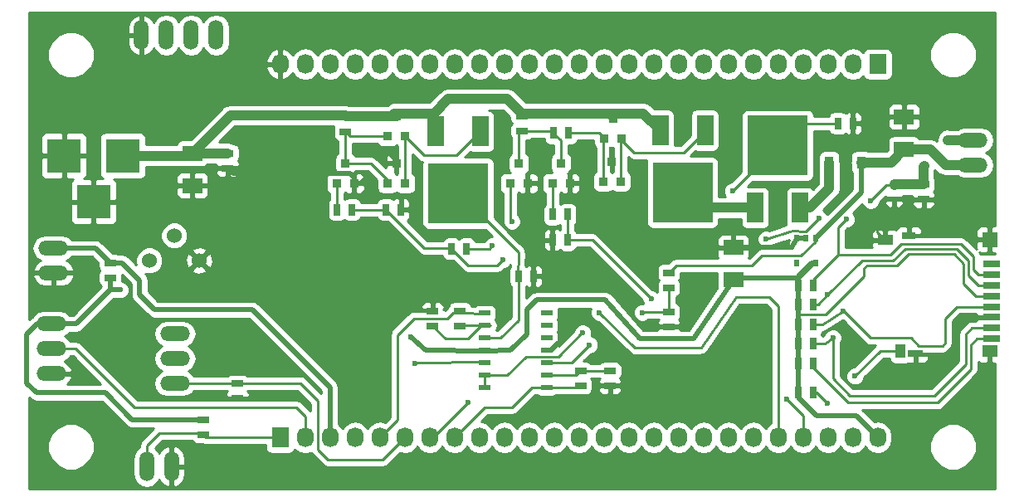
<source format=gbr>
G04 #@! TF.FileFunction,Copper,L1,Top,Signal*
%FSLAX46Y46*%
G04 Gerber Fmt 4.6, Leading zero omitted, Abs format (unit mm)*
G04 Created by KiCad (PCBNEW 4.0.3+e1-6302~38~ubuntu16.04.1-stable) date Sat Aug 27 20:20:34 2016*
%MOMM*%
%LPD*%
G01*
G04 APERTURE LIST*
%ADD10C,0.100000*%
%ADD11R,1.143000X0.635000*%
%ADD12R,2.032000X1.524000*%
%ADD13R,3.500120X3.500120*%
%ADD14R,0.910000X1.220000*%
%ADD15R,0.700000X0.600000*%
%ADD16O,3.014980X1.506220*%
%ADD17R,1.727200X2.032000*%
%ADD18O,1.727200X2.032000*%
%ADD19O,1.506220X3.014980*%
%ADD20R,0.914400X0.914400*%
%ADD21R,1.651000X3.048000*%
%ADD22R,6.096000X6.096000*%
%ADD23R,0.635000X1.143000*%
%ADD24R,0.508000X0.762000*%
%ADD25C,1.524000*%
%ADD26C,1.500000*%
%ADD27R,1.143000X0.508000*%
%ADD28R,1.000000X1.450000*%
%ADD29R,1.500000X0.800000*%
%ADD30R,1.550000X1.000000*%
%ADD31R,1.500000X1.300000*%
%ADD32R,1.500000X1.500000*%
%ADD33R,1.400000X0.800000*%
%ADD34R,1.800000X0.700000*%
%ADD35C,0.600000*%
%ADD36C,1.000000*%
%ADD37C,0.250000*%
%ADD38C,0.500000*%
%ADD39C,0.254000*%
G04 APERTURE END LIST*
D10*
D11*
X81000000Y-70038000D03*
X81000000Y-71562000D03*
D12*
X77400000Y-70049000D03*
X77400000Y-73351000D03*
X150000000Y-69651000D03*
X150000000Y-66349000D03*
X132600000Y-82951000D03*
X132600000Y-79649000D03*
D13*
X70300140Y-70300000D03*
X64300660Y-70300000D03*
X67300400Y-74999000D03*
D14*
X145635000Y-71000000D03*
X142365000Y-71000000D03*
D15*
X149000000Y-74700000D03*
X149000000Y-73300000D03*
D16*
X75600000Y-88460000D03*
X75600000Y-91000000D03*
X75600000Y-93540000D03*
D17*
X86360000Y-99060000D03*
D18*
X88900000Y-99060000D03*
X91440000Y-99060000D03*
X93980000Y-99060000D03*
X96520000Y-99060000D03*
X99060000Y-99060000D03*
X101600000Y-99060000D03*
X104140000Y-99060000D03*
X106680000Y-99060000D03*
X109220000Y-99060000D03*
X111760000Y-99060000D03*
X114300000Y-99060000D03*
X116840000Y-99060000D03*
X119380000Y-99060000D03*
X121920000Y-99060000D03*
X124460000Y-99060000D03*
X127000000Y-99060000D03*
X129540000Y-99060000D03*
X132080000Y-99060000D03*
X134620000Y-99060000D03*
X137160000Y-99060000D03*
X139700000Y-99060000D03*
X142240000Y-99060000D03*
X144780000Y-99060000D03*
X147320000Y-99060000D03*
D17*
X147320000Y-60960000D03*
D18*
X144780000Y-60960000D03*
X142240000Y-60960000D03*
X139700000Y-60960000D03*
X137160000Y-60960000D03*
X134620000Y-60960000D03*
X132080000Y-60960000D03*
X129540000Y-60960000D03*
X127000000Y-60960000D03*
X124460000Y-60960000D03*
X121920000Y-60960000D03*
X119380000Y-60960000D03*
X116840000Y-60960000D03*
X114300000Y-60960000D03*
X111760000Y-60960000D03*
X109220000Y-60960000D03*
X106680000Y-60960000D03*
X104140000Y-60960000D03*
X101600000Y-60960000D03*
X99060000Y-60960000D03*
X96520000Y-60960000D03*
X93980000Y-60960000D03*
X91440000Y-60960000D03*
X88900000Y-60960000D03*
X86360000Y-60960000D03*
D19*
X72730000Y-102000000D03*
X75270000Y-102000000D03*
D16*
X63000000Y-87460000D03*
X63000000Y-90000000D03*
X63000000Y-92540000D03*
X63200000Y-79730000D03*
X63200000Y-82270000D03*
D19*
X72190000Y-58000000D03*
X79810000Y-58000000D03*
X77270000Y-58000000D03*
X74730000Y-58000000D03*
D16*
X157000000Y-71270000D03*
X157000000Y-68730000D03*
D20*
X93889000Y-73116000D03*
X92111000Y-73116000D03*
X93000000Y-71084000D03*
X99089000Y-68316000D03*
X97311000Y-68316000D03*
X98200000Y-66284000D03*
X99089000Y-73116000D03*
X97311000Y-73116000D03*
X98200000Y-71084000D03*
D21*
X106786000Y-67800000D03*
D22*
X104500000Y-74150000D03*
D21*
X102214000Y-67800000D03*
D20*
X115889000Y-73116000D03*
X114111000Y-73116000D03*
X115000000Y-71084000D03*
X111589000Y-73116000D03*
X109811000Y-73116000D03*
X110700000Y-71084000D03*
X121189000Y-68516000D03*
X119411000Y-68516000D03*
X120300000Y-66484000D03*
X121089000Y-72916000D03*
X119311000Y-72916000D03*
X120200000Y-70884000D03*
D21*
X129686000Y-67700000D03*
D22*
X127400000Y-74050000D03*
D21*
X125114000Y-67700000D03*
D23*
X97138000Y-75800000D03*
X98662000Y-75800000D03*
X115662000Y-78900000D03*
X114138000Y-78900000D03*
D11*
X104700000Y-86138000D03*
X104700000Y-87662000D03*
X101900000Y-87662000D03*
X101900000Y-86138000D03*
D23*
X92138000Y-75800000D03*
X93662000Y-75800000D03*
X114138000Y-76300000D03*
X115662000Y-76300000D03*
X105362000Y-79800000D03*
X103838000Y-79800000D03*
D11*
X93000000Y-66338000D03*
X93000000Y-67862000D03*
D23*
X110638000Y-82600000D03*
X112162000Y-82600000D03*
X139238000Y-83500000D03*
X140762000Y-83500000D03*
X139238000Y-87500000D03*
X140762000Y-87500000D03*
X139238000Y-89500000D03*
X140762000Y-89500000D03*
X139238000Y-85500000D03*
X140762000Y-85500000D03*
X139238000Y-91500000D03*
X140762000Y-91500000D03*
D11*
X78500000Y-97238000D03*
X78500000Y-98762000D03*
X111000000Y-66238000D03*
X111000000Y-67762000D03*
D23*
X115762000Y-68000000D03*
X114238000Y-68000000D03*
D11*
X82000000Y-93538000D03*
X82000000Y-95062000D03*
X69000000Y-81238000D03*
X69000000Y-82762000D03*
X117000000Y-93762000D03*
X117000000Y-92238000D03*
D21*
X134814000Y-75600000D03*
D22*
X137100000Y-69250000D03*
D21*
X139386000Y-75600000D03*
D24*
X140952500Y-78730000D03*
X139047500Y-78730000D03*
X140952500Y-81270000D03*
X140000000Y-78730000D03*
X139047500Y-81270000D03*
D25*
X75540000Y-78460000D03*
X73000000Y-81000000D03*
X78080000Y-81000000D03*
D11*
X120000000Y-92238000D03*
X120000000Y-93762000D03*
D23*
X143238000Y-67000000D03*
X144762000Y-67000000D03*
D11*
X152000000Y-73238000D03*
X152000000Y-74762000D03*
X126000000Y-82238000D03*
X126000000Y-83762000D03*
X126000000Y-86238000D03*
X126000000Y-87762000D03*
D26*
X121900000Y-77500000D03*
X117800000Y-81900000D03*
X82200000Y-88100000D03*
X123900000Y-94900000D03*
X151200000Y-92600000D03*
D27*
X107188000Y-86360000D03*
X107188000Y-87630000D03*
X107188000Y-88900000D03*
X107188000Y-90170000D03*
X107188000Y-91440000D03*
X107188000Y-92710000D03*
X107188000Y-93980000D03*
X113538000Y-93980000D03*
X113538000Y-92710000D03*
X113538000Y-90170000D03*
X113538000Y-88900000D03*
X113538000Y-87630000D03*
X113538000Y-86360000D03*
X113538000Y-91440000D03*
D28*
X149650000Y-90200000D03*
D29*
X151150000Y-90500000D03*
D30*
X148075000Y-78900000D03*
D31*
X158750000Y-90200000D03*
D32*
X158750000Y-78850000D03*
D33*
X150500000Y-78500000D03*
D34*
X158900000Y-87900000D03*
X158900000Y-89000000D03*
X158900000Y-86800000D03*
X158900000Y-85700000D03*
X158900000Y-84600000D03*
X158900000Y-81300000D03*
X158900000Y-82400000D03*
X158900000Y-83500000D03*
D23*
X139238000Y-94500000D03*
X140762000Y-94500000D03*
D35*
X97250000Y-69820000D03*
X95400000Y-72320000D03*
X118360000Y-69620000D03*
X120170000Y-69680000D03*
X99700000Y-88800000D03*
X70000000Y-84000000D03*
X152050000Y-71360000D03*
X154480000Y-68700000D03*
X135940000Y-78800000D03*
X141300000Y-76700000D03*
X146600000Y-74900000D03*
X117900000Y-89600000D03*
X100100000Y-91500000D03*
X105500000Y-95500000D03*
X123300000Y-86300000D03*
X118900000Y-86300000D03*
X109100000Y-80900000D03*
X138000000Y-95100000D03*
X124200000Y-84900000D03*
X110000000Y-77000000D03*
X108000000Y-79500000D03*
X142750000Y-88880000D03*
X143800000Y-86200000D03*
X144100000Y-76800000D03*
X142200000Y-84500000D03*
X132500000Y-73900000D03*
X117210000Y-88370000D03*
X145000000Y-92800000D03*
X142200000Y-95600000D03*
D36*
X98200000Y-66284000D02*
X93054000Y-66284000D01*
X93054000Y-66284000D02*
X92960000Y-66190000D01*
X92960000Y-66190000D02*
X81259000Y-66190000D01*
X81259000Y-66190000D02*
X77400000Y-70049000D01*
D37*
X77400000Y-70049000D02*
X80989000Y-70049000D01*
X80989000Y-70049000D02*
X81000000Y-70038000D01*
X120300000Y-66484000D02*
X119984000Y-66484000D01*
X119984000Y-66484000D02*
X119500000Y-66000000D01*
D36*
X80989000Y-70049000D02*
X81000000Y-70038000D01*
X77400000Y-70049000D02*
X80989000Y-70049000D01*
X101500000Y-66000000D02*
X102000000Y-66000000D01*
X109500000Y-64500000D02*
X111000000Y-66000000D01*
X103500000Y-64500000D02*
X109500000Y-64500000D01*
X102000000Y-66000000D02*
X103500000Y-64500000D01*
X111000000Y-66000000D02*
X119500000Y-66000000D01*
X119500000Y-66000000D02*
X123414000Y-66000000D01*
X123414000Y-66000000D02*
X125114000Y-67700000D01*
X70300140Y-70300000D02*
X77149000Y-70300000D01*
X98000000Y-66000000D02*
X101500000Y-66000000D01*
X101500000Y-66000000D02*
X102214000Y-66714000D01*
X102214000Y-66714000D02*
X102214000Y-67800000D01*
D38*
X113190000Y-90170000D02*
X113990000Y-90170000D01*
X113990000Y-90170000D02*
X114770000Y-89390000D01*
X93889000Y-73116000D02*
X93889000Y-72509000D01*
X81558000Y-72120000D02*
X81000000Y-71562000D01*
X93500000Y-72120000D02*
X81558000Y-72120000D01*
X93889000Y-72509000D02*
X93500000Y-72120000D01*
X140000000Y-78730000D02*
X139047500Y-78730000D01*
X139047500Y-78730000D02*
X139017500Y-78760000D01*
X139017500Y-78760000D02*
X138500000Y-79670000D01*
X138500000Y-79670000D02*
X132600000Y-79649000D01*
X98200000Y-71084000D02*
X98200000Y-70770000D01*
X98200000Y-70770000D02*
X97250000Y-69820000D01*
X95400000Y-72320000D02*
X94604000Y-73116000D01*
X94604000Y-73116000D02*
X93889000Y-73116000D01*
X120200000Y-70884000D02*
X120200000Y-69710000D01*
X115889000Y-72091000D02*
X115889000Y-73116000D01*
X118360000Y-69620000D02*
X115889000Y-72091000D01*
X120200000Y-69710000D02*
X120170000Y-69680000D01*
D37*
X147262000Y-78087000D02*
X148075000Y-78900000D01*
X147262000Y-77000000D02*
X147262000Y-78087000D01*
X140952500Y-78730000D02*
X140952500Y-79047500D01*
X140952500Y-79047500D02*
X139500000Y-80500000D01*
X126738000Y-81500000D02*
X126000000Y-82238000D01*
X134500000Y-81500000D02*
X126738000Y-81500000D01*
X135500000Y-80500000D02*
X134500000Y-81500000D01*
X139500000Y-80500000D02*
X135500000Y-80500000D01*
D38*
X145635000Y-71000000D02*
X145635000Y-74047500D01*
X145635000Y-74047500D02*
X140952500Y-78730000D01*
D36*
X150000000Y-69651000D02*
X152651000Y-69651000D01*
X154270000Y-71270000D02*
X157000000Y-71270000D01*
X152651000Y-69651000D02*
X154270000Y-71270000D01*
X145635000Y-71000000D02*
X148651000Y-71000000D01*
X148651000Y-71000000D02*
X150000000Y-69651000D01*
D38*
X139200000Y-91538000D02*
X139200000Y-94970000D01*
X101170000Y-90170000D02*
X107300000Y-90200000D01*
X99700000Y-88800000D02*
X101170000Y-90170000D01*
X107300000Y-90200000D02*
X109830000Y-90170000D01*
X109830000Y-90170000D02*
X111500000Y-88500000D01*
X111500000Y-88500000D02*
X111500000Y-86000000D01*
X111500000Y-86000000D02*
X112500000Y-85000000D01*
X112500000Y-85000000D02*
X119500000Y-85000000D01*
X119500000Y-85000000D02*
X123000000Y-89000000D01*
X123000000Y-89000000D02*
X128500000Y-89000000D01*
D37*
X139238000Y-86500000D02*
X142000000Y-86500000D01*
X157300000Y-84600000D02*
X158900000Y-84600000D01*
X156100000Y-83400000D02*
X157300000Y-84600000D01*
X156100000Y-81300000D02*
X156100000Y-83400000D01*
X155100000Y-80300000D02*
X156100000Y-81300000D01*
X150500000Y-80300000D02*
X155100000Y-80300000D01*
X149300000Y-81500000D02*
X150500000Y-80300000D01*
X146200000Y-81500000D02*
X149300000Y-81500000D01*
X145900000Y-81800000D02*
X146200000Y-81500000D01*
X145900000Y-82600000D02*
X145900000Y-81800000D01*
X142000000Y-86500000D02*
X145900000Y-82600000D01*
D38*
X139238000Y-83500000D02*
X139238000Y-85500000D01*
X140952500Y-81270000D02*
X140600000Y-81270000D01*
X139238000Y-82632000D02*
X139238000Y-85500000D01*
X140600000Y-81270000D02*
X139238000Y-82632000D01*
X139238000Y-85500000D02*
X139238000Y-86500000D01*
X139238000Y-86500000D02*
X139238000Y-87500000D01*
X139238000Y-87500000D02*
X139238000Y-89500000D01*
X139238000Y-89500000D02*
X139238000Y-91500000D01*
X139238000Y-91500000D02*
X139200000Y-91538000D01*
X145100000Y-96840000D02*
X147320000Y-99060000D01*
X128500000Y-89000000D02*
X132600000Y-82951000D01*
X139250000Y-82750000D02*
X132801000Y-82750000D01*
X132801000Y-82750000D02*
X132600000Y-82951000D01*
X78500000Y-97238000D02*
X71238000Y-97238000D01*
X60500000Y-88500000D02*
X61540000Y-87460000D01*
X60500000Y-93500000D02*
X60500000Y-88500000D01*
X61500000Y-94500000D02*
X60500000Y-93500000D01*
X68500000Y-94500000D02*
X61500000Y-94500000D01*
X71238000Y-97238000D02*
X68500000Y-94500000D01*
X61540000Y-87460000D02*
X63000000Y-87460000D01*
X69000000Y-84000000D02*
X70000000Y-84000000D01*
X65460000Y-87460000D02*
X65540000Y-87460000D01*
X69000000Y-84000000D02*
X69000000Y-82762000D01*
X65540000Y-87460000D02*
X69000000Y-84000000D01*
X63000000Y-87460000D02*
X65460000Y-87460000D01*
X140952500Y-81270000D02*
X140730000Y-81270000D01*
X140730000Y-81270000D02*
X139250000Y-82750000D01*
X141070000Y-96840000D02*
X145100000Y-96840000D01*
X139200000Y-94970000D02*
X141070000Y-96840000D01*
D36*
X139386000Y-75600000D02*
X140400000Y-75600000D01*
X142365000Y-73635000D02*
X142365000Y-71000000D01*
X140400000Y-75600000D02*
X142365000Y-73635000D01*
X152000000Y-73238000D02*
X149062000Y-73238000D01*
X149062000Y-73238000D02*
X149000000Y-73300000D01*
X157000000Y-68730000D02*
X154510000Y-68730000D01*
X152000000Y-71410000D02*
X152000000Y-73238000D01*
X152050000Y-71360000D02*
X152000000Y-71410000D01*
X154510000Y-68730000D02*
X154480000Y-68700000D01*
D37*
X149000000Y-73300000D02*
X148200000Y-73300000D01*
X140000000Y-78000000D02*
X138620000Y-77989492D01*
X138620000Y-77989492D02*
X135940000Y-78800000D01*
X141300000Y-76700000D02*
X140000000Y-78000000D01*
X148200000Y-73300000D02*
X146600000Y-74900000D01*
X117900000Y-89600000D02*
X116060000Y-91440000D01*
X113190000Y-91440000D02*
X116060000Y-91440000D01*
X107300000Y-91300000D02*
X100160000Y-91440000D01*
X100160000Y-91440000D02*
X100100000Y-91500000D01*
X75600000Y-93540000D02*
X81998000Y-93540000D01*
X81998000Y-93540000D02*
X82038000Y-93500000D01*
X82038000Y-93500000D02*
X88400000Y-93500000D01*
X88400000Y-93500000D02*
X90200000Y-95300000D01*
X90200000Y-95300000D02*
X90200000Y-100300000D01*
X90200000Y-100300000D02*
X91200000Y-101300000D01*
X91200000Y-101300000D02*
X96820000Y-101300000D01*
X96820000Y-101300000D02*
X99060000Y-99060000D01*
X72730000Y-102000000D02*
X72730000Y-99870000D01*
X74000000Y-98600000D02*
X78338000Y-98600000D01*
X72730000Y-99870000D02*
X74000000Y-98600000D01*
X78338000Y-98600000D02*
X78798000Y-99060000D01*
X78798000Y-99060000D02*
X86360000Y-99060000D01*
X63000000Y-90000000D02*
X65500000Y-90000000D01*
X65500000Y-90000000D02*
X71500000Y-96000000D01*
X71500000Y-96000000D02*
X88000000Y-96000000D01*
X88000000Y-96000000D02*
X88900000Y-96900000D01*
X88900000Y-96900000D02*
X88900000Y-99060000D01*
D38*
X69000000Y-81238000D02*
X70238000Y-81238000D01*
X91440000Y-93940000D02*
X91440000Y-99060000D01*
X83500000Y-86000000D02*
X91440000Y-93940000D01*
X73500000Y-86000000D02*
X83500000Y-86000000D01*
X72000000Y-84500000D02*
X73500000Y-86000000D01*
X72000000Y-83000000D02*
X72000000Y-84500000D01*
X70238000Y-81238000D02*
X72000000Y-83000000D01*
X63200000Y-79730000D02*
X67492000Y-79730000D01*
X67492000Y-79730000D02*
X69000000Y-81238000D01*
D37*
X107300000Y-86400000D02*
X104922000Y-86360000D01*
X104922000Y-86360000D02*
X104862000Y-86300000D01*
X104862000Y-86300000D02*
X104000000Y-86300000D01*
X104000000Y-86300000D02*
X103400000Y-86900000D01*
X103400000Y-86900000D02*
X100000000Y-86900000D01*
X100000000Y-86900000D02*
X98300000Y-88600000D01*
X98300000Y-88600000D02*
X98300000Y-97280000D01*
X98300000Y-97280000D02*
X96520000Y-99060000D01*
X96520000Y-99060000D02*
X96520000Y-98520000D01*
X126000000Y-86238000D02*
X123262000Y-86238000D01*
X105500000Y-95500000D02*
X101940000Y-99060000D01*
X123262000Y-86238000D02*
X123300000Y-86300000D01*
X101940000Y-99060000D02*
X101600000Y-99060000D01*
X126000000Y-83762000D02*
X126000000Y-86238000D01*
X116782000Y-93980000D02*
X117000000Y-93762000D01*
X107200000Y-96000000D02*
X104140000Y-99060000D01*
X110000000Y-96000000D02*
X107200000Y-96000000D01*
X113190000Y-93980000D02*
X116782000Y-93980000D01*
X113190000Y-93980000D02*
X112020000Y-93980000D01*
X112020000Y-93980000D02*
X110000000Y-96000000D01*
X137160000Y-99060000D02*
X137200000Y-85650000D01*
X137200000Y-85650000D02*
X136210000Y-84730000D01*
X136210000Y-84730000D02*
X132820000Y-84730000D01*
X132820000Y-84730000D02*
X129310000Y-89860000D01*
X129310000Y-89860000D02*
X122520000Y-89880000D01*
X122520000Y-89880000D02*
X118900000Y-86300000D01*
X109100000Y-80900000D02*
X108500000Y-81500000D01*
X108500000Y-81500000D02*
X105538000Y-81500000D01*
X105538000Y-81500000D02*
X103738000Y-79700000D01*
X103738000Y-79700000D02*
X101038000Y-79700000D01*
X101038000Y-79700000D02*
X97138000Y-75800000D01*
X93662000Y-75800000D02*
X97138000Y-75800000D01*
X115662000Y-78900000D02*
X118200000Y-78900000D01*
X139700000Y-96800000D02*
X139700000Y-99060000D01*
X138000000Y-95100000D02*
X139700000Y-96800000D01*
X118200000Y-78900000D02*
X124200000Y-84900000D01*
X115662000Y-76300000D02*
X115662000Y-78900000D01*
X92138000Y-75800000D02*
X92138000Y-73143000D01*
X92138000Y-73143000D02*
X92111000Y-73116000D01*
X97311000Y-73116000D02*
X97311000Y-72811000D01*
X97311000Y-72811000D02*
X95584000Y-71084000D01*
X95584000Y-71084000D02*
X93000000Y-71084000D01*
X93000000Y-71084000D02*
X93000000Y-67862000D01*
X93000000Y-67862000D02*
X93454000Y-68316000D01*
X93454000Y-68316000D02*
X97311000Y-68316000D01*
X99089000Y-73116000D02*
X99089000Y-68316000D01*
X99089000Y-68316000D02*
X101000000Y-70227000D01*
X101000000Y-70227000D02*
X104359000Y-70227000D01*
X104359000Y-70227000D02*
X106786000Y-67800000D01*
X107188000Y-88900000D02*
X108800000Y-88900000D01*
X110638000Y-87062000D02*
X110638000Y-82600000D01*
X108800000Y-88900000D02*
X110638000Y-87062000D01*
X110638000Y-80138000D02*
X110600000Y-82800000D01*
X104650000Y-74150000D02*
X110638000Y-80138000D01*
X104500000Y-74150000D02*
X104650000Y-74150000D01*
X114111000Y-73116000D02*
X114111000Y-76273000D01*
X114111000Y-76273000D02*
X114138000Y-76300000D01*
X111000000Y-67762000D02*
X114000000Y-67762000D01*
X114000000Y-67762000D02*
X115000000Y-68762000D01*
X115000000Y-68762000D02*
X115000000Y-71084000D01*
X110700000Y-71084000D02*
X110700000Y-68062000D01*
X110700000Y-68062000D02*
X111000000Y-67762000D01*
X105362000Y-79800000D02*
X107700000Y-79800000D01*
X109811000Y-76811000D02*
X109811000Y-73116000D01*
X110000000Y-77000000D02*
X109811000Y-76811000D01*
X107700000Y-79800000D02*
X108000000Y-79500000D01*
X121089000Y-72916000D02*
X121089000Y-68616000D01*
X121089000Y-68616000D02*
X122473000Y-70000000D01*
X122473000Y-70000000D02*
X127500000Y-70000000D01*
X127500000Y-70000000D02*
X129686000Y-67814000D01*
X129686000Y-67814000D02*
X129686000Y-67700000D01*
X115762000Y-68000000D02*
X118895000Y-68000000D01*
X118895000Y-68000000D02*
X119311000Y-68416000D01*
X119311000Y-68416000D02*
X119311000Y-72916000D01*
D36*
X127400000Y-74050000D02*
X127400000Y-74400000D01*
X127400000Y-74400000D02*
X128600000Y-75600000D01*
X128600000Y-75600000D02*
X134814000Y-75600000D01*
D37*
X107000000Y-87630000D02*
X104732000Y-87630000D01*
X104732000Y-87630000D02*
X104700000Y-87662000D01*
X103238000Y-89000000D02*
X101900000Y-87662000D01*
X105500000Y-89000000D02*
X103238000Y-89000000D01*
X107790000Y-87630000D02*
X107000000Y-87630000D01*
X107000000Y-87630000D02*
X106870000Y-87630000D01*
X106870000Y-87630000D02*
X105500000Y-89000000D01*
X142750000Y-88880000D02*
X142750000Y-93050000D01*
X156900000Y-87900000D02*
X158900000Y-87900000D01*
X156300000Y-88500000D02*
X156900000Y-87900000D01*
X156300000Y-91600000D02*
X156300000Y-88500000D01*
X153100000Y-94800000D02*
X156300000Y-91600000D01*
X144500000Y-94800000D02*
X153100000Y-94800000D01*
X142750000Y-93050000D02*
X144500000Y-94800000D01*
X140762000Y-89500000D02*
X141900000Y-89500000D01*
X141900000Y-89500000D02*
X142750000Y-88880000D01*
X140762000Y-91500000D02*
X140762000Y-91962000D01*
X157400000Y-89000000D02*
X158900000Y-89000000D01*
X156800000Y-89600000D02*
X157400000Y-89000000D01*
X156800000Y-92100000D02*
X156800000Y-89600000D01*
X153400000Y-95500000D02*
X156800000Y-92100000D01*
X144300000Y-95500000D02*
X153400000Y-95500000D01*
X140762000Y-91962000D02*
X144300000Y-95500000D01*
X143800000Y-86200000D02*
X143900000Y-86200000D01*
X155400000Y-85700000D02*
X158900000Y-85700000D01*
X154200000Y-86900000D02*
X155400000Y-85700000D01*
X154200000Y-89400000D02*
X154200000Y-86900000D01*
X153900000Y-89700000D02*
X154200000Y-89400000D01*
X151500000Y-89700000D02*
X153900000Y-89700000D01*
X150700000Y-88900000D02*
X151500000Y-89700000D01*
X146600000Y-88900000D02*
X150700000Y-88900000D01*
X143900000Y-86200000D02*
X146600000Y-88900000D01*
X141700000Y-87500000D02*
X143800000Y-86200000D01*
X141700000Y-87500000D02*
X140762000Y-87500000D01*
X143300000Y-80400000D02*
X148600000Y-80400000D01*
X157600000Y-82400000D02*
X158900000Y-82400000D01*
X157100000Y-81900000D02*
X157600000Y-82400000D01*
X157100000Y-80600000D02*
X157100000Y-81900000D01*
X155800000Y-79300000D02*
X157100000Y-80600000D01*
X149700000Y-79300000D02*
X155800000Y-79300000D01*
X148600000Y-80400000D02*
X149700000Y-79300000D01*
X140762000Y-83500000D02*
X140762000Y-82938000D01*
X140762000Y-82938000D02*
X143300000Y-80400000D01*
X143300000Y-77600000D02*
X144100000Y-76800000D01*
X143300000Y-80400000D02*
X143300000Y-77600000D01*
X142200000Y-84500000D02*
X145700000Y-81000000D01*
X157600000Y-83500000D02*
X158900000Y-83500000D01*
X156600000Y-82500000D02*
X157600000Y-83500000D01*
X156600000Y-81000000D02*
X156600000Y-82500000D01*
X155400000Y-79800000D02*
X156600000Y-81000000D01*
X150100000Y-79800000D02*
X155400000Y-79800000D01*
X148900000Y-81000000D02*
X150100000Y-79800000D01*
X145700000Y-81000000D02*
X148900000Y-81000000D01*
X140762000Y-85500000D02*
X141200000Y-85500000D01*
X141200000Y-85500000D02*
X142200000Y-84500000D01*
X120000000Y-92238000D02*
X117000000Y-92238000D01*
X117000000Y-92238000D02*
X116528000Y-92710000D01*
X116528000Y-92710000D02*
X113190000Y-92710000D01*
X107190000Y-92710000D02*
X109490000Y-92710000D01*
X109490000Y-92710000D02*
X111400000Y-90800000D01*
X107190000Y-93980000D02*
X107190000Y-92710000D01*
X111400000Y-90800000D02*
X114700000Y-90800000D01*
X132500000Y-73900000D02*
X137100000Y-69300000D01*
X117110000Y-88370000D02*
X117210000Y-88370000D01*
X114700000Y-90800000D02*
X117110000Y-88370000D01*
X137100000Y-69300000D02*
X137100000Y-69250000D01*
X143238000Y-67000000D02*
X139350000Y-67000000D01*
X139350000Y-67000000D02*
X137100000Y-69250000D01*
X147600000Y-90200000D02*
X149650000Y-90200000D01*
X145000000Y-92800000D02*
X147600000Y-90200000D01*
X140762000Y-94500000D02*
X141100000Y-94500000D01*
X141100000Y-94500000D02*
X142200000Y-95600000D01*
D39*
G36*
X158877000Y-90073000D02*
X158897000Y-90073000D01*
X158897000Y-90327000D01*
X158877000Y-90327000D01*
X158877000Y-91326250D01*
X159035750Y-91485000D01*
X159290000Y-91485000D01*
X159290000Y-104290000D01*
X60710000Y-104290000D01*
X60710000Y-100472325D01*
X62614587Y-100472325D01*
X62976916Y-101349229D01*
X63647242Y-102020726D01*
X64523513Y-102384585D01*
X65472325Y-102385413D01*
X66349229Y-102023084D01*
X67020726Y-101352758D01*
X67384585Y-100476487D01*
X67385413Y-99527675D01*
X67023084Y-98650771D01*
X66352758Y-97979274D01*
X65476487Y-97615415D01*
X64527675Y-97614587D01*
X63650771Y-97976916D01*
X62979274Y-98647242D01*
X62615415Y-99523513D01*
X62614587Y-100472325D01*
X60710000Y-100472325D01*
X60710000Y-94961579D01*
X60874208Y-95125787D01*
X60874210Y-95125790D01*
X61045138Y-95240000D01*
X61161326Y-95317634D01*
X61500000Y-95385001D01*
X61500005Y-95385000D01*
X68133420Y-95385000D01*
X70612208Y-97863787D01*
X70612210Y-97863790D01*
X70899325Y-98055633D01*
X70955516Y-98066810D01*
X71238000Y-98123001D01*
X71238005Y-98123000D01*
X73402198Y-98123000D01*
X72192599Y-99332599D01*
X72027852Y-99579161D01*
X71970000Y-99870000D01*
X71970000Y-100074074D01*
X71748458Y-100222104D01*
X71447554Y-100672439D01*
X71341890Y-101203646D01*
X71341890Y-102796354D01*
X71447554Y-103327561D01*
X71748458Y-103777896D01*
X72198793Y-104078800D01*
X72730000Y-104184464D01*
X73261207Y-104078800D01*
X73711542Y-103777896D01*
X74012446Y-103327561D01*
X74013016Y-103324694D01*
X74036154Y-103402919D01*
X74378260Y-103825724D01*
X74856125Y-104085427D01*
X74928326Y-104099783D01*
X75143000Y-103977162D01*
X75143000Y-102127000D01*
X75397000Y-102127000D01*
X75397000Y-103977162D01*
X75611674Y-104099783D01*
X75683875Y-104085427D01*
X76161740Y-103825724D01*
X76503846Y-103402919D01*
X76658110Y-102881380D01*
X76658110Y-102127000D01*
X75397000Y-102127000D01*
X75143000Y-102127000D01*
X75123000Y-102127000D01*
X75123000Y-101873000D01*
X75143000Y-101873000D01*
X75143000Y-100022838D01*
X75397000Y-100022838D01*
X75397000Y-101873000D01*
X76658110Y-101873000D01*
X76658110Y-101118620D01*
X76503846Y-100597081D01*
X76161740Y-100174276D01*
X75683875Y-99914573D01*
X75611674Y-99900217D01*
X75397000Y-100022838D01*
X75143000Y-100022838D01*
X74928326Y-99900217D01*
X74856125Y-99914573D01*
X74378260Y-100174276D01*
X74036154Y-100597081D01*
X74013016Y-100675306D01*
X74012446Y-100672439D01*
X73711542Y-100222104D01*
X73556376Y-100118426D01*
X74314802Y-99360000D01*
X77354412Y-99360000D01*
X77464410Y-99530941D01*
X77676610Y-99675931D01*
X77928500Y-99726940D01*
X78454468Y-99726940D01*
X78507160Y-99762148D01*
X78798000Y-99820000D01*
X84848960Y-99820000D01*
X84848960Y-100076000D01*
X84893238Y-100311317D01*
X85032310Y-100527441D01*
X85244510Y-100672431D01*
X85496400Y-100723440D01*
X87223600Y-100723440D01*
X87458917Y-100679162D01*
X87675041Y-100540090D01*
X87820031Y-100327890D01*
X87828400Y-100286561D01*
X87840330Y-100304415D01*
X88326511Y-100629271D01*
X88900000Y-100743345D01*
X89473489Y-100629271D01*
X89508085Y-100606154D01*
X89662599Y-100837401D01*
X90662599Y-101837401D01*
X90909161Y-102002148D01*
X91200000Y-102060000D01*
X96820000Y-102060000D01*
X97110839Y-102002148D01*
X97357401Y-101837401D01*
X98552421Y-100642381D01*
X99060000Y-100743345D01*
X99633489Y-100629271D01*
X100119670Y-100304415D01*
X100330000Y-99989634D01*
X100540330Y-100304415D01*
X101026511Y-100629271D01*
X101600000Y-100743345D01*
X102173489Y-100629271D01*
X102659670Y-100304415D01*
X102870000Y-99989634D01*
X103080330Y-100304415D01*
X103566511Y-100629271D01*
X104140000Y-100743345D01*
X104713489Y-100629271D01*
X105199670Y-100304415D01*
X105410000Y-99989634D01*
X105620330Y-100304415D01*
X106106511Y-100629271D01*
X106680000Y-100743345D01*
X107253489Y-100629271D01*
X107739670Y-100304415D01*
X107950000Y-99989634D01*
X108160330Y-100304415D01*
X108646511Y-100629271D01*
X109220000Y-100743345D01*
X109793489Y-100629271D01*
X110279670Y-100304415D01*
X110490000Y-99989634D01*
X110700330Y-100304415D01*
X111186511Y-100629271D01*
X111760000Y-100743345D01*
X112333489Y-100629271D01*
X112819670Y-100304415D01*
X113030000Y-99989634D01*
X113240330Y-100304415D01*
X113726511Y-100629271D01*
X114300000Y-100743345D01*
X114873489Y-100629271D01*
X115359670Y-100304415D01*
X115570000Y-99989634D01*
X115780330Y-100304415D01*
X116266511Y-100629271D01*
X116840000Y-100743345D01*
X117413489Y-100629271D01*
X117899670Y-100304415D01*
X118110000Y-99989634D01*
X118320330Y-100304415D01*
X118806511Y-100629271D01*
X119380000Y-100743345D01*
X119953489Y-100629271D01*
X120439670Y-100304415D01*
X120650000Y-99989634D01*
X120860330Y-100304415D01*
X121346511Y-100629271D01*
X121920000Y-100743345D01*
X122493489Y-100629271D01*
X122979670Y-100304415D01*
X123190000Y-99989634D01*
X123400330Y-100304415D01*
X123886511Y-100629271D01*
X124460000Y-100743345D01*
X125033489Y-100629271D01*
X125519670Y-100304415D01*
X125730000Y-99989634D01*
X125940330Y-100304415D01*
X126426511Y-100629271D01*
X127000000Y-100743345D01*
X127573489Y-100629271D01*
X128059670Y-100304415D01*
X128270000Y-99989634D01*
X128480330Y-100304415D01*
X128966511Y-100629271D01*
X129540000Y-100743345D01*
X130113489Y-100629271D01*
X130599670Y-100304415D01*
X130810000Y-99989634D01*
X131020330Y-100304415D01*
X131506511Y-100629271D01*
X132080000Y-100743345D01*
X132653489Y-100629271D01*
X133139670Y-100304415D01*
X133350000Y-99989634D01*
X133560330Y-100304415D01*
X134046511Y-100629271D01*
X134620000Y-100743345D01*
X135193489Y-100629271D01*
X135679670Y-100304415D01*
X135890000Y-99989634D01*
X136100330Y-100304415D01*
X136586511Y-100629271D01*
X137160000Y-100743345D01*
X137733489Y-100629271D01*
X138219670Y-100304415D01*
X138430000Y-99989634D01*
X138640330Y-100304415D01*
X139126511Y-100629271D01*
X139700000Y-100743345D01*
X140273489Y-100629271D01*
X140759670Y-100304415D01*
X140970000Y-99989634D01*
X141180330Y-100304415D01*
X141666511Y-100629271D01*
X142240000Y-100743345D01*
X142813489Y-100629271D01*
X143299670Y-100304415D01*
X143510000Y-99989634D01*
X143720330Y-100304415D01*
X144206511Y-100629271D01*
X144780000Y-100743345D01*
X145353489Y-100629271D01*
X145839670Y-100304415D01*
X146050000Y-99989634D01*
X146260330Y-100304415D01*
X146746511Y-100629271D01*
X147320000Y-100743345D01*
X147893489Y-100629271D01*
X148128375Y-100472325D01*
X152614587Y-100472325D01*
X152976916Y-101349229D01*
X153647242Y-102020726D01*
X154523513Y-102384585D01*
X155472325Y-102385413D01*
X156349229Y-102023084D01*
X157020726Y-101352758D01*
X157384585Y-100476487D01*
X157385413Y-99527675D01*
X157023084Y-98650771D01*
X156352758Y-97979274D01*
X155476487Y-97615415D01*
X154527675Y-97614587D01*
X153650771Y-97976916D01*
X152979274Y-98647242D01*
X152615415Y-99523513D01*
X152614587Y-100472325D01*
X148128375Y-100472325D01*
X148379670Y-100304415D01*
X148704526Y-99818234D01*
X148818600Y-99244745D01*
X148818600Y-98875255D01*
X148704526Y-98301766D01*
X148379670Y-97815585D01*
X147893489Y-97490729D01*
X147320000Y-97376655D01*
X146959869Y-97448289D01*
X145771580Y-96260000D01*
X153400000Y-96260000D01*
X153690839Y-96202148D01*
X153937401Y-96037401D01*
X157337401Y-92637401D01*
X157502148Y-92390839D01*
X157560000Y-92100000D01*
X157560000Y-91308026D01*
X157640301Y-91388327D01*
X157873690Y-91485000D01*
X158464250Y-91485000D01*
X158623000Y-91326250D01*
X158623000Y-90327000D01*
X158603000Y-90327000D01*
X158603000Y-90073000D01*
X158623000Y-90073000D01*
X158623000Y-90053000D01*
X158877000Y-90053000D01*
X158877000Y-90073000D01*
X158877000Y-90073000D01*
G37*
X158877000Y-90073000D02*
X158897000Y-90073000D01*
X158897000Y-90327000D01*
X158877000Y-90327000D01*
X158877000Y-91326250D01*
X159035750Y-91485000D01*
X159290000Y-91485000D01*
X159290000Y-104290000D01*
X60710000Y-104290000D01*
X60710000Y-100472325D01*
X62614587Y-100472325D01*
X62976916Y-101349229D01*
X63647242Y-102020726D01*
X64523513Y-102384585D01*
X65472325Y-102385413D01*
X66349229Y-102023084D01*
X67020726Y-101352758D01*
X67384585Y-100476487D01*
X67385413Y-99527675D01*
X67023084Y-98650771D01*
X66352758Y-97979274D01*
X65476487Y-97615415D01*
X64527675Y-97614587D01*
X63650771Y-97976916D01*
X62979274Y-98647242D01*
X62615415Y-99523513D01*
X62614587Y-100472325D01*
X60710000Y-100472325D01*
X60710000Y-94961579D01*
X60874208Y-95125787D01*
X60874210Y-95125790D01*
X61045138Y-95240000D01*
X61161326Y-95317634D01*
X61500000Y-95385001D01*
X61500005Y-95385000D01*
X68133420Y-95385000D01*
X70612208Y-97863787D01*
X70612210Y-97863790D01*
X70899325Y-98055633D01*
X70955516Y-98066810D01*
X71238000Y-98123001D01*
X71238005Y-98123000D01*
X73402198Y-98123000D01*
X72192599Y-99332599D01*
X72027852Y-99579161D01*
X71970000Y-99870000D01*
X71970000Y-100074074D01*
X71748458Y-100222104D01*
X71447554Y-100672439D01*
X71341890Y-101203646D01*
X71341890Y-102796354D01*
X71447554Y-103327561D01*
X71748458Y-103777896D01*
X72198793Y-104078800D01*
X72730000Y-104184464D01*
X73261207Y-104078800D01*
X73711542Y-103777896D01*
X74012446Y-103327561D01*
X74013016Y-103324694D01*
X74036154Y-103402919D01*
X74378260Y-103825724D01*
X74856125Y-104085427D01*
X74928326Y-104099783D01*
X75143000Y-103977162D01*
X75143000Y-102127000D01*
X75397000Y-102127000D01*
X75397000Y-103977162D01*
X75611674Y-104099783D01*
X75683875Y-104085427D01*
X76161740Y-103825724D01*
X76503846Y-103402919D01*
X76658110Y-102881380D01*
X76658110Y-102127000D01*
X75397000Y-102127000D01*
X75143000Y-102127000D01*
X75123000Y-102127000D01*
X75123000Y-101873000D01*
X75143000Y-101873000D01*
X75143000Y-100022838D01*
X75397000Y-100022838D01*
X75397000Y-101873000D01*
X76658110Y-101873000D01*
X76658110Y-101118620D01*
X76503846Y-100597081D01*
X76161740Y-100174276D01*
X75683875Y-99914573D01*
X75611674Y-99900217D01*
X75397000Y-100022838D01*
X75143000Y-100022838D01*
X74928326Y-99900217D01*
X74856125Y-99914573D01*
X74378260Y-100174276D01*
X74036154Y-100597081D01*
X74013016Y-100675306D01*
X74012446Y-100672439D01*
X73711542Y-100222104D01*
X73556376Y-100118426D01*
X74314802Y-99360000D01*
X77354412Y-99360000D01*
X77464410Y-99530941D01*
X77676610Y-99675931D01*
X77928500Y-99726940D01*
X78454468Y-99726940D01*
X78507160Y-99762148D01*
X78798000Y-99820000D01*
X84848960Y-99820000D01*
X84848960Y-100076000D01*
X84893238Y-100311317D01*
X85032310Y-100527441D01*
X85244510Y-100672431D01*
X85496400Y-100723440D01*
X87223600Y-100723440D01*
X87458917Y-100679162D01*
X87675041Y-100540090D01*
X87820031Y-100327890D01*
X87828400Y-100286561D01*
X87840330Y-100304415D01*
X88326511Y-100629271D01*
X88900000Y-100743345D01*
X89473489Y-100629271D01*
X89508085Y-100606154D01*
X89662599Y-100837401D01*
X90662599Y-101837401D01*
X90909161Y-102002148D01*
X91200000Y-102060000D01*
X96820000Y-102060000D01*
X97110839Y-102002148D01*
X97357401Y-101837401D01*
X98552421Y-100642381D01*
X99060000Y-100743345D01*
X99633489Y-100629271D01*
X100119670Y-100304415D01*
X100330000Y-99989634D01*
X100540330Y-100304415D01*
X101026511Y-100629271D01*
X101600000Y-100743345D01*
X102173489Y-100629271D01*
X102659670Y-100304415D01*
X102870000Y-99989634D01*
X103080330Y-100304415D01*
X103566511Y-100629271D01*
X104140000Y-100743345D01*
X104713489Y-100629271D01*
X105199670Y-100304415D01*
X105410000Y-99989634D01*
X105620330Y-100304415D01*
X106106511Y-100629271D01*
X106680000Y-100743345D01*
X107253489Y-100629271D01*
X107739670Y-100304415D01*
X107950000Y-99989634D01*
X108160330Y-100304415D01*
X108646511Y-100629271D01*
X109220000Y-100743345D01*
X109793489Y-100629271D01*
X110279670Y-100304415D01*
X110490000Y-99989634D01*
X110700330Y-100304415D01*
X111186511Y-100629271D01*
X111760000Y-100743345D01*
X112333489Y-100629271D01*
X112819670Y-100304415D01*
X113030000Y-99989634D01*
X113240330Y-100304415D01*
X113726511Y-100629271D01*
X114300000Y-100743345D01*
X114873489Y-100629271D01*
X115359670Y-100304415D01*
X115570000Y-99989634D01*
X115780330Y-100304415D01*
X116266511Y-100629271D01*
X116840000Y-100743345D01*
X117413489Y-100629271D01*
X117899670Y-100304415D01*
X118110000Y-99989634D01*
X118320330Y-100304415D01*
X118806511Y-100629271D01*
X119380000Y-100743345D01*
X119953489Y-100629271D01*
X120439670Y-100304415D01*
X120650000Y-99989634D01*
X120860330Y-100304415D01*
X121346511Y-100629271D01*
X121920000Y-100743345D01*
X122493489Y-100629271D01*
X122979670Y-100304415D01*
X123190000Y-99989634D01*
X123400330Y-100304415D01*
X123886511Y-100629271D01*
X124460000Y-100743345D01*
X125033489Y-100629271D01*
X125519670Y-100304415D01*
X125730000Y-99989634D01*
X125940330Y-100304415D01*
X126426511Y-100629271D01*
X127000000Y-100743345D01*
X127573489Y-100629271D01*
X128059670Y-100304415D01*
X128270000Y-99989634D01*
X128480330Y-100304415D01*
X128966511Y-100629271D01*
X129540000Y-100743345D01*
X130113489Y-100629271D01*
X130599670Y-100304415D01*
X130810000Y-99989634D01*
X131020330Y-100304415D01*
X131506511Y-100629271D01*
X132080000Y-100743345D01*
X132653489Y-100629271D01*
X133139670Y-100304415D01*
X133350000Y-99989634D01*
X133560330Y-100304415D01*
X134046511Y-100629271D01*
X134620000Y-100743345D01*
X135193489Y-100629271D01*
X135679670Y-100304415D01*
X135890000Y-99989634D01*
X136100330Y-100304415D01*
X136586511Y-100629271D01*
X137160000Y-100743345D01*
X137733489Y-100629271D01*
X138219670Y-100304415D01*
X138430000Y-99989634D01*
X138640330Y-100304415D01*
X139126511Y-100629271D01*
X139700000Y-100743345D01*
X140273489Y-100629271D01*
X140759670Y-100304415D01*
X140970000Y-99989634D01*
X141180330Y-100304415D01*
X141666511Y-100629271D01*
X142240000Y-100743345D01*
X142813489Y-100629271D01*
X143299670Y-100304415D01*
X143510000Y-99989634D01*
X143720330Y-100304415D01*
X144206511Y-100629271D01*
X144780000Y-100743345D01*
X145353489Y-100629271D01*
X145839670Y-100304415D01*
X146050000Y-99989634D01*
X146260330Y-100304415D01*
X146746511Y-100629271D01*
X147320000Y-100743345D01*
X147893489Y-100629271D01*
X148128375Y-100472325D01*
X152614587Y-100472325D01*
X152976916Y-101349229D01*
X153647242Y-102020726D01*
X154523513Y-102384585D01*
X155472325Y-102385413D01*
X156349229Y-102023084D01*
X157020726Y-101352758D01*
X157384585Y-100476487D01*
X157385413Y-99527675D01*
X157023084Y-98650771D01*
X156352758Y-97979274D01*
X155476487Y-97615415D01*
X154527675Y-97614587D01*
X153650771Y-97976916D01*
X152979274Y-98647242D01*
X152615415Y-99523513D01*
X152614587Y-100472325D01*
X148128375Y-100472325D01*
X148379670Y-100304415D01*
X148704526Y-99818234D01*
X148818600Y-99244745D01*
X148818600Y-98875255D01*
X148704526Y-98301766D01*
X148379670Y-97815585D01*
X147893489Y-97490729D01*
X147320000Y-97376655D01*
X146959869Y-97448289D01*
X145771580Y-96260000D01*
X153400000Y-96260000D01*
X153690839Y-96202148D01*
X153937401Y-96037401D01*
X157337401Y-92637401D01*
X157502148Y-92390839D01*
X157560000Y-92100000D01*
X157560000Y-91308026D01*
X157640301Y-91388327D01*
X157873690Y-91485000D01*
X158464250Y-91485000D01*
X158623000Y-91326250D01*
X158623000Y-90327000D01*
X158603000Y-90327000D01*
X158603000Y-90073000D01*
X158623000Y-90073000D01*
X158623000Y-90053000D01*
X158877000Y-90053000D01*
X158877000Y-90073000D01*
G36*
X136439011Y-85980318D02*
X136404314Y-97612469D01*
X136100330Y-97815585D01*
X135890000Y-98130366D01*
X135679670Y-97815585D01*
X135193489Y-97490729D01*
X134620000Y-97376655D01*
X134046511Y-97490729D01*
X133560330Y-97815585D01*
X133350000Y-98130366D01*
X133139670Y-97815585D01*
X132653489Y-97490729D01*
X132080000Y-97376655D01*
X131506511Y-97490729D01*
X131020330Y-97815585D01*
X130810000Y-98130366D01*
X130599670Y-97815585D01*
X130113489Y-97490729D01*
X129540000Y-97376655D01*
X128966511Y-97490729D01*
X128480330Y-97815585D01*
X128270000Y-98130366D01*
X128059670Y-97815585D01*
X127573489Y-97490729D01*
X127000000Y-97376655D01*
X126426511Y-97490729D01*
X125940330Y-97815585D01*
X125730000Y-98130366D01*
X125519670Y-97815585D01*
X125033489Y-97490729D01*
X124460000Y-97376655D01*
X123886511Y-97490729D01*
X123400330Y-97815585D01*
X123190000Y-98130366D01*
X122979670Y-97815585D01*
X122493489Y-97490729D01*
X121920000Y-97376655D01*
X121346511Y-97490729D01*
X120860330Y-97815585D01*
X120650000Y-98130366D01*
X120439670Y-97815585D01*
X119953489Y-97490729D01*
X119380000Y-97376655D01*
X118806511Y-97490729D01*
X118320330Y-97815585D01*
X118110000Y-98130366D01*
X117899670Y-97815585D01*
X117413489Y-97490729D01*
X116840000Y-97376655D01*
X116266511Y-97490729D01*
X115780330Y-97815585D01*
X115570000Y-98130366D01*
X115359670Y-97815585D01*
X114873489Y-97490729D01*
X114300000Y-97376655D01*
X113726511Y-97490729D01*
X113240330Y-97815585D01*
X113030000Y-98130366D01*
X112819670Y-97815585D01*
X112333489Y-97490729D01*
X111760000Y-97376655D01*
X111186511Y-97490729D01*
X110700330Y-97815585D01*
X110490000Y-98130366D01*
X110279670Y-97815585D01*
X109793489Y-97490729D01*
X109220000Y-97376655D01*
X108646511Y-97490729D01*
X108160330Y-97815585D01*
X107950000Y-98130366D01*
X107739670Y-97815585D01*
X107253489Y-97490729D01*
X106861955Y-97412848D01*
X107514803Y-96760000D01*
X110000000Y-96760000D01*
X110290839Y-96702148D01*
X110537401Y-96537401D01*
X112334802Y-94740000D01*
X112582260Y-94740000D01*
X112714610Y-94830431D01*
X112966500Y-94881440D01*
X114109500Y-94881440D01*
X114344817Y-94837162D01*
X114495811Y-94740000D01*
X116782000Y-94740000D01*
X116847656Y-94726940D01*
X117571500Y-94726940D01*
X117806817Y-94682662D01*
X118022941Y-94543590D01*
X118167931Y-94331390D01*
X118218940Y-94079500D01*
X118218940Y-94047750D01*
X118793500Y-94047750D01*
X118793500Y-94205809D01*
X118890173Y-94439198D01*
X119068801Y-94617827D01*
X119302190Y-94714500D01*
X119714250Y-94714500D01*
X119873000Y-94555750D01*
X119873000Y-93889000D01*
X120127000Y-93889000D01*
X120127000Y-94555750D01*
X120285750Y-94714500D01*
X120697810Y-94714500D01*
X120931199Y-94617827D01*
X121109827Y-94439198D01*
X121206500Y-94205809D01*
X121206500Y-94047750D01*
X121047750Y-93889000D01*
X120127000Y-93889000D01*
X119873000Y-93889000D01*
X118952250Y-93889000D01*
X118793500Y-94047750D01*
X118218940Y-94047750D01*
X118218940Y-93444500D01*
X118174662Y-93209183D01*
X118038769Y-92998000D01*
X118958657Y-92998000D01*
X118964410Y-93006941D01*
X118966563Y-93008412D01*
X118890173Y-93084802D01*
X118793500Y-93318191D01*
X118793500Y-93476250D01*
X118952250Y-93635000D01*
X119873000Y-93635000D01*
X119873000Y-93615000D01*
X120127000Y-93615000D01*
X120127000Y-93635000D01*
X121047750Y-93635000D01*
X121206500Y-93476250D01*
X121206500Y-93318191D01*
X121109827Y-93084802D01*
X121031739Y-93006714D01*
X121167931Y-92807390D01*
X121218940Y-92555500D01*
X121218940Y-91920500D01*
X121174662Y-91685183D01*
X121035590Y-91469059D01*
X120823390Y-91324069D01*
X120571500Y-91273060D01*
X119428500Y-91273060D01*
X119193183Y-91317338D01*
X118977059Y-91456410D01*
X118962307Y-91478000D01*
X118041343Y-91478000D01*
X118035590Y-91469059D01*
X117823390Y-91324069D01*
X117571500Y-91273060D01*
X117301742Y-91273060D01*
X118039680Y-90535122D01*
X118085167Y-90535162D01*
X118428943Y-90393117D01*
X118692192Y-90130327D01*
X118834838Y-89786799D01*
X118835162Y-89414833D01*
X118693117Y-89071057D01*
X118430327Y-88807808D01*
X118097923Y-88669781D01*
X118144838Y-88556799D01*
X118145162Y-88184833D01*
X118003117Y-87841057D01*
X117740327Y-87577808D01*
X117396799Y-87435162D01*
X117024833Y-87434838D01*
X116681057Y-87576883D01*
X116417808Y-87839673D01*
X116311382Y-88095975D01*
X114711240Y-89709395D01*
X114647827Y-89556302D01*
X114621291Y-89529765D01*
X114705931Y-89405890D01*
X114756940Y-89154000D01*
X114756940Y-88646000D01*
X114712662Y-88410683D01*
X114618334Y-88264093D01*
X114705931Y-88135890D01*
X114756940Y-87884000D01*
X114756940Y-87376000D01*
X114712662Y-87140683D01*
X114618334Y-86994093D01*
X114705931Y-86865890D01*
X114756940Y-86614000D01*
X114756940Y-86106000D01*
X114715356Y-85885000D01*
X118059920Y-85885000D01*
X117965162Y-86113201D01*
X117964838Y-86485167D01*
X118106883Y-86828943D01*
X118369673Y-87092192D01*
X118713201Y-87234838D01*
X118764505Y-87234883D01*
X121985592Y-90420378D01*
X122108295Y-90501382D01*
X122231230Y-90583002D01*
X122232225Y-90583197D01*
X122233066Y-90583752D01*
X122377357Y-90611621D01*
X122522239Y-90639997D01*
X129312238Y-90619997D01*
X129380462Y-90606217D01*
X129450059Y-90606983D01*
X129524396Y-90577145D01*
X129602905Y-90561288D01*
X129660661Y-90522451D01*
X129725256Y-90496523D01*
X129782515Y-90440511D01*
X129848981Y-90395816D01*
X129887477Y-90337834D01*
X129937234Y-90289160D01*
X133220870Y-85490000D01*
X135911386Y-85490000D01*
X136439011Y-85980318D01*
X136439011Y-85980318D01*
G37*
X136439011Y-85980318D02*
X136404314Y-97612469D01*
X136100330Y-97815585D01*
X135890000Y-98130366D01*
X135679670Y-97815585D01*
X135193489Y-97490729D01*
X134620000Y-97376655D01*
X134046511Y-97490729D01*
X133560330Y-97815585D01*
X133350000Y-98130366D01*
X133139670Y-97815585D01*
X132653489Y-97490729D01*
X132080000Y-97376655D01*
X131506511Y-97490729D01*
X131020330Y-97815585D01*
X130810000Y-98130366D01*
X130599670Y-97815585D01*
X130113489Y-97490729D01*
X129540000Y-97376655D01*
X128966511Y-97490729D01*
X128480330Y-97815585D01*
X128270000Y-98130366D01*
X128059670Y-97815585D01*
X127573489Y-97490729D01*
X127000000Y-97376655D01*
X126426511Y-97490729D01*
X125940330Y-97815585D01*
X125730000Y-98130366D01*
X125519670Y-97815585D01*
X125033489Y-97490729D01*
X124460000Y-97376655D01*
X123886511Y-97490729D01*
X123400330Y-97815585D01*
X123190000Y-98130366D01*
X122979670Y-97815585D01*
X122493489Y-97490729D01*
X121920000Y-97376655D01*
X121346511Y-97490729D01*
X120860330Y-97815585D01*
X120650000Y-98130366D01*
X120439670Y-97815585D01*
X119953489Y-97490729D01*
X119380000Y-97376655D01*
X118806511Y-97490729D01*
X118320330Y-97815585D01*
X118110000Y-98130366D01*
X117899670Y-97815585D01*
X117413489Y-97490729D01*
X116840000Y-97376655D01*
X116266511Y-97490729D01*
X115780330Y-97815585D01*
X115570000Y-98130366D01*
X115359670Y-97815585D01*
X114873489Y-97490729D01*
X114300000Y-97376655D01*
X113726511Y-97490729D01*
X113240330Y-97815585D01*
X113030000Y-98130366D01*
X112819670Y-97815585D01*
X112333489Y-97490729D01*
X111760000Y-97376655D01*
X111186511Y-97490729D01*
X110700330Y-97815585D01*
X110490000Y-98130366D01*
X110279670Y-97815585D01*
X109793489Y-97490729D01*
X109220000Y-97376655D01*
X108646511Y-97490729D01*
X108160330Y-97815585D01*
X107950000Y-98130366D01*
X107739670Y-97815585D01*
X107253489Y-97490729D01*
X106861955Y-97412848D01*
X107514803Y-96760000D01*
X110000000Y-96760000D01*
X110290839Y-96702148D01*
X110537401Y-96537401D01*
X112334802Y-94740000D01*
X112582260Y-94740000D01*
X112714610Y-94830431D01*
X112966500Y-94881440D01*
X114109500Y-94881440D01*
X114344817Y-94837162D01*
X114495811Y-94740000D01*
X116782000Y-94740000D01*
X116847656Y-94726940D01*
X117571500Y-94726940D01*
X117806817Y-94682662D01*
X118022941Y-94543590D01*
X118167931Y-94331390D01*
X118218940Y-94079500D01*
X118218940Y-94047750D01*
X118793500Y-94047750D01*
X118793500Y-94205809D01*
X118890173Y-94439198D01*
X119068801Y-94617827D01*
X119302190Y-94714500D01*
X119714250Y-94714500D01*
X119873000Y-94555750D01*
X119873000Y-93889000D01*
X120127000Y-93889000D01*
X120127000Y-94555750D01*
X120285750Y-94714500D01*
X120697810Y-94714500D01*
X120931199Y-94617827D01*
X121109827Y-94439198D01*
X121206500Y-94205809D01*
X121206500Y-94047750D01*
X121047750Y-93889000D01*
X120127000Y-93889000D01*
X119873000Y-93889000D01*
X118952250Y-93889000D01*
X118793500Y-94047750D01*
X118218940Y-94047750D01*
X118218940Y-93444500D01*
X118174662Y-93209183D01*
X118038769Y-92998000D01*
X118958657Y-92998000D01*
X118964410Y-93006941D01*
X118966563Y-93008412D01*
X118890173Y-93084802D01*
X118793500Y-93318191D01*
X118793500Y-93476250D01*
X118952250Y-93635000D01*
X119873000Y-93635000D01*
X119873000Y-93615000D01*
X120127000Y-93615000D01*
X120127000Y-93635000D01*
X121047750Y-93635000D01*
X121206500Y-93476250D01*
X121206500Y-93318191D01*
X121109827Y-93084802D01*
X121031739Y-93006714D01*
X121167931Y-92807390D01*
X121218940Y-92555500D01*
X121218940Y-91920500D01*
X121174662Y-91685183D01*
X121035590Y-91469059D01*
X120823390Y-91324069D01*
X120571500Y-91273060D01*
X119428500Y-91273060D01*
X119193183Y-91317338D01*
X118977059Y-91456410D01*
X118962307Y-91478000D01*
X118041343Y-91478000D01*
X118035590Y-91469059D01*
X117823390Y-91324069D01*
X117571500Y-91273060D01*
X117301742Y-91273060D01*
X118039680Y-90535122D01*
X118085167Y-90535162D01*
X118428943Y-90393117D01*
X118692192Y-90130327D01*
X118834838Y-89786799D01*
X118835162Y-89414833D01*
X118693117Y-89071057D01*
X118430327Y-88807808D01*
X118097923Y-88669781D01*
X118144838Y-88556799D01*
X118145162Y-88184833D01*
X118003117Y-87841057D01*
X117740327Y-87577808D01*
X117396799Y-87435162D01*
X117024833Y-87434838D01*
X116681057Y-87576883D01*
X116417808Y-87839673D01*
X116311382Y-88095975D01*
X114711240Y-89709395D01*
X114647827Y-89556302D01*
X114621291Y-89529765D01*
X114705931Y-89405890D01*
X114756940Y-89154000D01*
X114756940Y-88646000D01*
X114712662Y-88410683D01*
X114618334Y-88264093D01*
X114705931Y-88135890D01*
X114756940Y-87884000D01*
X114756940Y-87376000D01*
X114712662Y-87140683D01*
X114618334Y-86994093D01*
X114705931Y-86865890D01*
X114756940Y-86614000D01*
X114756940Y-86106000D01*
X114715356Y-85885000D01*
X118059920Y-85885000D01*
X117965162Y-86113201D01*
X117964838Y-86485167D01*
X118106883Y-86828943D01*
X118369673Y-87092192D01*
X118713201Y-87234838D01*
X118764505Y-87234883D01*
X121985592Y-90420378D01*
X122108295Y-90501382D01*
X122231230Y-90583002D01*
X122232225Y-90583197D01*
X122233066Y-90583752D01*
X122377357Y-90611621D01*
X122522239Y-90639997D01*
X129312238Y-90619997D01*
X129380462Y-90606217D01*
X129450059Y-90606983D01*
X129524396Y-90577145D01*
X129602905Y-90561288D01*
X129660661Y-90522451D01*
X129725256Y-90496523D01*
X129782515Y-90440511D01*
X129848981Y-90395816D01*
X129887477Y-90337834D01*
X129937234Y-90289160D01*
X133220870Y-85490000D01*
X135911386Y-85490000D01*
X136439011Y-85980318D01*
G36*
X159290000Y-77465000D02*
X159035750Y-77465000D01*
X158877000Y-77623750D01*
X158877000Y-78723000D01*
X158897000Y-78723000D01*
X158897000Y-78977000D01*
X158877000Y-78977000D01*
X158877000Y-80076250D01*
X159035750Y-80235000D01*
X159290000Y-80235000D01*
X159290000Y-80302560D01*
X158000000Y-80302560D01*
X157808020Y-80338683D01*
X157802148Y-80309161D01*
X157706255Y-80165646D01*
X157873690Y-80235000D01*
X158464250Y-80235000D01*
X158623000Y-80076250D01*
X158623000Y-78977000D01*
X157523750Y-78977000D01*
X157365000Y-79135750D01*
X157365000Y-79726309D01*
X157410176Y-79835374D01*
X156337401Y-78762599D01*
X156090839Y-78597852D01*
X155800000Y-78540000D01*
X150353000Y-78540000D01*
X150353000Y-78373000D01*
X150373000Y-78373000D01*
X150373000Y-77623750D01*
X150627000Y-77623750D01*
X150627000Y-78373000D01*
X151676250Y-78373000D01*
X151835000Y-78214250D01*
X151835000Y-77973691D01*
X157365000Y-77973691D01*
X157365000Y-78564250D01*
X157523750Y-78723000D01*
X158623000Y-78723000D01*
X158623000Y-77623750D01*
X158464250Y-77465000D01*
X157873690Y-77465000D01*
X157640301Y-77561673D01*
X157461673Y-77740302D01*
X157365000Y-77973691D01*
X151835000Y-77973691D01*
X151738327Y-77740302D01*
X151559699Y-77561673D01*
X151326310Y-77465000D01*
X150785750Y-77465000D01*
X150627000Y-77623750D01*
X150373000Y-77623750D01*
X150214250Y-77465000D01*
X149673690Y-77465000D01*
X149440301Y-77561673D01*
X149261673Y-77740302D01*
X149210901Y-77862875D01*
X149209699Y-77861673D01*
X148976310Y-77765000D01*
X148360750Y-77765000D01*
X148202000Y-77923750D01*
X148202000Y-78773000D01*
X148222000Y-78773000D01*
X148222000Y-79027000D01*
X148202000Y-79027000D01*
X148202000Y-79047000D01*
X147948000Y-79047000D01*
X147948000Y-79027000D01*
X146823750Y-79027000D01*
X146665000Y-79185750D01*
X146665000Y-79526309D01*
X146712092Y-79640000D01*
X144060000Y-79640000D01*
X144060000Y-78273691D01*
X146665000Y-78273691D01*
X146665000Y-78614250D01*
X146823750Y-78773000D01*
X147948000Y-78773000D01*
X147948000Y-77923750D01*
X147789250Y-77765000D01*
X147173690Y-77765000D01*
X146940301Y-77861673D01*
X146761673Y-78040302D01*
X146665000Y-78273691D01*
X144060000Y-78273691D01*
X144060000Y-77914802D01*
X144239680Y-77735122D01*
X144285167Y-77735162D01*
X144628943Y-77593117D01*
X144892192Y-77330327D01*
X145034838Y-76986799D01*
X145035162Y-76614833D01*
X144893117Y-76271057D01*
X144778170Y-76155909D01*
X145718658Y-75215421D01*
X145806883Y-75428943D01*
X146069673Y-75692192D01*
X146413201Y-75834838D01*
X146785167Y-75835162D01*
X147128943Y-75693117D01*
X147392192Y-75430327D01*
X147534838Y-75086799D01*
X147534879Y-75039923D01*
X147589052Y-74985750D01*
X148015000Y-74985750D01*
X148015000Y-75126309D01*
X148111673Y-75359698D01*
X148290301Y-75538327D01*
X148523690Y-75635000D01*
X148714250Y-75635000D01*
X148873000Y-75476250D01*
X148873000Y-74827000D01*
X149127000Y-74827000D01*
X149127000Y-75476250D01*
X149285750Y-75635000D01*
X149476310Y-75635000D01*
X149709699Y-75538327D01*
X149888327Y-75359698D01*
X149985000Y-75126309D01*
X149985000Y-75047750D01*
X150793500Y-75047750D01*
X150793500Y-75205809D01*
X150890173Y-75439198D01*
X151068801Y-75617827D01*
X151302190Y-75714500D01*
X151714250Y-75714500D01*
X151873000Y-75555750D01*
X151873000Y-74889000D01*
X152127000Y-74889000D01*
X152127000Y-75555750D01*
X152285750Y-75714500D01*
X152697810Y-75714500D01*
X152931199Y-75617827D01*
X153109827Y-75439198D01*
X153206500Y-75205809D01*
X153206500Y-75047750D01*
X153047750Y-74889000D01*
X152127000Y-74889000D01*
X151873000Y-74889000D01*
X150952250Y-74889000D01*
X150793500Y-75047750D01*
X149985000Y-75047750D01*
X149985000Y-74985750D01*
X149826250Y-74827000D01*
X149127000Y-74827000D01*
X148873000Y-74827000D01*
X148173750Y-74827000D01*
X148015000Y-74985750D01*
X147589052Y-74985750D01*
X148087776Y-74487026D01*
X148173750Y-74573000D01*
X148873000Y-74573000D01*
X148873000Y-74553000D01*
X149127000Y-74553000D01*
X149127000Y-74573000D01*
X149826250Y-74573000D01*
X149985000Y-74414250D01*
X149985000Y-74373000D01*
X150793500Y-74373000D01*
X150793500Y-74476250D01*
X150952250Y-74635000D01*
X151873000Y-74635000D01*
X151873000Y-74615000D01*
X152127000Y-74615000D01*
X152127000Y-74635000D01*
X153047750Y-74635000D01*
X153206500Y-74476250D01*
X153206500Y-74318191D01*
X153109827Y-74084802D01*
X153031739Y-74006714D01*
X153167931Y-73807390D01*
X153218940Y-73555500D01*
X153218940Y-72920500D01*
X153174662Y-72685183D01*
X153135000Y-72623547D01*
X153135000Y-71740132D01*
X153467434Y-72072566D01*
X153835654Y-72318603D01*
X154270000Y-72405000D01*
X155451770Y-72405000D01*
X155672439Y-72552446D01*
X156203646Y-72658110D01*
X157796354Y-72658110D01*
X158327561Y-72552446D01*
X158777896Y-72251542D01*
X159078800Y-71801207D01*
X159184464Y-71270000D01*
X159078800Y-70738793D01*
X158777896Y-70288458D01*
X158346188Y-70000000D01*
X158777896Y-69711542D01*
X159078800Y-69261207D01*
X159184464Y-68730000D01*
X159078800Y-68198793D01*
X158777896Y-67748458D01*
X158327561Y-67447554D01*
X157796354Y-67341890D01*
X156203646Y-67341890D01*
X155672439Y-67447554D01*
X155451770Y-67595000D01*
X154630819Y-67595000D01*
X154480000Y-67565000D01*
X154045655Y-67651397D01*
X153677434Y-67897434D01*
X153431397Y-68265655D01*
X153345000Y-68700000D01*
X153362410Y-68787526D01*
X153355131Y-68782662D01*
X153085346Y-68602397D01*
X152651000Y-68516000D01*
X151530565Y-68516000D01*
X151480090Y-68437559D01*
X151267890Y-68292569D01*
X151016000Y-68241560D01*
X148984000Y-68241560D01*
X148748683Y-68285838D01*
X148532559Y-68424910D01*
X148387569Y-68637110D01*
X148336560Y-68889000D01*
X148336560Y-69709308D01*
X148180868Y-69865000D01*
X146446433Y-69865000D01*
X146341890Y-69793569D01*
X146090000Y-69742560D01*
X145180000Y-69742560D01*
X144944683Y-69786838D01*
X144728559Y-69925910D01*
X144583569Y-70138110D01*
X144532560Y-70390000D01*
X144532560Y-70836310D01*
X144500000Y-71000000D01*
X144532560Y-71163690D01*
X144532560Y-71610000D01*
X144576838Y-71845317D01*
X144715910Y-72061441D01*
X144750000Y-72084734D01*
X144750000Y-73680921D01*
X142141871Y-76289050D01*
X142093117Y-76171057D01*
X141830327Y-75907808D01*
X141736348Y-75868784D01*
X143167566Y-74437566D01*
X143413604Y-74069345D01*
X143500000Y-73635000D01*
X143500000Y-71000000D01*
X143467440Y-70836310D01*
X143467440Y-70390000D01*
X143423162Y-70154683D01*
X143284090Y-69938559D01*
X143071890Y-69793569D01*
X142820000Y-69742560D01*
X141910000Y-69742560D01*
X141674683Y-69786838D01*
X141458559Y-69925910D01*
X141313569Y-70138110D01*
X141262560Y-70390000D01*
X141262560Y-70836310D01*
X141230000Y-71000000D01*
X141230000Y-73164868D01*
X140712676Y-73682192D01*
X140675590Y-73624559D01*
X140463390Y-73479569D01*
X140211500Y-73428560D01*
X138560500Y-73428560D01*
X138325183Y-73472838D01*
X138109059Y-73611910D01*
X137964069Y-73824110D01*
X137913060Y-74076000D01*
X137913060Y-77124000D01*
X137957338Y-77359317D01*
X137977046Y-77389944D01*
X136244331Y-77913966D01*
X136126799Y-77865162D01*
X135754833Y-77864838D01*
X135411057Y-78006883D01*
X135147808Y-78269673D01*
X135005162Y-78613201D01*
X135004838Y-78985167D01*
X135146883Y-79328943D01*
X135409673Y-79592192D01*
X135753201Y-79734838D01*
X136125167Y-79735162D01*
X136468943Y-79593117D01*
X136697575Y-79364883D01*
X138291378Y-78882872D01*
X138158500Y-79015750D01*
X138158500Y-79237310D01*
X138255173Y-79470699D01*
X138433802Y-79649327D01*
X138652706Y-79740000D01*
X135500000Y-79740000D01*
X135209161Y-79797852D01*
X134962599Y-79962599D01*
X134185198Y-80740000D01*
X134167043Y-80740000D01*
X134251000Y-80537309D01*
X134251000Y-79934750D01*
X134092250Y-79776000D01*
X132727000Y-79776000D01*
X132727000Y-79796000D01*
X132473000Y-79796000D01*
X132473000Y-79776000D01*
X131107750Y-79776000D01*
X130949000Y-79934750D01*
X130949000Y-80537309D01*
X131032957Y-80740000D01*
X126738000Y-80740000D01*
X126447161Y-80797852D01*
X126200599Y-80962599D01*
X125890138Y-81273060D01*
X125428500Y-81273060D01*
X125193183Y-81317338D01*
X124977059Y-81456410D01*
X124832069Y-81668610D01*
X124781060Y-81920500D01*
X124781060Y-82555500D01*
X124825338Y-82790817D01*
X124961753Y-83002811D01*
X124832069Y-83192610D01*
X124781060Y-83444500D01*
X124781060Y-84079500D01*
X124799408Y-84177009D01*
X124730327Y-84107808D01*
X124386799Y-83965162D01*
X124339923Y-83965121D01*
X119135493Y-78760691D01*
X130949000Y-78760691D01*
X130949000Y-79363250D01*
X131107750Y-79522000D01*
X132473000Y-79522000D01*
X132473000Y-78410750D01*
X132727000Y-78410750D01*
X132727000Y-79522000D01*
X134092250Y-79522000D01*
X134251000Y-79363250D01*
X134251000Y-78760691D01*
X134154327Y-78527302D01*
X133975699Y-78348673D01*
X133742310Y-78252000D01*
X132885750Y-78252000D01*
X132727000Y-78410750D01*
X132473000Y-78410750D01*
X132314250Y-78252000D01*
X131457690Y-78252000D01*
X131224301Y-78348673D01*
X131045673Y-78527302D01*
X130949000Y-78760691D01*
X119135493Y-78760691D01*
X118737401Y-78362599D01*
X118490839Y-78197852D01*
X118200000Y-78140000D01*
X116591471Y-78140000D01*
X116582662Y-78093183D01*
X116443590Y-77877059D01*
X116422000Y-77862307D01*
X116422000Y-77341343D01*
X116430941Y-77335590D01*
X116575931Y-77123390D01*
X116626940Y-76871500D01*
X116626940Y-75728500D01*
X116582662Y-75493183D01*
X116443590Y-75277059D01*
X116231390Y-75132069D01*
X115979500Y-75081060D01*
X115344500Y-75081060D01*
X115109183Y-75125338D01*
X114897189Y-75261753D01*
X114871000Y-75243859D01*
X114871000Y-74132938D01*
X115006391Y-74045816D01*
X115072102Y-74111527D01*
X115305491Y-74208200D01*
X115603250Y-74208200D01*
X115762000Y-74049450D01*
X115762000Y-73243000D01*
X116016000Y-73243000D01*
X116016000Y-74049450D01*
X116174750Y-74208200D01*
X116472509Y-74208200D01*
X116705898Y-74111527D01*
X116884527Y-73932899D01*
X116981200Y-73699510D01*
X116981200Y-73401750D01*
X116822450Y-73243000D01*
X116016000Y-73243000D01*
X115762000Y-73243000D01*
X115742000Y-73243000D01*
X115742000Y-72989000D01*
X115762000Y-72989000D01*
X115762000Y-72182550D01*
X116016000Y-72182550D01*
X116016000Y-72989000D01*
X116822450Y-72989000D01*
X116981200Y-72830250D01*
X116981200Y-72532490D01*
X116884527Y-72299101D01*
X116705898Y-72120473D01*
X116472509Y-72023800D01*
X116174750Y-72023800D01*
X116016000Y-72182550D01*
X115762000Y-72182550D01*
X115711559Y-72132109D01*
X115908641Y-72005290D01*
X116053631Y-71793090D01*
X116104640Y-71541200D01*
X116104640Y-70626800D01*
X116060362Y-70391483D01*
X115921290Y-70175359D01*
X115760000Y-70065154D01*
X115760000Y-69218940D01*
X116079500Y-69218940D01*
X116314817Y-69174662D01*
X116530941Y-69035590D01*
X116675931Y-68823390D01*
X116688768Y-68760000D01*
X118306360Y-68760000D01*
X118306360Y-68973200D01*
X118350638Y-69208517D01*
X118489710Y-69424641D01*
X118551000Y-69466519D01*
X118551000Y-71899062D01*
X118402359Y-71994710D01*
X118257369Y-72206910D01*
X118206360Y-72458800D01*
X118206360Y-73373200D01*
X118250638Y-73608517D01*
X118389710Y-73824641D01*
X118601910Y-73969631D01*
X118853800Y-74020640D01*
X119768200Y-74020640D01*
X120003517Y-73976362D01*
X120202431Y-73848365D01*
X120379910Y-73969631D01*
X120631800Y-74020640D01*
X121546200Y-74020640D01*
X121781517Y-73976362D01*
X121997641Y-73837290D01*
X122142631Y-73625090D01*
X122193640Y-73373200D01*
X122193640Y-72458800D01*
X122149362Y-72223483D01*
X122010290Y-72007359D01*
X121849000Y-71897154D01*
X121849000Y-70450802D01*
X121935599Y-70537401D01*
X122182161Y-70702148D01*
X122473000Y-70760000D01*
X123753566Y-70760000D01*
X123704560Y-71002000D01*
X123704560Y-77098000D01*
X123748838Y-77333317D01*
X123887910Y-77549441D01*
X124100110Y-77694431D01*
X124352000Y-77745440D01*
X130448000Y-77745440D01*
X130683317Y-77701162D01*
X130899441Y-77562090D01*
X131044431Y-77349890D01*
X131095440Y-77098000D01*
X131095440Y-76735000D01*
X133341060Y-76735000D01*
X133341060Y-77124000D01*
X133385338Y-77359317D01*
X133524410Y-77575441D01*
X133736610Y-77720431D01*
X133988500Y-77771440D01*
X135639500Y-77771440D01*
X135874817Y-77727162D01*
X136090941Y-77588090D01*
X136235931Y-77375890D01*
X136286940Y-77124000D01*
X136286940Y-74076000D01*
X136242662Y-73840683D01*
X136103590Y-73624559D01*
X135891390Y-73479569D01*
X135639500Y-73428560D01*
X134046242Y-73428560D01*
X134529362Y-72945440D01*
X140148000Y-72945440D01*
X140383317Y-72901162D01*
X140599441Y-72762090D01*
X140744431Y-72549890D01*
X140795440Y-72298000D01*
X140795440Y-67760000D01*
X142308529Y-67760000D01*
X142317338Y-67806817D01*
X142456410Y-68022941D01*
X142668610Y-68167931D01*
X142920500Y-68218940D01*
X143555500Y-68218940D01*
X143790817Y-68174662D01*
X144006941Y-68035590D01*
X144008412Y-68033437D01*
X144084802Y-68109827D01*
X144318191Y-68206500D01*
X144476250Y-68206500D01*
X144635000Y-68047750D01*
X144635000Y-67127000D01*
X144889000Y-67127000D01*
X144889000Y-68047750D01*
X145047750Y-68206500D01*
X145205809Y-68206500D01*
X145439198Y-68109827D01*
X145617827Y-67931199D01*
X145714500Y-67697810D01*
X145714500Y-67285750D01*
X145555750Y-67127000D01*
X144889000Y-67127000D01*
X144635000Y-67127000D01*
X144615000Y-67127000D01*
X144615000Y-66873000D01*
X144635000Y-66873000D01*
X144635000Y-65952250D01*
X144889000Y-65952250D01*
X144889000Y-66873000D01*
X145555750Y-66873000D01*
X145714500Y-66714250D01*
X145714500Y-66634750D01*
X148349000Y-66634750D01*
X148349000Y-67237309D01*
X148445673Y-67470698D01*
X148624301Y-67649327D01*
X148857690Y-67746000D01*
X149714250Y-67746000D01*
X149873000Y-67587250D01*
X149873000Y-66476000D01*
X150127000Y-66476000D01*
X150127000Y-67587250D01*
X150285750Y-67746000D01*
X151142310Y-67746000D01*
X151375699Y-67649327D01*
X151554327Y-67470698D01*
X151651000Y-67237309D01*
X151651000Y-66634750D01*
X151492250Y-66476000D01*
X150127000Y-66476000D01*
X149873000Y-66476000D01*
X148507750Y-66476000D01*
X148349000Y-66634750D01*
X145714500Y-66634750D01*
X145714500Y-66302190D01*
X145617827Y-66068801D01*
X145439198Y-65890173D01*
X145205809Y-65793500D01*
X145047750Y-65793500D01*
X144889000Y-65952250D01*
X144635000Y-65952250D01*
X144476250Y-65793500D01*
X144318191Y-65793500D01*
X144084802Y-65890173D01*
X144006714Y-65968261D01*
X143807390Y-65832069D01*
X143555500Y-65781060D01*
X142920500Y-65781060D01*
X142685183Y-65825338D01*
X142469059Y-65964410D01*
X142324069Y-66176610D01*
X142311232Y-66240000D01*
X140795440Y-66240000D01*
X140795440Y-66202000D01*
X140751162Y-65966683D01*
X140612090Y-65750559D01*
X140399890Y-65605569D01*
X140148000Y-65554560D01*
X134052000Y-65554560D01*
X133816683Y-65598838D01*
X133600559Y-65737910D01*
X133455569Y-65950110D01*
X133404560Y-66202000D01*
X133404560Y-71920638D01*
X132360320Y-72964878D01*
X132314833Y-72964838D01*
X131971057Y-73106883D01*
X131707808Y-73369673D01*
X131565162Y-73713201D01*
X131564838Y-74085167D01*
X131706883Y-74428943D01*
X131742877Y-74465000D01*
X131095440Y-74465000D01*
X131095440Y-71002000D01*
X131051162Y-70766683D01*
X130912090Y-70550559D01*
X130699890Y-70405569D01*
X130448000Y-70354560D01*
X128220242Y-70354560D01*
X128729824Y-69844978D01*
X128860500Y-69871440D01*
X130511500Y-69871440D01*
X130746817Y-69827162D01*
X130962941Y-69688090D01*
X131107931Y-69475890D01*
X131158940Y-69224000D01*
X131158940Y-66176000D01*
X131114662Y-65940683D01*
X130975590Y-65724559D01*
X130763390Y-65579569D01*
X130511500Y-65528560D01*
X128860500Y-65528560D01*
X128625183Y-65572838D01*
X128409059Y-65711910D01*
X128264069Y-65924110D01*
X128213060Y-66176000D01*
X128213060Y-68212138D01*
X127185198Y-69240000D01*
X126583700Y-69240000D01*
X126586940Y-69224000D01*
X126586940Y-66176000D01*
X126542662Y-65940683D01*
X126403590Y-65724559D01*
X126191390Y-65579569D01*
X125939500Y-65528560D01*
X124547692Y-65528560D01*
X124479823Y-65460691D01*
X148349000Y-65460691D01*
X148349000Y-66063250D01*
X148507750Y-66222000D01*
X149873000Y-66222000D01*
X149873000Y-65110750D01*
X150127000Y-65110750D01*
X150127000Y-66222000D01*
X151492250Y-66222000D01*
X151651000Y-66063250D01*
X151651000Y-65460691D01*
X151554327Y-65227302D01*
X151375699Y-65048673D01*
X151142310Y-64952000D01*
X150285750Y-64952000D01*
X150127000Y-65110750D01*
X149873000Y-65110750D01*
X149714250Y-64952000D01*
X148857690Y-64952000D01*
X148624301Y-65048673D01*
X148445673Y-65227302D01*
X148349000Y-65460691D01*
X124479823Y-65460691D01*
X124216566Y-65197434D01*
X124086834Y-65110750D01*
X123848346Y-64951397D01*
X123414000Y-64865000D01*
X111470132Y-64865000D01*
X110302566Y-63697434D01*
X109934346Y-63451397D01*
X109500000Y-63365000D01*
X103500000Y-63365000D01*
X103065654Y-63451397D01*
X102697434Y-63697434D01*
X101529868Y-64865000D01*
X98000000Y-64865000D01*
X97565654Y-64951397D01*
X97269921Y-65149000D01*
X93405725Y-65149000D01*
X93394346Y-65141397D01*
X92960000Y-65055000D01*
X81259000Y-65055000D01*
X80824654Y-65141397D01*
X80468518Y-65379360D01*
X80456434Y-65387434D01*
X77204308Y-68639560D01*
X76384000Y-68639560D01*
X76148683Y-68683838D01*
X75932559Y-68822910D01*
X75787569Y-69035110D01*
X75761266Y-69165000D01*
X72697640Y-69165000D01*
X72697640Y-68549940D01*
X72653362Y-68314623D01*
X72514290Y-68098499D01*
X72302090Y-67953509D01*
X72050200Y-67902500D01*
X68550080Y-67902500D01*
X68314763Y-67946778D01*
X68098639Y-68085850D01*
X67953649Y-68298050D01*
X67902640Y-68549940D01*
X67902640Y-72050060D01*
X67946918Y-72285377D01*
X68085990Y-72501501D01*
X68250550Y-72613940D01*
X67586150Y-72613940D01*
X67427400Y-72772690D01*
X67427400Y-74872000D01*
X69526710Y-74872000D01*
X69685460Y-74713250D01*
X69685460Y-73636750D01*
X75749000Y-73636750D01*
X75749000Y-74239309D01*
X75845673Y-74472698D01*
X76024301Y-74651327D01*
X76257690Y-74748000D01*
X77114250Y-74748000D01*
X77273000Y-74589250D01*
X77273000Y-73478000D01*
X77527000Y-73478000D01*
X77527000Y-74589250D01*
X77685750Y-74748000D01*
X78542310Y-74748000D01*
X78775699Y-74651327D01*
X78954327Y-74472698D01*
X79051000Y-74239309D01*
X79051000Y-73636750D01*
X78892250Y-73478000D01*
X77527000Y-73478000D01*
X77273000Y-73478000D01*
X75907750Y-73478000D01*
X75749000Y-73636750D01*
X69685460Y-73636750D01*
X69685460Y-73122630D01*
X69588787Y-72889241D01*
X69410158Y-72710613D01*
X69378500Y-72697500D01*
X72050200Y-72697500D01*
X72285517Y-72653222D01*
X72501641Y-72514150D01*
X72536801Y-72462691D01*
X75749000Y-72462691D01*
X75749000Y-73065250D01*
X75907750Y-73224000D01*
X77273000Y-73224000D01*
X77273000Y-72112750D01*
X77527000Y-72112750D01*
X77527000Y-73224000D01*
X78892250Y-73224000D01*
X79051000Y-73065250D01*
X79051000Y-72462691D01*
X78954327Y-72229302D01*
X78775699Y-72050673D01*
X78542310Y-71954000D01*
X77685750Y-71954000D01*
X77527000Y-72112750D01*
X77273000Y-72112750D01*
X77114250Y-71954000D01*
X76257690Y-71954000D01*
X76024301Y-72050673D01*
X75845673Y-72229302D01*
X75749000Y-72462691D01*
X72536801Y-72462691D01*
X72646631Y-72301950D01*
X72697640Y-72050060D01*
X72697640Y-71847750D01*
X79793500Y-71847750D01*
X79793500Y-72005809D01*
X79890173Y-72239198D01*
X80068801Y-72417827D01*
X80302190Y-72514500D01*
X80714250Y-72514500D01*
X80873000Y-72355750D01*
X80873000Y-71689000D01*
X81127000Y-71689000D01*
X81127000Y-72355750D01*
X81285750Y-72514500D01*
X81697810Y-72514500D01*
X81931199Y-72417827D01*
X82109827Y-72239198D01*
X82206500Y-72005809D01*
X82206500Y-71847750D01*
X82047750Y-71689000D01*
X81127000Y-71689000D01*
X80873000Y-71689000D01*
X79952250Y-71689000D01*
X79793500Y-71847750D01*
X72697640Y-71847750D01*
X72697640Y-71435000D01*
X76268250Y-71435000D01*
X76384000Y-71458440D01*
X78416000Y-71458440D01*
X78651317Y-71414162D01*
X78867441Y-71275090D01*
X78929680Y-71184000D01*
X79793500Y-71184000D01*
X79793500Y-71276250D01*
X79952250Y-71435000D01*
X80873000Y-71435000D01*
X80873000Y-71415000D01*
X81127000Y-71415000D01*
X81127000Y-71435000D01*
X82047750Y-71435000D01*
X82206500Y-71276250D01*
X82206500Y-71118191D01*
X82109827Y-70884802D01*
X82031739Y-70806714D01*
X82167931Y-70607390D01*
X82218940Y-70355500D01*
X82218940Y-69720500D01*
X82174662Y-69485183D01*
X82035590Y-69269059D01*
X81823390Y-69124069D01*
X81571500Y-69073060D01*
X81559556Y-69073060D01*
X81434345Y-68989397D01*
X81000000Y-68903001D01*
X80944704Y-68914000D01*
X80140132Y-68914000D01*
X81729132Y-67325000D01*
X91825510Y-67325000D01*
X91781060Y-67544500D01*
X91781060Y-68179500D01*
X91825338Y-68414817D01*
X91964410Y-68630941D01*
X92176610Y-68775931D01*
X92240000Y-68788768D01*
X92240000Y-70067062D01*
X92091359Y-70162710D01*
X91946369Y-70374910D01*
X91895360Y-70626800D01*
X91895360Y-71541200D01*
X91939638Y-71776517D01*
X92078710Y-71992641D01*
X92106106Y-72011360D01*
X91653800Y-72011360D01*
X91418483Y-72055638D01*
X91202359Y-72194710D01*
X91057369Y-72406910D01*
X91006360Y-72658800D01*
X91006360Y-73573200D01*
X91050638Y-73808517D01*
X91189710Y-74024641D01*
X91378000Y-74153294D01*
X91378000Y-74758657D01*
X91369059Y-74764410D01*
X91224069Y-74976610D01*
X91173060Y-75228500D01*
X91173060Y-76371500D01*
X91217338Y-76606817D01*
X91356410Y-76822941D01*
X91568610Y-76967931D01*
X91820500Y-77018940D01*
X92455500Y-77018940D01*
X92690817Y-76974662D01*
X92902811Y-76838247D01*
X93092610Y-76967931D01*
X93344500Y-77018940D01*
X93979500Y-77018940D01*
X94214817Y-76974662D01*
X94430941Y-76835590D01*
X94575931Y-76623390D01*
X94588768Y-76560000D01*
X96208529Y-76560000D01*
X96217338Y-76606817D01*
X96356410Y-76822941D01*
X96568610Y-76967931D01*
X96820500Y-77018940D01*
X97282138Y-77018940D01*
X100500599Y-80237401D01*
X100747161Y-80402148D01*
X101038000Y-80460000D01*
X102889712Y-80460000D01*
X102917338Y-80606817D01*
X103056410Y-80822941D01*
X103268610Y-80967931D01*
X103520500Y-81018940D01*
X103982138Y-81018940D01*
X105000599Y-82037401D01*
X105247160Y-82202148D01*
X105282417Y-82209161D01*
X105538000Y-82260000D01*
X108500000Y-82260000D01*
X108790839Y-82202148D01*
X109037401Y-82037401D01*
X109239680Y-81835122D01*
X109285167Y-81835162D01*
X109628943Y-81693117D01*
X109859001Y-81463460D01*
X109857315Y-81581598D01*
X109724069Y-81776610D01*
X109673060Y-82028500D01*
X109673060Y-83171500D01*
X109717338Y-83406817D01*
X109856410Y-83622941D01*
X109878000Y-83637693D01*
X109878000Y-86747198D01*
X108485198Y-88140000D01*
X108353123Y-88140000D01*
X108355931Y-88135890D01*
X108359182Y-88119838D01*
X108492148Y-87920839D01*
X108550000Y-87630000D01*
X108492148Y-87339161D01*
X108363890Y-87147209D01*
X108362662Y-87140683D01*
X108268334Y-86994093D01*
X108355931Y-86865890D01*
X108406940Y-86614000D01*
X108406940Y-86106000D01*
X108362662Y-85870683D01*
X108223590Y-85654559D01*
X108011390Y-85509569D01*
X107759500Y-85458560D01*
X106616500Y-85458560D01*
X106381183Y-85502838D01*
X106197027Y-85621339D01*
X105880463Y-85616014D01*
X105874662Y-85585183D01*
X105735590Y-85369059D01*
X105523390Y-85224069D01*
X105271500Y-85173060D01*
X104128500Y-85173060D01*
X103893183Y-85217338D01*
X103677059Y-85356410D01*
X103532069Y-85568610D01*
X103497509Y-85739273D01*
X103462599Y-85762599D01*
X103106500Y-86118698D01*
X103106500Y-86010998D01*
X102947752Y-86010998D01*
X103106500Y-85852250D01*
X103106500Y-85694191D01*
X103009827Y-85460802D01*
X102831199Y-85282173D01*
X102597810Y-85185500D01*
X102185750Y-85185500D01*
X102027000Y-85344250D01*
X102027000Y-86011000D01*
X102047000Y-86011000D01*
X102047000Y-86140000D01*
X100000000Y-86140000D01*
X99709161Y-86197852D01*
X99462599Y-86362599D01*
X97762599Y-88062599D01*
X97597852Y-88309161D01*
X97540000Y-88600000D01*
X97540000Y-96965198D01*
X97027579Y-97477619D01*
X96520000Y-97376655D01*
X95946511Y-97490729D01*
X95460330Y-97815585D01*
X95250000Y-98130366D01*
X95039670Y-97815585D01*
X94553489Y-97490729D01*
X93980000Y-97376655D01*
X93406511Y-97490729D01*
X92920330Y-97815585D01*
X92710000Y-98130366D01*
X92499670Y-97815585D01*
X92325000Y-97698874D01*
X92325000Y-93940005D01*
X92325001Y-93940000D01*
X92257633Y-93601326D01*
X92257633Y-93601325D01*
X92065790Y-93314210D01*
X92065787Y-93314208D01*
X84445771Y-85694191D01*
X100693500Y-85694191D01*
X100693500Y-85852250D01*
X100852250Y-86011000D01*
X101773000Y-86011000D01*
X101773000Y-85344250D01*
X101614250Y-85185500D01*
X101202190Y-85185500D01*
X100968801Y-85282173D01*
X100790173Y-85460802D01*
X100693500Y-85694191D01*
X84445771Y-85694191D01*
X84125790Y-85374210D01*
X84041116Y-85317633D01*
X83838675Y-85182367D01*
X83782484Y-85171190D01*
X83500000Y-85114999D01*
X83499995Y-85115000D01*
X73866579Y-85115000D01*
X72885000Y-84133420D01*
X72885000Y-83000000D01*
X72817633Y-82661325D01*
X72625790Y-82374210D01*
X72625787Y-82374208D01*
X72596809Y-82345230D01*
X72720900Y-82396757D01*
X73276661Y-82397242D01*
X73790303Y-82185010D01*
X73995457Y-81980213D01*
X77279392Y-81980213D01*
X77348857Y-82222397D01*
X77872302Y-82409144D01*
X78427368Y-82381362D01*
X78811143Y-82222397D01*
X78880608Y-81980213D01*
X78080000Y-81179605D01*
X77279392Y-81980213D01*
X73995457Y-81980213D01*
X74183629Y-81792370D01*
X74396757Y-81279100D01*
X74397181Y-80792302D01*
X76670856Y-80792302D01*
X76698638Y-81347368D01*
X76857603Y-81731143D01*
X77099787Y-81800608D01*
X77900395Y-81000000D01*
X78259605Y-81000000D01*
X79060213Y-81800608D01*
X79302397Y-81731143D01*
X79489144Y-81207698D01*
X79461362Y-80652632D01*
X79302397Y-80268857D01*
X79060213Y-80199392D01*
X78259605Y-81000000D01*
X77900395Y-81000000D01*
X77099787Y-80199392D01*
X76857603Y-80268857D01*
X76670856Y-80792302D01*
X74397181Y-80792302D01*
X74397242Y-80723339D01*
X74185010Y-80209697D01*
X73995432Y-80019787D01*
X77279392Y-80019787D01*
X78080000Y-80820395D01*
X78880608Y-80019787D01*
X78811143Y-79777603D01*
X78287698Y-79590856D01*
X77732632Y-79618638D01*
X77348857Y-79777603D01*
X77279392Y-80019787D01*
X73995432Y-80019787D01*
X73792370Y-79816371D01*
X73279100Y-79603243D01*
X72723339Y-79602758D01*
X72209697Y-79814990D01*
X71816371Y-80207630D01*
X71603243Y-80720900D01*
X71602758Y-81276661D01*
X71655228Y-81403648D01*
X70863790Y-80612210D01*
X70831806Y-80590839D01*
X70576675Y-80420367D01*
X70520484Y-80409190D01*
X70238000Y-80352999D01*
X70237995Y-80353000D01*
X69865732Y-80353000D01*
X69823390Y-80324069D01*
X69571500Y-80273060D01*
X69286639Y-80273060D01*
X68117790Y-79104210D01*
X67830675Y-78912367D01*
X67768502Y-78900000D01*
X67492000Y-78844999D01*
X67491995Y-78845000D01*
X65042403Y-78845000D01*
X64977896Y-78748458D01*
X64960241Y-78736661D01*
X74142758Y-78736661D01*
X74354990Y-79250303D01*
X74747630Y-79643629D01*
X75260900Y-79856757D01*
X75816661Y-79857242D01*
X76330303Y-79645010D01*
X76723629Y-79252370D01*
X76936757Y-78739100D01*
X76937242Y-78183339D01*
X76725010Y-77669697D01*
X76332370Y-77276371D01*
X75819100Y-77063243D01*
X75263339Y-77062758D01*
X74749697Y-77274990D01*
X74356371Y-77667630D01*
X74143243Y-78180900D01*
X74142758Y-78736661D01*
X64960241Y-78736661D01*
X64527561Y-78447554D01*
X63996354Y-78341890D01*
X62403646Y-78341890D01*
X61872439Y-78447554D01*
X61422104Y-78748458D01*
X61121200Y-79198793D01*
X61015536Y-79730000D01*
X61121200Y-80261207D01*
X61422104Y-80711542D01*
X61872439Y-81012446D01*
X61875306Y-81013016D01*
X61797081Y-81036154D01*
X61374276Y-81378260D01*
X61114573Y-81856125D01*
X61100217Y-81928326D01*
X61222838Y-82143000D01*
X63073000Y-82143000D01*
X63073000Y-82123000D01*
X63327000Y-82123000D01*
X63327000Y-82143000D01*
X65177162Y-82143000D01*
X65299783Y-81928326D01*
X65285427Y-81856125D01*
X65025724Y-81378260D01*
X64602919Y-81036154D01*
X64524694Y-81013016D01*
X64527561Y-81012446D01*
X64977896Y-80711542D01*
X65042403Y-80615000D01*
X67125420Y-80615000D01*
X67781060Y-81270639D01*
X67781060Y-81555500D01*
X67825338Y-81790817D01*
X67961753Y-82002811D01*
X67832069Y-82192610D01*
X67781060Y-82444500D01*
X67781060Y-83079500D01*
X67825338Y-83314817D01*
X67964410Y-83530941D01*
X68114754Y-83633667D01*
X65173420Y-86575000D01*
X64842403Y-86575000D01*
X64777896Y-86478458D01*
X64327561Y-86177554D01*
X63796354Y-86071890D01*
X62203646Y-86071890D01*
X61672439Y-86177554D01*
X61222104Y-86478458D01*
X61041009Y-86749486D01*
X60914210Y-86834210D01*
X60914208Y-86834213D01*
X60710000Y-87038421D01*
X60710000Y-82611674D01*
X61100217Y-82611674D01*
X61114573Y-82683875D01*
X61374276Y-83161740D01*
X61797081Y-83503846D01*
X62318620Y-83658110D01*
X63073000Y-83658110D01*
X63073000Y-82397000D01*
X63327000Y-82397000D01*
X63327000Y-83658110D01*
X64081380Y-83658110D01*
X64602919Y-83503846D01*
X65025724Y-83161740D01*
X65285427Y-82683875D01*
X65299783Y-82611674D01*
X65177162Y-82397000D01*
X63327000Y-82397000D01*
X63073000Y-82397000D01*
X61222838Y-82397000D01*
X61100217Y-82611674D01*
X60710000Y-82611674D01*
X60710000Y-75284750D01*
X64915340Y-75284750D01*
X64915340Y-76875370D01*
X65012013Y-77108759D01*
X65190642Y-77287387D01*
X65424031Y-77384060D01*
X67014650Y-77384060D01*
X67173400Y-77225310D01*
X67173400Y-75126000D01*
X67427400Y-75126000D01*
X67427400Y-77225310D01*
X67586150Y-77384060D01*
X69176769Y-77384060D01*
X69410158Y-77287387D01*
X69588787Y-77108759D01*
X69685460Y-76875370D01*
X69685460Y-75284750D01*
X69526710Y-75126000D01*
X67427400Y-75126000D01*
X67173400Y-75126000D01*
X65074090Y-75126000D01*
X64915340Y-75284750D01*
X60710000Y-75284750D01*
X60710000Y-70585750D01*
X61915600Y-70585750D01*
X61915600Y-72176370D01*
X62012273Y-72409759D01*
X62190902Y-72588387D01*
X62424291Y-72685060D01*
X64014910Y-72685060D01*
X64173660Y-72526310D01*
X64173660Y-70427000D01*
X64427660Y-70427000D01*
X64427660Y-72526310D01*
X64586410Y-72685060D01*
X65252332Y-72685060D01*
X65190642Y-72710613D01*
X65012013Y-72889241D01*
X64915340Y-73122630D01*
X64915340Y-74713250D01*
X65074090Y-74872000D01*
X67173400Y-74872000D01*
X67173400Y-72772690D01*
X67014650Y-72613940D01*
X66348728Y-72613940D01*
X66410418Y-72588387D01*
X66589047Y-72409759D01*
X66685720Y-72176370D01*
X66685720Y-70585750D01*
X66526970Y-70427000D01*
X64427660Y-70427000D01*
X64173660Y-70427000D01*
X62074350Y-70427000D01*
X61915600Y-70585750D01*
X60710000Y-70585750D01*
X60710000Y-68423630D01*
X61915600Y-68423630D01*
X61915600Y-70014250D01*
X62074350Y-70173000D01*
X64173660Y-70173000D01*
X64173660Y-68073690D01*
X64427660Y-68073690D01*
X64427660Y-70173000D01*
X66526970Y-70173000D01*
X66685720Y-70014250D01*
X66685720Y-68423630D01*
X66589047Y-68190241D01*
X66410418Y-68011613D01*
X66177029Y-67914940D01*
X64586410Y-67914940D01*
X64427660Y-68073690D01*
X64173660Y-68073690D01*
X64014910Y-67914940D01*
X62424291Y-67914940D01*
X62190902Y-68011613D01*
X62012273Y-68190241D01*
X61915600Y-68423630D01*
X60710000Y-68423630D01*
X60710000Y-60472325D01*
X62614587Y-60472325D01*
X62976916Y-61349229D01*
X63647242Y-62020726D01*
X64523513Y-62384585D01*
X65472325Y-62385413D01*
X66349229Y-62023084D01*
X67020726Y-61352758D01*
X67033533Y-61321913D01*
X84874816Y-61321913D01*
X85068046Y-61874320D01*
X85457964Y-62310732D01*
X85985209Y-62564709D01*
X86000974Y-62567358D01*
X86233000Y-62446217D01*
X86233000Y-61087000D01*
X85019076Y-61087000D01*
X84874816Y-61321913D01*
X67033533Y-61321913D01*
X67334092Y-60598087D01*
X84874816Y-60598087D01*
X85019076Y-60833000D01*
X86233000Y-60833000D01*
X86233000Y-59473783D01*
X86487000Y-59473783D01*
X86487000Y-60833000D01*
X86507000Y-60833000D01*
X86507000Y-61087000D01*
X86487000Y-61087000D01*
X86487000Y-62446217D01*
X86719026Y-62567358D01*
X86734791Y-62564709D01*
X87262036Y-62310732D01*
X87633539Y-61894931D01*
X87840330Y-62204415D01*
X88326511Y-62529271D01*
X88900000Y-62643345D01*
X89473489Y-62529271D01*
X89959670Y-62204415D01*
X90170000Y-61889634D01*
X90380330Y-62204415D01*
X90866511Y-62529271D01*
X91440000Y-62643345D01*
X92013489Y-62529271D01*
X92499670Y-62204415D01*
X92710000Y-61889634D01*
X92920330Y-62204415D01*
X93406511Y-62529271D01*
X93980000Y-62643345D01*
X94553489Y-62529271D01*
X95039670Y-62204415D01*
X95250000Y-61889634D01*
X95460330Y-62204415D01*
X95946511Y-62529271D01*
X96520000Y-62643345D01*
X97093489Y-62529271D01*
X97579670Y-62204415D01*
X97790000Y-61889634D01*
X98000330Y-62204415D01*
X98486511Y-62529271D01*
X99060000Y-62643345D01*
X99633489Y-62529271D01*
X100119670Y-62204415D01*
X100330000Y-61889634D01*
X100540330Y-62204415D01*
X101026511Y-62529271D01*
X101600000Y-62643345D01*
X102173489Y-62529271D01*
X102659670Y-62204415D01*
X102870000Y-61889634D01*
X103080330Y-62204415D01*
X103566511Y-62529271D01*
X104140000Y-62643345D01*
X104713489Y-62529271D01*
X105199670Y-62204415D01*
X105410000Y-61889634D01*
X105620330Y-62204415D01*
X106106511Y-62529271D01*
X106680000Y-62643345D01*
X107253489Y-62529271D01*
X107739670Y-62204415D01*
X107950000Y-61889634D01*
X108160330Y-62204415D01*
X108646511Y-62529271D01*
X109220000Y-62643345D01*
X109793489Y-62529271D01*
X110279670Y-62204415D01*
X110490000Y-61889634D01*
X110700330Y-62204415D01*
X111186511Y-62529271D01*
X111760000Y-62643345D01*
X112333489Y-62529271D01*
X112819670Y-62204415D01*
X113030000Y-61889634D01*
X113240330Y-62204415D01*
X113726511Y-62529271D01*
X114300000Y-62643345D01*
X114873489Y-62529271D01*
X115359670Y-62204415D01*
X115570000Y-61889634D01*
X115780330Y-62204415D01*
X116266511Y-62529271D01*
X116840000Y-62643345D01*
X117413489Y-62529271D01*
X117899670Y-62204415D01*
X118110000Y-61889634D01*
X118320330Y-62204415D01*
X118806511Y-62529271D01*
X119380000Y-62643345D01*
X119953489Y-62529271D01*
X120439670Y-62204415D01*
X120650000Y-61889634D01*
X120860330Y-62204415D01*
X121346511Y-62529271D01*
X121920000Y-62643345D01*
X122493489Y-62529271D01*
X122979670Y-62204415D01*
X123190000Y-61889634D01*
X123400330Y-62204415D01*
X123886511Y-62529271D01*
X124460000Y-62643345D01*
X125033489Y-62529271D01*
X125519670Y-62204415D01*
X125730000Y-61889634D01*
X125940330Y-62204415D01*
X126426511Y-62529271D01*
X127000000Y-62643345D01*
X127573489Y-62529271D01*
X128059670Y-62204415D01*
X128270000Y-61889634D01*
X128480330Y-62204415D01*
X128966511Y-62529271D01*
X129540000Y-62643345D01*
X130113489Y-62529271D01*
X130599670Y-62204415D01*
X130810000Y-61889634D01*
X131020330Y-62204415D01*
X131506511Y-62529271D01*
X132080000Y-62643345D01*
X132653489Y-62529271D01*
X133139670Y-62204415D01*
X133350000Y-61889634D01*
X133560330Y-62204415D01*
X134046511Y-62529271D01*
X134620000Y-62643345D01*
X135193489Y-62529271D01*
X135679670Y-62204415D01*
X135890000Y-61889634D01*
X136100330Y-62204415D01*
X136586511Y-62529271D01*
X137160000Y-62643345D01*
X137733489Y-62529271D01*
X138219670Y-62204415D01*
X138430000Y-61889634D01*
X138640330Y-62204415D01*
X139126511Y-62529271D01*
X139700000Y-62643345D01*
X140273489Y-62529271D01*
X140759670Y-62204415D01*
X140970000Y-61889634D01*
X141180330Y-62204415D01*
X141666511Y-62529271D01*
X142240000Y-62643345D01*
X142813489Y-62529271D01*
X143299670Y-62204415D01*
X143510000Y-61889634D01*
X143720330Y-62204415D01*
X144206511Y-62529271D01*
X144780000Y-62643345D01*
X145353489Y-62529271D01*
X145839670Y-62204415D01*
X145849243Y-62190087D01*
X145853238Y-62211317D01*
X145992310Y-62427441D01*
X146204510Y-62572431D01*
X146456400Y-62623440D01*
X148183600Y-62623440D01*
X148418917Y-62579162D01*
X148635041Y-62440090D01*
X148780031Y-62227890D01*
X148831040Y-61976000D01*
X148831040Y-60472325D01*
X152614587Y-60472325D01*
X152976916Y-61349229D01*
X153647242Y-62020726D01*
X154523513Y-62384585D01*
X155472325Y-62385413D01*
X156349229Y-62023084D01*
X157020726Y-61352758D01*
X157384585Y-60476487D01*
X157385413Y-59527675D01*
X157023084Y-58650771D01*
X156352758Y-57979274D01*
X155476487Y-57615415D01*
X154527675Y-57614587D01*
X153650771Y-57976916D01*
X152979274Y-58647242D01*
X152615415Y-59523513D01*
X152614587Y-60472325D01*
X148831040Y-60472325D01*
X148831040Y-59944000D01*
X148786762Y-59708683D01*
X148647690Y-59492559D01*
X148435490Y-59347569D01*
X148183600Y-59296560D01*
X146456400Y-59296560D01*
X146221083Y-59340838D01*
X146004959Y-59479910D01*
X145859969Y-59692110D01*
X145851600Y-59733439D01*
X145839670Y-59715585D01*
X145353489Y-59390729D01*
X144780000Y-59276655D01*
X144206511Y-59390729D01*
X143720330Y-59715585D01*
X143510000Y-60030366D01*
X143299670Y-59715585D01*
X142813489Y-59390729D01*
X142240000Y-59276655D01*
X141666511Y-59390729D01*
X141180330Y-59715585D01*
X140970000Y-60030366D01*
X140759670Y-59715585D01*
X140273489Y-59390729D01*
X139700000Y-59276655D01*
X139126511Y-59390729D01*
X138640330Y-59715585D01*
X138430000Y-60030366D01*
X138219670Y-59715585D01*
X137733489Y-59390729D01*
X137160000Y-59276655D01*
X136586511Y-59390729D01*
X136100330Y-59715585D01*
X135890000Y-60030366D01*
X135679670Y-59715585D01*
X135193489Y-59390729D01*
X134620000Y-59276655D01*
X134046511Y-59390729D01*
X133560330Y-59715585D01*
X133350000Y-60030366D01*
X133139670Y-59715585D01*
X132653489Y-59390729D01*
X132080000Y-59276655D01*
X131506511Y-59390729D01*
X131020330Y-59715585D01*
X130810000Y-60030366D01*
X130599670Y-59715585D01*
X130113489Y-59390729D01*
X129540000Y-59276655D01*
X128966511Y-59390729D01*
X128480330Y-59715585D01*
X128270000Y-60030366D01*
X128059670Y-59715585D01*
X127573489Y-59390729D01*
X127000000Y-59276655D01*
X126426511Y-59390729D01*
X125940330Y-59715585D01*
X125730000Y-60030366D01*
X125519670Y-59715585D01*
X125033489Y-59390729D01*
X124460000Y-59276655D01*
X123886511Y-59390729D01*
X123400330Y-59715585D01*
X123190000Y-60030366D01*
X122979670Y-59715585D01*
X122493489Y-59390729D01*
X121920000Y-59276655D01*
X121346511Y-59390729D01*
X120860330Y-59715585D01*
X120650000Y-60030366D01*
X120439670Y-59715585D01*
X119953489Y-59390729D01*
X119380000Y-59276655D01*
X118806511Y-59390729D01*
X118320330Y-59715585D01*
X118110000Y-60030366D01*
X117899670Y-59715585D01*
X117413489Y-59390729D01*
X116840000Y-59276655D01*
X116266511Y-59390729D01*
X115780330Y-59715585D01*
X115570000Y-60030366D01*
X115359670Y-59715585D01*
X114873489Y-59390729D01*
X114300000Y-59276655D01*
X113726511Y-59390729D01*
X113240330Y-59715585D01*
X113030000Y-60030366D01*
X112819670Y-59715585D01*
X112333489Y-59390729D01*
X111760000Y-59276655D01*
X111186511Y-59390729D01*
X110700330Y-59715585D01*
X110490000Y-60030366D01*
X110279670Y-59715585D01*
X109793489Y-59390729D01*
X109220000Y-59276655D01*
X108646511Y-59390729D01*
X108160330Y-59715585D01*
X107950000Y-60030366D01*
X107739670Y-59715585D01*
X107253489Y-59390729D01*
X106680000Y-59276655D01*
X106106511Y-59390729D01*
X105620330Y-59715585D01*
X105410000Y-60030366D01*
X105199670Y-59715585D01*
X104713489Y-59390729D01*
X104140000Y-59276655D01*
X103566511Y-59390729D01*
X103080330Y-59715585D01*
X102870000Y-60030366D01*
X102659670Y-59715585D01*
X102173489Y-59390729D01*
X101600000Y-59276655D01*
X101026511Y-59390729D01*
X100540330Y-59715585D01*
X100330000Y-60030366D01*
X100119670Y-59715585D01*
X99633489Y-59390729D01*
X99060000Y-59276655D01*
X98486511Y-59390729D01*
X98000330Y-59715585D01*
X97790000Y-60030366D01*
X97579670Y-59715585D01*
X97093489Y-59390729D01*
X96520000Y-59276655D01*
X95946511Y-59390729D01*
X95460330Y-59715585D01*
X95250000Y-60030366D01*
X95039670Y-59715585D01*
X94553489Y-59390729D01*
X93980000Y-59276655D01*
X93406511Y-59390729D01*
X92920330Y-59715585D01*
X92710000Y-60030366D01*
X92499670Y-59715585D01*
X92013489Y-59390729D01*
X91440000Y-59276655D01*
X90866511Y-59390729D01*
X90380330Y-59715585D01*
X90170000Y-60030366D01*
X89959670Y-59715585D01*
X89473489Y-59390729D01*
X88900000Y-59276655D01*
X88326511Y-59390729D01*
X87840330Y-59715585D01*
X87633539Y-60025069D01*
X87262036Y-59609268D01*
X86734791Y-59355291D01*
X86719026Y-59352642D01*
X86487000Y-59473783D01*
X86233000Y-59473783D01*
X86000974Y-59352642D01*
X85985209Y-59355291D01*
X85457964Y-59609268D01*
X85068046Y-60045680D01*
X84874816Y-60598087D01*
X67334092Y-60598087D01*
X67384585Y-60476487D01*
X67385413Y-59527675D01*
X67023084Y-58650771D01*
X66500227Y-58127000D01*
X70801890Y-58127000D01*
X70801890Y-58881380D01*
X70956154Y-59402919D01*
X71298260Y-59825724D01*
X71776125Y-60085427D01*
X71848326Y-60099783D01*
X72063000Y-59977162D01*
X72063000Y-58127000D01*
X70801890Y-58127000D01*
X66500227Y-58127000D01*
X66352758Y-57979274D01*
X65476487Y-57615415D01*
X64527675Y-57614587D01*
X63650771Y-57976916D01*
X62979274Y-58647242D01*
X62615415Y-59523513D01*
X62614587Y-60472325D01*
X60710000Y-60472325D01*
X60710000Y-57118620D01*
X70801890Y-57118620D01*
X70801890Y-57873000D01*
X72063000Y-57873000D01*
X72063000Y-56022838D01*
X72317000Y-56022838D01*
X72317000Y-57873000D01*
X72337000Y-57873000D01*
X72337000Y-58127000D01*
X72317000Y-58127000D01*
X72317000Y-59977162D01*
X72531674Y-60099783D01*
X72603875Y-60085427D01*
X73081740Y-59825724D01*
X73423846Y-59402919D01*
X73446984Y-59324694D01*
X73447554Y-59327561D01*
X73748458Y-59777896D01*
X74198793Y-60078800D01*
X74730000Y-60184464D01*
X75261207Y-60078800D01*
X75711542Y-59777896D01*
X76000000Y-59346188D01*
X76288458Y-59777896D01*
X76738793Y-60078800D01*
X77270000Y-60184464D01*
X77801207Y-60078800D01*
X78251542Y-59777896D01*
X78540000Y-59346188D01*
X78828458Y-59777896D01*
X79278793Y-60078800D01*
X79810000Y-60184464D01*
X80341207Y-60078800D01*
X80791542Y-59777896D01*
X81092446Y-59327561D01*
X81198110Y-58796354D01*
X81198110Y-57203646D01*
X81092446Y-56672439D01*
X80791542Y-56222104D01*
X80341207Y-55921200D01*
X79810000Y-55815536D01*
X79278793Y-55921200D01*
X78828458Y-56222104D01*
X78540000Y-56653812D01*
X78251542Y-56222104D01*
X77801207Y-55921200D01*
X77270000Y-55815536D01*
X76738793Y-55921200D01*
X76288458Y-56222104D01*
X76000000Y-56653812D01*
X75711542Y-56222104D01*
X75261207Y-55921200D01*
X74730000Y-55815536D01*
X74198793Y-55921200D01*
X73748458Y-56222104D01*
X73447554Y-56672439D01*
X73446984Y-56675306D01*
X73423846Y-56597081D01*
X73081740Y-56174276D01*
X72603875Y-55914573D01*
X72531674Y-55900217D01*
X72317000Y-56022838D01*
X72063000Y-56022838D01*
X71848326Y-55900217D01*
X71776125Y-55914573D01*
X71298260Y-56174276D01*
X70956154Y-56597081D01*
X70801890Y-57118620D01*
X60710000Y-57118620D01*
X60710000Y-55710000D01*
X159290000Y-55710000D01*
X159290000Y-77465000D01*
X159290000Y-77465000D01*
G37*
X159290000Y-77465000D02*
X159035750Y-77465000D01*
X158877000Y-77623750D01*
X158877000Y-78723000D01*
X158897000Y-78723000D01*
X158897000Y-78977000D01*
X158877000Y-78977000D01*
X158877000Y-80076250D01*
X159035750Y-80235000D01*
X159290000Y-80235000D01*
X159290000Y-80302560D01*
X158000000Y-80302560D01*
X157808020Y-80338683D01*
X157802148Y-80309161D01*
X157706255Y-80165646D01*
X157873690Y-80235000D01*
X158464250Y-80235000D01*
X158623000Y-80076250D01*
X158623000Y-78977000D01*
X157523750Y-78977000D01*
X157365000Y-79135750D01*
X157365000Y-79726309D01*
X157410176Y-79835374D01*
X156337401Y-78762599D01*
X156090839Y-78597852D01*
X155800000Y-78540000D01*
X150353000Y-78540000D01*
X150353000Y-78373000D01*
X150373000Y-78373000D01*
X150373000Y-77623750D01*
X150627000Y-77623750D01*
X150627000Y-78373000D01*
X151676250Y-78373000D01*
X151835000Y-78214250D01*
X151835000Y-77973691D01*
X157365000Y-77973691D01*
X157365000Y-78564250D01*
X157523750Y-78723000D01*
X158623000Y-78723000D01*
X158623000Y-77623750D01*
X158464250Y-77465000D01*
X157873690Y-77465000D01*
X157640301Y-77561673D01*
X157461673Y-77740302D01*
X157365000Y-77973691D01*
X151835000Y-77973691D01*
X151738327Y-77740302D01*
X151559699Y-77561673D01*
X151326310Y-77465000D01*
X150785750Y-77465000D01*
X150627000Y-77623750D01*
X150373000Y-77623750D01*
X150214250Y-77465000D01*
X149673690Y-77465000D01*
X149440301Y-77561673D01*
X149261673Y-77740302D01*
X149210901Y-77862875D01*
X149209699Y-77861673D01*
X148976310Y-77765000D01*
X148360750Y-77765000D01*
X148202000Y-77923750D01*
X148202000Y-78773000D01*
X148222000Y-78773000D01*
X148222000Y-79027000D01*
X148202000Y-79027000D01*
X148202000Y-79047000D01*
X147948000Y-79047000D01*
X147948000Y-79027000D01*
X146823750Y-79027000D01*
X146665000Y-79185750D01*
X146665000Y-79526309D01*
X146712092Y-79640000D01*
X144060000Y-79640000D01*
X144060000Y-78273691D01*
X146665000Y-78273691D01*
X146665000Y-78614250D01*
X146823750Y-78773000D01*
X147948000Y-78773000D01*
X147948000Y-77923750D01*
X147789250Y-77765000D01*
X147173690Y-77765000D01*
X146940301Y-77861673D01*
X146761673Y-78040302D01*
X146665000Y-78273691D01*
X144060000Y-78273691D01*
X144060000Y-77914802D01*
X144239680Y-77735122D01*
X144285167Y-77735162D01*
X144628943Y-77593117D01*
X144892192Y-77330327D01*
X145034838Y-76986799D01*
X145035162Y-76614833D01*
X144893117Y-76271057D01*
X144778170Y-76155909D01*
X145718658Y-75215421D01*
X145806883Y-75428943D01*
X146069673Y-75692192D01*
X146413201Y-75834838D01*
X146785167Y-75835162D01*
X147128943Y-75693117D01*
X147392192Y-75430327D01*
X147534838Y-75086799D01*
X147534879Y-75039923D01*
X147589052Y-74985750D01*
X148015000Y-74985750D01*
X148015000Y-75126309D01*
X148111673Y-75359698D01*
X148290301Y-75538327D01*
X148523690Y-75635000D01*
X148714250Y-75635000D01*
X148873000Y-75476250D01*
X148873000Y-74827000D01*
X149127000Y-74827000D01*
X149127000Y-75476250D01*
X149285750Y-75635000D01*
X149476310Y-75635000D01*
X149709699Y-75538327D01*
X149888327Y-75359698D01*
X149985000Y-75126309D01*
X149985000Y-75047750D01*
X150793500Y-75047750D01*
X150793500Y-75205809D01*
X150890173Y-75439198D01*
X151068801Y-75617827D01*
X151302190Y-75714500D01*
X151714250Y-75714500D01*
X151873000Y-75555750D01*
X151873000Y-74889000D01*
X152127000Y-74889000D01*
X152127000Y-75555750D01*
X152285750Y-75714500D01*
X152697810Y-75714500D01*
X152931199Y-75617827D01*
X153109827Y-75439198D01*
X153206500Y-75205809D01*
X153206500Y-75047750D01*
X153047750Y-74889000D01*
X152127000Y-74889000D01*
X151873000Y-74889000D01*
X150952250Y-74889000D01*
X150793500Y-75047750D01*
X149985000Y-75047750D01*
X149985000Y-74985750D01*
X149826250Y-74827000D01*
X149127000Y-74827000D01*
X148873000Y-74827000D01*
X148173750Y-74827000D01*
X148015000Y-74985750D01*
X147589052Y-74985750D01*
X148087776Y-74487026D01*
X148173750Y-74573000D01*
X148873000Y-74573000D01*
X148873000Y-74553000D01*
X149127000Y-74553000D01*
X149127000Y-74573000D01*
X149826250Y-74573000D01*
X149985000Y-74414250D01*
X149985000Y-74373000D01*
X150793500Y-74373000D01*
X150793500Y-74476250D01*
X150952250Y-74635000D01*
X151873000Y-74635000D01*
X151873000Y-74615000D01*
X152127000Y-74615000D01*
X152127000Y-74635000D01*
X153047750Y-74635000D01*
X153206500Y-74476250D01*
X153206500Y-74318191D01*
X153109827Y-74084802D01*
X153031739Y-74006714D01*
X153167931Y-73807390D01*
X153218940Y-73555500D01*
X153218940Y-72920500D01*
X153174662Y-72685183D01*
X153135000Y-72623547D01*
X153135000Y-71740132D01*
X153467434Y-72072566D01*
X153835654Y-72318603D01*
X154270000Y-72405000D01*
X155451770Y-72405000D01*
X155672439Y-72552446D01*
X156203646Y-72658110D01*
X157796354Y-72658110D01*
X158327561Y-72552446D01*
X158777896Y-72251542D01*
X159078800Y-71801207D01*
X159184464Y-71270000D01*
X159078800Y-70738793D01*
X158777896Y-70288458D01*
X158346188Y-70000000D01*
X158777896Y-69711542D01*
X159078800Y-69261207D01*
X159184464Y-68730000D01*
X159078800Y-68198793D01*
X158777896Y-67748458D01*
X158327561Y-67447554D01*
X157796354Y-67341890D01*
X156203646Y-67341890D01*
X155672439Y-67447554D01*
X155451770Y-67595000D01*
X154630819Y-67595000D01*
X154480000Y-67565000D01*
X154045655Y-67651397D01*
X153677434Y-67897434D01*
X153431397Y-68265655D01*
X153345000Y-68700000D01*
X153362410Y-68787526D01*
X153355131Y-68782662D01*
X153085346Y-68602397D01*
X152651000Y-68516000D01*
X151530565Y-68516000D01*
X151480090Y-68437559D01*
X151267890Y-68292569D01*
X151016000Y-68241560D01*
X148984000Y-68241560D01*
X148748683Y-68285838D01*
X148532559Y-68424910D01*
X148387569Y-68637110D01*
X148336560Y-68889000D01*
X148336560Y-69709308D01*
X148180868Y-69865000D01*
X146446433Y-69865000D01*
X146341890Y-69793569D01*
X146090000Y-69742560D01*
X145180000Y-69742560D01*
X144944683Y-69786838D01*
X144728559Y-69925910D01*
X144583569Y-70138110D01*
X144532560Y-70390000D01*
X144532560Y-70836310D01*
X144500000Y-71000000D01*
X144532560Y-71163690D01*
X144532560Y-71610000D01*
X144576838Y-71845317D01*
X144715910Y-72061441D01*
X144750000Y-72084734D01*
X144750000Y-73680921D01*
X142141871Y-76289050D01*
X142093117Y-76171057D01*
X141830327Y-75907808D01*
X141736348Y-75868784D01*
X143167566Y-74437566D01*
X143413604Y-74069345D01*
X143500000Y-73635000D01*
X143500000Y-71000000D01*
X143467440Y-70836310D01*
X143467440Y-70390000D01*
X143423162Y-70154683D01*
X143284090Y-69938559D01*
X143071890Y-69793569D01*
X142820000Y-69742560D01*
X141910000Y-69742560D01*
X141674683Y-69786838D01*
X141458559Y-69925910D01*
X141313569Y-70138110D01*
X141262560Y-70390000D01*
X141262560Y-70836310D01*
X141230000Y-71000000D01*
X141230000Y-73164868D01*
X140712676Y-73682192D01*
X140675590Y-73624559D01*
X140463390Y-73479569D01*
X140211500Y-73428560D01*
X138560500Y-73428560D01*
X138325183Y-73472838D01*
X138109059Y-73611910D01*
X137964069Y-73824110D01*
X137913060Y-74076000D01*
X137913060Y-77124000D01*
X137957338Y-77359317D01*
X137977046Y-77389944D01*
X136244331Y-77913966D01*
X136126799Y-77865162D01*
X135754833Y-77864838D01*
X135411057Y-78006883D01*
X135147808Y-78269673D01*
X135005162Y-78613201D01*
X135004838Y-78985167D01*
X135146883Y-79328943D01*
X135409673Y-79592192D01*
X135753201Y-79734838D01*
X136125167Y-79735162D01*
X136468943Y-79593117D01*
X136697575Y-79364883D01*
X138291378Y-78882872D01*
X138158500Y-79015750D01*
X138158500Y-79237310D01*
X138255173Y-79470699D01*
X138433802Y-79649327D01*
X138652706Y-79740000D01*
X135500000Y-79740000D01*
X135209161Y-79797852D01*
X134962599Y-79962599D01*
X134185198Y-80740000D01*
X134167043Y-80740000D01*
X134251000Y-80537309D01*
X134251000Y-79934750D01*
X134092250Y-79776000D01*
X132727000Y-79776000D01*
X132727000Y-79796000D01*
X132473000Y-79796000D01*
X132473000Y-79776000D01*
X131107750Y-79776000D01*
X130949000Y-79934750D01*
X130949000Y-80537309D01*
X131032957Y-80740000D01*
X126738000Y-80740000D01*
X126447161Y-80797852D01*
X126200599Y-80962599D01*
X125890138Y-81273060D01*
X125428500Y-81273060D01*
X125193183Y-81317338D01*
X124977059Y-81456410D01*
X124832069Y-81668610D01*
X124781060Y-81920500D01*
X124781060Y-82555500D01*
X124825338Y-82790817D01*
X124961753Y-83002811D01*
X124832069Y-83192610D01*
X124781060Y-83444500D01*
X124781060Y-84079500D01*
X124799408Y-84177009D01*
X124730327Y-84107808D01*
X124386799Y-83965162D01*
X124339923Y-83965121D01*
X119135493Y-78760691D01*
X130949000Y-78760691D01*
X130949000Y-79363250D01*
X131107750Y-79522000D01*
X132473000Y-79522000D01*
X132473000Y-78410750D01*
X132727000Y-78410750D01*
X132727000Y-79522000D01*
X134092250Y-79522000D01*
X134251000Y-79363250D01*
X134251000Y-78760691D01*
X134154327Y-78527302D01*
X133975699Y-78348673D01*
X133742310Y-78252000D01*
X132885750Y-78252000D01*
X132727000Y-78410750D01*
X132473000Y-78410750D01*
X132314250Y-78252000D01*
X131457690Y-78252000D01*
X131224301Y-78348673D01*
X131045673Y-78527302D01*
X130949000Y-78760691D01*
X119135493Y-78760691D01*
X118737401Y-78362599D01*
X118490839Y-78197852D01*
X118200000Y-78140000D01*
X116591471Y-78140000D01*
X116582662Y-78093183D01*
X116443590Y-77877059D01*
X116422000Y-77862307D01*
X116422000Y-77341343D01*
X116430941Y-77335590D01*
X116575931Y-77123390D01*
X116626940Y-76871500D01*
X116626940Y-75728500D01*
X116582662Y-75493183D01*
X116443590Y-75277059D01*
X116231390Y-75132069D01*
X115979500Y-75081060D01*
X115344500Y-75081060D01*
X115109183Y-75125338D01*
X114897189Y-75261753D01*
X114871000Y-75243859D01*
X114871000Y-74132938D01*
X115006391Y-74045816D01*
X115072102Y-74111527D01*
X115305491Y-74208200D01*
X115603250Y-74208200D01*
X115762000Y-74049450D01*
X115762000Y-73243000D01*
X116016000Y-73243000D01*
X116016000Y-74049450D01*
X116174750Y-74208200D01*
X116472509Y-74208200D01*
X116705898Y-74111527D01*
X116884527Y-73932899D01*
X116981200Y-73699510D01*
X116981200Y-73401750D01*
X116822450Y-73243000D01*
X116016000Y-73243000D01*
X115762000Y-73243000D01*
X115742000Y-73243000D01*
X115742000Y-72989000D01*
X115762000Y-72989000D01*
X115762000Y-72182550D01*
X116016000Y-72182550D01*
X116016000Y-72989000D01*
X116822450Y-72989000D01*
X116981200Y-72830250D01*
X116981200Y-72532490D01*
X116884527Y-72299101D01*
X116705898Y-72120473D01*
X116472509Y-72023800D01*
X116174750Y-72023800D01*
X116016000Y-72182550D01*
X115762000Y-72182550D01*
X115711559Y-72132109D01*
X115908641Y-72005290D01*
X116053631Y-71793090D01*
X116104640Y-71541200D01*
X116104640Y-70626800D01*
X116060362Y-70391483D01*
X115921290Y-70175359D01*
X115760000Y-70065154D01*
X115760000Y-69218940D01*
X116079500Y-69218940D01*
X116314817Y-69174662D01*
X116530941Y-69035590D01*
X116675931Y-68823390D01*
X116688768Y-68760000D01*
X118306360Y-68760000D01*
X118306360Y-68973200D01*
X118350638Y-69208517D01*
X118489710Y-69424641D01*
X118551000Y-69466519D01*
X118551000Y-71899062D01*
X118402359Y-71994710D01*
X118257369Y-72206910D01*
X118206360Y-72458800D01*
X118206360Y-73373200D01*
X118250638Y-73608517D01*
X118389710Y-73824641D01*
X118601910Y-73969631D01*
X118853800Y-74020640D01*
X119768200Y-74020640D01*
X120003517Y-73976362D01*
X120202431Y-73848365D01*
X120379910Y-73969631D01*
X120631800Y-74020640D01*
X121546200Y-74020640D01*
X121781517Y-73976362D01*
X121997641Y-73837290D01*
X122142631Y-73625090D01*
X122193640Y-73373200D01*
X122193640Y-72458800D01*
X122149362Y-72223483D01*
X122010290Y-72007359D01*
X121849000Y-71897154D01*
X121849000Y-70450802D01*
X121935599Y-70537401D01*
X122182161Y-70702148D01*
X122473000Y-70760000D01*
X123753566Y-70760000D01*
X123704560Y-71002000D01*
X123704560Y-77098000D01*
X123748838Y-77333317D01*
X123887910Y-77549441D01*
X124100110Y-77694431D01*
X124352000Y-77745440D01*
X130448000Y-77745440D01*
X130683317Y-77701162D01*
X130899441Y-77562090D01*
X131044431Y-77349890D01*
X131095440Y-77098000D01*
X131095440Y-76735000D01*
X133341060Y-76735000D01*
X133341060Y-77124000D01*
X133385338Y-77359317D01*
X133524410Y-77575441D01*
X133736610Y-77720431D01*
X133988500Y-77771440D01*
X135639500Y-77771440D01*
X135874817Y-77727162D01*
X136090941Y-77588090D01*
X136235931Y-77375890D01*
X136286940Y-77124000D01*
X136286940Y-74076000D01*
X136242662Y-73840683D01*
X136103590Y-73624559D01*
X135891390Y-73479569D01*
X135639500Y-73428560D01*
X134046242Y-73428560D01*
X134529362Y-72945440D01*
X140148000Y-72945440D01*
X140383317Y-72901162D01*
X140599441Y-72762090D01*
X140744431Y-72549890D01*
X140795440Y-72298000D01*
X140795440Y-67760000D01*
X142308529Y-67760000D01*
X142317338Y-67806817D01*
X142456410Y-68022941D01*
X142668610Y-68167931D01*
X142920500Y-68218940D01*
X143555500Y-68218940D01*
X143790817Y-68174662D01*
X144006941Y-68035590D01*
X144008412Y-68033437D01*
X144084802Y-68109827D01*
X144318191Y-68206500D01*
X144476250Y-68206500D01*
X144635000Y-68047750D01*
X144635000Y-67127000D01*
X144889000Y-67127000D01*
X144889000Y-68047750D01*
X145047750Y-68206500D01*
X145205809Y-68206500D01*
X145439198Y-68109827D01*
X145617827Y-67931199D01*
X145714500Y-67697810D01*
X145714500Y-67285750D01*
X145555750Y-67127000D01*
X144889000Y-67127000D01*
X144635000Y-67127000D01*
X144615000Y-67127000D01*
X144615000Y-66873000D01*
X144635000Y-66873000D01*
X144635000Y-65952250D01*
X144889000Y-65952250D01*
X144889000Y-66873000D01*
X145555750Y-66873000D01*
X145714500Y-66714250D01*
X145714500Y-66634750D01*
X148349000Y-66634750D01*
X148349000Y-67237309D01*
X148445673Y-67470698D01*
X148624301Y-67649327D01*
X148857690Y-67746000D01*
X149714250Y-67746000D01*
X149873000Y-67587250D01*
X149873000Y-66476000D01*
X150127000Y-66476000D01*
X150127000Y-67587250D01*
X150285750Y-67746000D01*
X151142310Y-67746000D01*
X151375699Y-67649327D01*
X151554327Y-67470698D01*
X151651000Y-67237309D01*
X151651000Y-66634750D01*
X151492250Y-66476000D01*
X150127000Y-66476000D01*
X149873000Y-66476000D01*
X148507750Y-66476000D01*
X148349000Y-66634750D01*
X145714500Y-66634750D01*
X145714500Y-66302190D01*
X145617827Y-66068801D01*
X145439198Y-65890173D01*
X145205809Y-65793500D01*
X145047750Y-65793500D01*
X144889000Y-65952250D01*
X144635000Y-65952250D01*
X144476250Y-65793500D01*
X144318191Y-65793500D01*
X144084802Y-65890173D01*
X144006714Y-65968261D01*
X143807390Y-65832069D01*
X143555500Y-65781060D01*
X142920500Y-65781060D01*
X142685183Y-65825338D01*
X142469059Y-65964410D01*
X142324069Y-66176610D01*
X142311232Y-66240000D01*
X140795440Y-66240000D01*
X140795440Y-66202000D01*
X140751162Y-65966683D01*
X140612090Y-65750559D01*
X140399890Y-65605569D01*
X140148000Y-65554560D01*
X134052000Y-65554560D01*
X133816683Y-65598838D01*
X133600559Y-65737910D01*
X133455569Y-65950110D01*
X133404560Y-66202000D01*
X133404560Y-71920638D01*
X132360320Y-72964878D01*
X132314833Y-72964838D01*
X131971057Y-73106883D01*
X131707808Y-73369673D01*
X131565162Y-73713201D01*
X131564838Y-74085167D01*
X131706883Y-74428943D01*
X131742877Y-74465000D01*
X131095440Y-74465000D01*
X131095440Y-71002000D01*
X131051162Y-70766683D01*
X130912090Y-70550559D01*
X130699890Y-70405569D01*
X130448000Y-70354560D01*
X128220242Y-70354560D01*
X128729824Y-69844978D01*
X128860500Y-69871440D01*
X130511500Y-69871440D01*
X130746817Y-69827162D01*
X130962941Y-69688090D01*
X131107931Y-69475890D01*
X131158940Y-69224000D01*
X131158940Y-66176000D01*
X131114662Y-65940683D01*
X130975590Y-65724559D01*
X130763390Y-65579569D01*
X130511500Y-65528560D01*
X128860500Y-65528560D01*
X128625183Y-65572838D01*
X128409059Y-65711910D01*
X128264069Y-65924110D01*
X128213060Y-66176000D01*
X128213060Y-68212138D01*
X127185198Y-69240000D01*
X126583700Y-69240000D01*
X126586940Y-69224000D01*
X126586940Y-66176000D01*
X126542662Y-65940683D01*
X126403590Y-65724559D01*
X126191390Y-65579569D01*
X125939500Y-65528560D01*
X124547692Y-65528560D01*
X124479823Y-65460691D01*
X148349000Y-65460691D01*
X148349000Y-66063250D01*
X148507750Y-66222000D01*
X149873000Y-66222000D01*
X149873000Y-65110750D01*
X150127000Y-65110750D01*
X150127000Y-66222000D01*
X151492250Y-66222000D01*
X151651000Y-66063250D01*
X151651000Y-65460691D01*
X151554327Y-65227302D01*
X151375699Y-65048673D01*
X151142310Y-64952000D01*
X150285750Y-64952000D01*
X150127000Y-65110750D01*
X149873000Y-65110750D01*
X149714250Y-64952000D01*
X148857690Y-64952000D01*
X148624301Y-65048673D01*
X148445673Y-65227302D01*
X148349000Y-65460691D01*
X124479823Y-65460691D01*
X124216566Y-65197434D01*
X124086834Y-65110750D01*
X123848346Y-64951397D01*
X123414000Y-64865000D01*
X111470132Y-64865000D01*
X110302566Y-63697434D01*
X109934346Y-63451397D01*
X109500000Y-63365000D01*
X103500000Y-63365000D01*
X103065654Y-63451397D01*
X102697434Y-63697434D01*
X101529868Y-64865000D01*
X98000000Y-64865000D01*
X97565654Y-64951397D01*
X97269921Y-65149000D01*
X93405725Y-65149000D01*
X93394346Y-65141397D01*
X92960000Y-65055000D01*
X81259000Y-65055000D01*
X80824654Y-65141397D01*
X80468518Y-65379360D01*
X80456434Y-65387434D01*
X77204308Y-68639560D01*
X76384000Y-68639560D01*
X76148683Y-68683838D01*
X75932559Y-68822910D01*
X75787569Y-69035110D01*
X75761266Y-69165000D01*
X72697640Y-69165000D01*
X72697640Y-68549940D01*
X72653362Y-68314623D01*
X72514290Y-68098499D01*
X72302090Y-67953509D01*
X72050200Y-67902500D01*
X68550080Y-67902500D01*
X68314763Y-67946778D01*
X68098639Y-68085850D01*
X67953649Y-68298050D01*
X67902640Y-68549940D01*
X67902640Y-72050060D01*
X67946918Y-72285377D01*
X68085990Y-72501501D01*
X68250550Y-72613940D01*
X67586150Y-72613940D01*
X67427400Y-72772690D01*
X67427400Y-74872000D01*
X69526710Y-74872000D01*
X69685460Y-74713250D01*
X69685460Y-73636750D01*
X75749000Y-73636750D01*
X75749000Y-74239309D01*
X75845673Y-74472698D01*
X76024301Y-74651327D01*
X76257690Y-74748000D01*
X77114250Y-74748000D01*
X77273000Y-74589250D01*
X77273000Y-73478000D01*
X77527000Y-73478000D01*
X77527000Y-74589250D01*
X77685750Y-74748000D01*
X78542310Y-74748000D01*
X78775699Y-74651327D01*
X78954327Y-74472698D01*
X79051000Y-74239309D01*
X79051000Y-73636750D01*
X78892250Y-73478000D01*
X77527000Y-73478000D01*
X77273000Y-73478000D01*
X75907750Y-73478000D01*
X75749000Y-73636750D01*
X69685460Y-73636750D01*
X69685460Y-73122630D01*
X69588787Y-72889241D01*
X69410158Y-72710613D01*
X69378500Y-72697500D01*
X72050200Y-72697500D01*
X72285517Y-72653222D01*
X72501641Y-72514150D01*
X72536801Y-72462691D01*
X75749000Y-72462691D01*
X75749000Y-73065250D01*
X75907750Y-73224000D01*
X77273000Y-73224000D01*
X77273000Y-72112750D01*
X77527000Y-72112750D01*
X77527000Y-73224000D01*
X78892250Y-73224000D01*
X79051000Y-73065250D01*
X79051000Y-72462691D01*
X78954327Y-72229302D01*
X78775699Y-72050673D01*
X78542310Y-71954000D01*
X77685750Y-71954000D01*
X77527000Y-72112750D01*
X77273000Y-72112750D01*
X77114250Y-71954000D01*
X76257690Y-71954000D01*
X76024301Y-72050673D01*
X75845673Y-72229302D01*
X75749000Y-72462691D01*
X72536801Y-72462691D01*
X72646631Y-72301950D01*
X72697640Y-72050060D01*
X72697640Y-71847750D01*
X79793500Y-71847750D01*
X79793500Y-72005809D01*
X79890173Y-72239198D01*
X80068801Y-72417827D01*
X80302190Y-72514500D01*
X80714250Y-72514500D01*
X80873000Y-72355750D01*
X80873000Y-71689000D01*
X81127000Y-71689000D01*
X81127000Y-72355750D01*
X81285750Y-72514500D01*
X81697810Y-72514500D01*
X81931199Y-72417827D01*
X82109827Y-72239198D01*
X82206500Y-72005809D01*
X82206500Y-71847750D01*
X82047750Y-71689000D01*
X81127000Y-71689000D01*
X80873000Y-71689000D01*
X79952250Y-71689000D01*
X79793500Y-71847750D01*
X72697640Y-71847750D01*
X72697640Y-71435000D01*
X76268250Y-71435000D01*
X76384000Y-71458440D01*
X78416000Y-71458440D01*
X78651317Y-71414162D01*
X78867441Y-71275090D01*
X78929680Y-71184000D01*
X79793500Y-71184000D01*
X79793500Y-71276250D01*
X79952250Y-71435000D01*
X80873000Y-71435000D01*
X80873000Y-71415000D01*
X81127000Y-71415000D01*
X81127000Y-71435000D01*
X82047750Y-71435000D01*
X82206500Y-71276250D01*
X82206500Y-71118191D01*
X82109827Y-70884802D01*
X82031739Y-70806714D01*
X82167931Y-70607390D01*
X82218940Y-70355500D01*
X82218940Y-69720500D01*
X82174662Y-69485183D01*
X82035590Y-69269059D01*
X81823390Y-69124069D01*
X81571500Y-69073060D01*
X81559556Y-69073060D01*
X81434345Y-68989397D01*
X81000000Y-68903001D01*
X80944704Y-68914000D01*
X80140132Y-68914000D01*
X81729132Y-67325000D01*
X91825510Y-67325000D01*
X91781060Y-67544500D01*
X91781060Y-68179500D01*
X91825338Y-68414817D01*
X91964410Y-68630941D01*
X92176610Y-68775931D01*
X92240000Y-68788768D01*
X92240000Y-70067062D01*
X92091359Y-70162710D01*
X91946369Y-70374910D01*
X91895360Y-70626800D01*
X91895360Y-71541200D01*
X91939638Y-71776517D01*
X92078710Y-71992641D01*
X92106106Y-72011360D01*
X91653800Y-72011360D01*
X91418483Y-72055638D01*
X91202359Y-72194710D01*
X91057369Y-72406910D01*
X91006360Y-72658800D01*
X91006360Y-73573200D01*
X91050638Y-73808517D01*
X91189710Y-74024641D01*
X91378000Y-74153294D01*
X91378000Y-74758657D01*
X91369059Y-74764410D01*
X91224069Y-74976610D01*
X91173060Y-75228500D01*
X91173060Y-76371500D01*
X91217338Y-76606817D01*
X91356410Y-76822941D01*
X91568610Y-76967931D01*
X91820500Y-77018940D01*
X92455500Y-77018940D01*
X92690817Y-76974662D01*
X92902811Y-76838247D01*
X93092610Y-76967931D01*
X93344500Y-77018940D01*
X93979500Y-77018940D01*
X94214817Y-76974662D01*
X94430941Y-76835590D01*
X94575931Y-76623390D01*
X94588768Y-76560000D01*
X96208529Y-76560000D01*
X96217338Y-76606817D01*
X96356410Y-76822941D01*
X96568610Y-76967931D01*
X96820500Y-77018940D01*
X97282138Y-77018940D01*
X100500599Y-80237401D01*
X100747161Y-80402148D01*
X101038000Y-80460000D01*
X102889712Y-80460000D01*
X102917338Y-80606817D01*
X103056410Y-80822941D01*
X103268610Y-80967931D01*
X103520500Y-81018940D01*
X103982138Y-81018940D01*
X105000599Y-82037401D01*
X105247160Y-82202148D01*
X105282417Y-82209161D01*
X105538000Y-82260000D01*
X108500000Y-82260000D01*
X108790839Y-82202148D01*
X109037401Y-82037401D01*
X109239680Y-81835122D01*
X109285167Y-81835162D01*
X109628943Y-81693117D01*
X109859001Y-81463460D01*
X109857315Y-81581598D01*
X109724069Y-81776610D01*
X109673060Y-82028500D01*
X109673060Y-83171500D01*
X109717338Y-83406817D01*
X109856410Y-83622941D01*
X109878000Y-83637693D01*
X109878000Y-86747198D01*
X108485198Y-88140000D01*
X108353123Y-88140000D01*
X108355931Y-88135890D01*
X108359182Y-88119838D01*
X108492148Y-87920839D01*
X108550000Y-87630000D01*
X108492148Y-87339161D01*
X108363890Y-87147209D01*
X108362662Y-87140683D01*
X108268334Y-86994093D01*
X108355931Y-86865890D01*
X108406940Y-86614000D01*
X108406940Y-86106000D01*
X108362662Y-85870683D01*
X108223590Y-85654559D01*
X108011390Y-85509569D01*
X107759500Y-85458560D01*
X106616500Y-85458560D01*
X106381183Y-85502838D01*
X106197027Y-85621339D01*
X105880463Y-85616014D01*
X105874662Y-85585183D01*
X105735590Y-85369059D01*
X105523390Y-85224069D01*
X105271500Y-85173060D01*
X104128500Y-85173060D01*
X103893183Y-85217338D01*
X103677059Y-85356410D01*
X103532069Y-85568610D01*
X103497509Y-85739273D01*
X103462599Y-85762599D01*
X103106500Y-86118698D01*
X103106500Y-86010998D01*
X102947752Y-86010998D01*
X103106500Y-85852250D01*
X103106500Y-85694191D01*
X103009827Y-85460802D01*
X102831199Y-85282173D01*
X102597810Y-85185500D01*
X102185750Y-85185500D01*
X102027000Y-85344250D01*
X102027000Y-86011000D01*
X102047000Y-86011000D01*
X102047000Y-86140000D01*
X100000000Y-86140000D01*
X99709161Y-86197852D01*
X99462599Y-86362599D01*
X97762599Y-88062599D01*
X97597852Y-88309161D01*
X97540000Y-88600000D01*
X97540000Y-96965198D01*
X97027579Y-97477619D01*
X96520000Y-97376655D01*
X95946511Y-97490729D01*
X95460330Y-97815585D01*
X95250000Y-98130366D01*
X95039670Y-97815585D01*
X94553489Y-97490729D01*
X93980000Y-97376655D01*
X93406511Y-97490729D01*
X92920330Y-97815585D01*
X92710000Y-98130366D01*
X92499670Y-97815585D01*
X92325000Y-97698874D01*
X92325000Y-93940005D01*
X92325001Y-93940000D01*
X92257633Y-93601326D01*
X92257633Y-93601325D01*
X92065790Y-93314210D01*
X92065787Y-93314208D01*
X84445771Y-85694191D01*
X100693500Y-85694191D01*
X100693500Y-85852250D01*
X100852250Y-86011000D01*
X101773000Y-86011000D01*
X101773000Y-85344250D01*
X101614250Y-85185500D01*
X101202190Y-85185500D01*
X100968801Y-85282173D01*
X100790173Y-85460802D01*
X100693500Y-85694191D01*
X84445771Y-85694191D01*
X84125790Y-85374210D01*
X84041116Y-85317633D01*
X83838675Y-85182367D01*
X83782484Y-85171190D01*
X83500000Y-85114999D01*
X83499995Y-85115000D01*
X73866579Y-85115000D01*
X72885000Y-84133420D01*
X72885000Y-83000000D01*
X72817633Y-82661325D01*
X72625790Y-82374210D01*
X72625787Y-82374208D01*
X72596809Y-82345230D01*
X72720900Y-82396757D01*
X73276661Y-82397242D01*
X73790303Y-82185010D01*
X73995457Y-81980213D01*
X77279392Y-81980213D01*
X77348857Y-82222397D01*
X77872302Y-82409144D01*
X78427368Y-82381362D01*
X78811143Y-82222397D01*
X78880608Y-81980213D01*
X78080000Y-81179605D01*
X77279392Y-81980213D01*
X73995457Y-81980213D01*
X74183629Y-81792370D01*
X74396757Y-81279100D01*
X74397181Y-80792302D01*
X76670856Y-80792302D01*
X76698638Y-81347368D01*
X76857603Y-81731143D01*
X77099787Y-81800608D01*
X77900395Y-81000000D01*
X78259605Y-81000000D01*
X79060213Y-81800608D01*
X79302397Y-81731143D01*
X79489144Y-81207698D01*
X79461362Y-80652632D01*
X79302397Y-80268857D01*
X79060213Y-80199392D01*
X78259605Y-81000000D01*
X77900395Y-81000000D01*
X77099787Y-80199392D01*
X76857603Y-80268857D01*
X76670856Y-80792302D01*
X74397181Y-80792302D01*
X74397242Y-80723339D01*
X74185010Y-80209697D01*
X73995432Y-80019787D01*
X77279392Y-80019787D01*
X78080000Y-80820395D01*
X78880608Y-80019787D01*
X78811143Y-79777603D01*
X78287698Y-79590856D01*
X77732632Y-79618638D01*
X77348857Y-79777603D01*
X77279392Y-80019787D01*
X73995432Y-80019787D01*
X73792370Y-79816371D01*
X73279100Y-79603243D01*
X72723339Y-79602758D01*
X72209697Y-79814990D01*
X71816371Y-80207630D01*
X71603243Y-80720900D01*
X71602758Y-81276661D01*
X71655228Y-81403648D01*
X70863790Y-80612210D01*
X70831806Y-80590839D01*
X70576675Y-80420367D01*
X70520484Y-80409190D01*
X70238000Y-80352999D01*
X70237995Y-80353000D01*
X69865732Y-80353000D01*
X69823390Y-80324069D01*
X69571500Y-80273060D01*
X69286639Y-80273060D01*
X68117790Y-79104210D01*
X67830675Y-78912367D01*
X67768502Y-78900000D01*
X67492000Y-78844999D01*
X67491995Y-78845000D01*
X65042403Y-78845000D01*
X64977896Y-78748458D01*
X64960241Y-78736661D01*
X74142758Y-78736661D01*
X74354990Y-79250303D01*
X74747630Y-79643629D01*
X75260900Y-79856757D01*
X75816661Y-79857242D01*
X76330303Y-79645010D01*
X76723629Y-79252370D01*
X76936757Y-78739100D01*
X76937242Y-78183339D01*
X76725010Y-77669697D01*
X76332370Y-77276371D01*
X75819100Y-77063243D01*
X75263339Y-77062758D01*
X74749697Y-77274990D01*
X74356371Y-77667630D01*
X74143243Y-78180900D01*
X74142758Y-78736661D01*
X64960241Y-78736661D01*
X64527561Y-78447554D01*
X63996354Y-78341890D01*
X62403646Y-78341890D01*
X61872439Y-78447554D01*
X61422104Y-78748458D01*
X61121200Y-79198793D01*
X61015536Y-79730000D01*
X61121200Y-80261207D01*
X61422104Y-80711542D01*
X61872439Y-81012446D01*
X61875306Y-81013016D01*
X61797081Y-81036154D01*
X61374276Y-81378260D01*
X61114573Y-81856125D01*
X61100217Y-81928326D01*
X61222838Y-82143000D01*
X63073000Y-82143000D01*
X63073000Y-82123000D01*
X63327000Y-82123000D01*
X63327000Y-82143000D01*
X65177162Y-82143000D01*
X65299783Y-81928326D01*
X65285427Y-81856125D01*
X65025724Y-81378260D01*
X64602919Y-81036154D01*
X64524694Y-81013016D01*
X64527561Y-81012446D01*
X64977896Y-80711542D01*
X65042403Y-80615000D01*
X67125420Y-80615000D01*
X67781060Y-81270639D01*
X67781060Y-81555500D01*
X67825338Y-81790817D01*
X67961753Y-82002811D01*
X67832069Y-82192610D01*
X67781060Y-82444500D01*
X67781060Y-83079500D01*
X67825338Y-83314817D01*
X67964410Y-83530941D01*
X68114754Y-83633667D01*
X65173420Y-86575000D01*
X64842403Y-86575000D01*
X64777896Y-86478458D01*
X64327561Y-86177554D01*
X63796354Y-86071890D01*
X62203646Y-86071890D01*
X61672439Y-86177554D01*
X61222104Y-86478458D01*
X61041009Y-86749486D01*
X60914210Y-86834210D01*
X60914208Y-86834213D01*
X60710000Y-87038421D01*
X60710000Y-82611674D01*
X61100217Y-82611674D01*
X61114573Y-82683875D01*
X61374276Y-83161740D01*
X61797081Y-83503846D01*
X62318620Y-83658110D01*
X63073000Y-83658110D01*
X63073000Y-82397000D01*
X63327000Y-82397000D01*
X63327000Y-83658110D01*
X64081380Y-83658110D01*
X64602919Y-83503846D01*
X65025724Y-83161740D01*
X65285427Y-82683875D01*
X65299783Y-82611674D01*
X65177162Y-82397000D01*
X63327000Y-82397000D01*
X63073000Y-82397000D01*
X61222838Y-82397000D01*
X61100217Y-82611674D01*
X60710000Y-82611674D01*
X60710000Y-75284750D01*
X64915340Y-75284750D01*
X64915340Y-76875370D01*
X65012013Y-77108759D01*
X65190642Y-77287387D01*
X65424031Y-77384060D01*
X67014650Y-77384060D01*
X67173400Y-77225310D01*
X67173400Y-75126000D01*
X67427400Y-75126000D01*
X67427400Y-77225310D01*
X67586150Y-77384060D01*
X69176769Y-77384060D01*
X69410158Y-77287387D01*
X69588787Y-77108759D01*
X69685460Y-76875370D01*
X69685460Y-75284750D01*
X69526710Y-75126000D01*
X67427400Y-75126000D01*
X67173400Y-75126000D01*
X65074090Y-75126000D01*
X64915340Y-75284750D01*
X60710000Y-75284750D01*
X60710000Y-70585750D01*
X61915600Y-70585750D01*
X61915600Y-72176370D01*
X62012273Y-72409759D01*
X62190902Y-72588387D01*
X62424291Y-72685060D01*
X64014910Y-72685060D01*
X64173660Y-72526310D01*
X64173660Y-70427000D01*
X64427660Y-70427000D01*
X64427660Y-72526310D01*
X64586410Y-72685060D01*
X65252332Y-72685060D01*
X65190642Y-72710613D01*
X65012013Y-72889241D01*
X64915340Y-73122630D01*
X64915340Y-74713250D01*
X65074090Y-74872000D01*
X67173400Y-74872000D01*
X67173400Y-72772690D01*
X67014650Y-72613940D01*
X66348728Y-72613940D01*
X66410418Y-72588387D01*
X66589047Y-72409759D01*
X66685720Y-72176370D01*
X66685720Y-70585750D01*
X66526970Y-70427000D01*
X64427660Y-70427000D01*
X64173660Y-70427000D01*
X62074350Y-70427000D01*
X61915600Y-70585750D01*
X60710000Y-70585750D01*
X60710000Y-68423630D01*
X61915600Y-68423630D01*
X61915600Y-70014250D01*
X62074350Y-70173000D01*
X64173660Y-70173000D01*
X64173660Y-68073690D01*
X64427660Y-68073690D01*
X64427660Y-70173000D01*
X66526970Y-70173000D01*
X66685720Y-70014250D01*
X66685720Y-68423630D01*
X66589047Y-68190241D01*
X66410418Y-68011613D01*
X66177029Y-67914940D01*
X64586410Y-67914940D01*
X64427660Y-68073690D01*
X64173660Y-68073690D01*
X64014910Y-67914940D01*
X62424291Y-67914940D01*
X62190902Y-68011613D01*
X62012273Y-68190241D01*
X61915600Y-68423630D01*
X60710000Y-68423630D01*
X60710000Y-60472325D01*
X62614587Y-60472325D01*
X62976916Y-61349229D01*
X63647242Y-62020726D01*
X64523513Y-62384585D01*
X65472325Y-62385413D01*
X66349229Y-62023084D01*
X67020726Y-61352758D01*
X67033533Y-61321913D01*
X84874816Y-61321913D01*
X85068046Y-61874320D01*
X85457964Y-62310732D01*
X85985209Y-62564709D01*
X86000974Y-62567358D01*
X86233000Y-62446217D01*
X86233000Y-61087000D01*
X85019076Y-61087000D01*
X84874816Y-61321913D01*
X67033533Y-61321913D01*
X67334092Y-60598087D01*
X84874816Y-60598087D01*
X85019076Y-60833000D01*
X86233000Y-60833000D01*
X86233000Y-59473783D01*
X86487000Y-59473783D01*
X86487000Y-60833000D01*
X86507000Y-60833000D01*
X86507000Y-61087000D01*
X86487000Y-61087000D01*
X86487000Y-62446217D01*
X86719026Y-62567358D01*
X86734791Y-62564709D01*
X87262036Y-62310732D01*
X87633539Y-61894931D01*
X87840330Y-62204415D01*
X88326511Y-62529271D01*
X88900000Y-62643345D01*
X89473489Y-62529271D01*
X89959670Y-62204415D01*
X90170000Y-61889634D01*
X90380330Y-62204415D01*
X90866511Y-62529271D01*
X91440000Y-62643345D01*
X92013489Y-62529271D01*
X92499670Y-62204415D01*
X92710000Y-61889634D01*
X92920330Y-62204415D01*
X93406511Y-62529271D01*
X93980000Y-62643345D01*
X94553489Y-62529271D01*
X95039670Y-62204415D01*
X95250000Y-61889634D01*
X95460330Y-62204415D01*
X95946511Y-62529271D01*
X96520000Y-62643345D01*
X97093489Y-62529271D01*
X97579670Y-62204415D01*
X97790000Y-61889634D01*
X98000330Y-62204415D01*
X98486511Y-62529271D01*
X99060000Y-62643345D01*
X99633489Y-62529271D01*
X100119670Y-62204415D01*
X100330000Y-61889634D01*
X100540330Y-62204415D01*
X101026511Y-62529271D01*
X101600000Y-62643345D01*
X102173489Y-62529271D01*
X102659670Y-62204415D01*
X102870000Y-61889634D01*
X103080330Y-62204415D01*
X103566511Y-62529271D01*
X104140000Y-62643345D01*
X104713489Y-62529271D01*
X105199670Y-62204415D01*
X105410000Y-61889634D01*
X105620330Y-62204415D01*
X106106511Y-62529271D01*
X106680000Y-62643345D01*
X107253489Y-62529271D01*
X107739670Y-62204415D01*
X107950000Y-61889634D01*
X108160330Y-62204415D01*
X108646511Y-62529271D01*
X109220000Y-62643345D01*
X109793489Y-62529271D01*
X110279670Y-62204415D01*
X110490000Y-61889634D01*
X110700330Y-62204415D01*
X111186511Y-62529271D01*
X111760000Y-62643345D01*
X112333489Y-62529271D01*
X112819670Y-62204415D01*
X113030000Y-61889634D01*
X113240330Y-62204415D01*
X113726511Y-62529271D01*
X114300000Y-62643345D01*
X114873489Y-62529271D01*
X115359670Y-62204415D01*
X115570000Y-61889634D01*
X115780330Y-62204415D01*
X116266511Y-62529271D01*
X116840000Y-62643345D01*
X117413489Y-62529271D01*
X117899670Y-62204415D01*
X118110000Y-61889634D01*
X118320330Y-62204415D01*
X118806511Y-62529271D01*
X119380000Y-62643345D01*
X119953489Y-62529271D01*
X120439670Y-62204415D01*
X120650000Y-61889634D01*
X120860330Y-62204415D01*
X121346511Y-62529271D01*
X121920000Y-62643345D01*
X122493489Y-62529271D01*
X122979670Y-62204415D01*
X123190000Y-61889634D01*
X123400330Y-62204415D01*
X123886511Y-62529271D01*
X124460000Y-62643345D01*
X125033489Y-62529271D01*
X125519670Y-62204415D01*
X125730000Y-61889634D01*
X125940330Y-62204415D01*
X126426511Y-62529271D01*
X127000000Y-62643345D01*
X127573489Y-62529271D01*
X128059670Y-62204415D01*
X128270000Y-61889634D01*
X128480330Y-62204415D01*
X128966511Y-62529271D01*
X129540000Y-62643345D01*
X130113489Y-62529271D01*
X130599670Y-62204415D01*
X130810000Y-61889634D01*
X131020330Y-62204415D01*
X131506511Y-62529271D01*
X132080000Y-62643345D01*
X132653489Y-62529271D01*
X133139670Y-62204415D01*
X133350000Y-61889634D01*
X133560330Y-62204415D01*
X134046511Y-62529271D01*
X134620000Y-62643345D01*
X135193489Y-62529271D01*
X135679670Y-62204415D01*
X135890000Y-61889634D01*
X136100330Y-62204415D01*
X136586511Y-62529271D01*
X137160000Y-62643345D01*
X137733489Y-62529271D01*
X138219670Y-62204415D01*
X138430000Y-61889634D01*
X138640330Y-62204415D01*
X139126511Y-62529271D01*
X139700000Y-62643345D01*
X140273489Y-62529271D01*
X140759670Y-62204415D01*
X140970000Y-61889634D01*
X141180330Y-62204415D01*
X141666511Y-62529271D01*
X142240000Y-62643345D01*
X142813489Y-62529271D01*
X143299670Y-62204415D01*
X143510000Y-61889634D01*
X143720330Y-62204415D01*
X144206511Y-62529271D01*
X144780000Y-62643345D01*
X145353489Y-62529271D01*
X145839670Y-62204415D01*
X145849243Y-62190087D01*
X145853238Y-62211317D01*
X145992310Y-62427441D01*
X146204510Y-62572431D01*
X146456400Y-62623440D01*
X148183600Y-62623440D01*
X148418917Y-62579162D01*
X148635041Y-62440090D01*
X148780031Y-62227890D01*
X148831040Y-61976000D01*
X148831040Y-60472325D01*
X152614587Y-60472325D01*
X152976916Y-61349229D01*
X153647242Y-62020726D01*
X154523513Y-62384585D01*
X155472325Y-62385413D01*
X156349229Y-62023084D01*
X157020726Y-61352758D01*
X157384585Y-60476487D01*
X157385413Y-59527675D01*
X157023084Y-58650771D01*
X156352758Y-57979274D01*
X155476487Y-57615415D01*
X154527675Y-57614587D01*
X153650771Y-57976916D01*
X152979274Y-58647242D01*
X152615415Y-59523513D01*
X152614587Y-60472325D01*
X148831040Y-60472325D01*
X148831040Y-59944000D01*
X148786762Y-59708683D01*
X148647690Y-59492559D01*
X148435490Y-59347569D01*
X148183600Y-59296560D01*
X146456400Y-59296560D01*
X146221083Y-59340838D01*
X146004959Y-59479910D01*
X145859969Y-59692110D01*
X145851600Y-59733439D01*
X145839670Y-59715585D01*
X145353489Y-59390729D01*
X144780000Y-59276655D01*
X144206511Y-59390729D01*
X143720330Y-59715585D01*
X143510000Y-60030366D01*
X143299670Y-59715585D01*
X142813489Y-59390729D01*
X142240000Y-59276655D01*
X141666511Y-59390729D01*
X141180330Y-59715585D01*
X140970000Y-60030366D01*
X140759670Y-59715585D01*
X140273489Y-59390729D01*
X139700000Y-59276655D01*
X139126511Y-59390729D01*
X138640330Y-59715585D01*
X138430000Y-60030366D01*
X138219670Y-59715585D01*
X137733489Y-59390729D01*
X137160000Y-59276655D01*
X136586511Y-59390729D01*
X136100330Y-59715585D01*
X135890000Y-60030366D01*
X135679670Y-59715585D01*
X135193489Y-59390729D01*
X134620000Y-59276655D01*
X134046511Y-59390729D01*
X133560330Y-59715585D01*
X133350000Y-60030366D01*
X133139670Y-59715585D01*
X132653489Y-59390729D01*
X132080000Y-59276655D01*
X131506511Y-59390729D01*
X131020330Y-59715585D01*
X130810000Y-60030366D01*
X130599670Y-59715585D01*
X130113489Y-59390729D01*
X129540000Y-59276655D01*
X128966511Y-59390729D01*
X128480330Y-59715585D01*
X128270000Y-60030366D01*
X128059670Y-59715585D01*
X127573489Y-59390729D01*
X127000000Y-59276655D01*
X126426511Y-59390729D01*
X125940330Y-59715585D01*
X125730000Y-60030366D01*
X125519670Y-59715585D01*
X125033489Y-59390729D01*
X124460000Y-59276655D01*
X123886511Y-59390729D01*
X123400330Y-59715585D01*
X123190000Y-60030366D01*
X122979670Y-59715585D01*
X122493489Y-59390729D01*
X121920000Y-59276655D01*
X121346511Y-59390729D01*
X120860330Y-59715585D01*
X120650000Y-60030366D01*
X120439670Y-59715585D01*
X119953489Y-59390729D01*
X119380000Y-59276655D01*
X118806511Y-59390729D01*
X118320330Y-59715585D01*
X118110000Y-60030366D01*
X117899670Y-59715585D01*
X117413489Y-59390729D01*
X116840000Y-59276655D01*
X116266511Y-59390729D01*
X115780330Y-59715585D01*
X115570000Y-60030366D01*
X115359670Y-59715585D01*
X114873489Y-59390729D01*
X114300000Y-59276655D01*
X113726511Y-59390729D01*
X113240330Y-59715585D01*
X113030000Y-60030366D01*
X112819670Y-59715585D01*
X112333489Y-59390729D01*
X111760000Y-59276655D01*
X111186511Y-59390729D01*
X110700330Y-59715585D01*
X110490000Y-60030366D01*
X110279670Y-59715585D01*
X109793489Y-59390729D01*
X109220000Y-59276655D01*
X108646511Y-59390729D01*
X108160330Y-59715585D01*
X107950000Y-60030366D01*
X107739670Y-59715585D01*
X107253489Y-59390729D01*
X106680000Y-59276655D01*
X106106511Y-59390729D01*
X105620330Y-59715585D01*
X105410000Y-60030366D01*
X105199670Y-59715585D01*
X104713489Y-59390729D01*
X104140000Y-59276655D01*
X103566511Y-59390729D01*
X103080330Y-59715585D01*
X102870000Y-60030366D01*
X102659670Y-59715585D01*
X102173489Y-59390729D01*
X101600000Y-59276655D01*
X101026511Y-59390729D01*
X100540330Y-59715585D01*
X100330000Y-60030366D01*
X100119670Y-59715585D01*
X99633489Y-59390729D01*
X99060000Y-59276655D01*
X98486511Y-59390729D01*
X98000330Y-59715585D01*
X97790000Y-60030366D01*
X97579670Y-59715585D01*
X97093489Y-59390729D01*
X96520000Y-59276655D01*
X95946511Y-59390729D01*
X95460330Y-59715585D01*
X95250000Y-60030366D01*
X95039670Y-59715585D01*
X94553489Y-59390729D01*
X93980000Y-59276655D01*
X93406511Y-59390729D01*
X92920330Y-59715585D01*
X92710000Y-60030366D01*
X92499670Y-59715585D01*
X92013489Y-59390729D01*
X91440000Y-59276655D01*
X90866511Y-59390729D01*
X90380330Y-59715585D01*
X90170000Y-60030366D01*
X89959670Y-59715585D01*
X89473489Y-59390729D01*
X88900000Y-59276655D01*
X88326511Y-59390729D01*
X87840330Y-59715585D01*
X87633539Y-60025069D01*
X87262036Y-59609268D01*
X86734791Y-59355291D01*
X86719026Y-59352642D01*
X86487000Y-59473783D01*
X86233000Y-59473783D01*
X86000974Y-59352642D01*
X85985209Y-59355291D01*
X85457964Y-59609268D01*
X85068046Y-60045680D01*
X84874816Y-60598087D01*
X67334092Y-60598087D01*
X67384585Y-60476487D01*
X67385413Y-59527675D01*
X67023084Y-58650771D01*
X66500227Y-58127000D01*
X70801890Y-58127000D01*
X70801890Y-58881380D01*
X70956154Y-59402919D01*
X71298260Y-59825724D01*
X71776125Y-60085427D01*
X71848326Y-60099783D01*
X72063000Y-59977162D01*
X72063000Y-58127000D01*
X70801890Y-58127000D01*
X66500227Y-58127000D01*
X66352758Y-57979274D01*
X65476487Y-57615415D01*
X64527675Y-57614587D01*
X63650771Y-57976916D01*
X62979274Y-58647242D01*
X62615415Y-59523513D01*
X62614587Y-60472325D01*
X60710000Y-60472325D01*
X60710000Y-57118620D01*
X70801890Y-57118620D01*
X70801890Y-57873000D01*
X72063000Y-57873000D01*
X72063000Y-56022838D01*
X72317000Y-56022838D01*
X72317000Y-57873000D01*
X72337000Y-57873000D01*
X72337000Y-58127000D01*
X72317000Y-58127000D01*
X72317000Y-59977162D01*
X72531674Y-60099783D01*
X72603875Y-60085427D01*
X73081740Y-59825724D01*
X73423846Y-59402919D01*
X73446984Y-59324694D01*
X73447554Y-59327561D01*
X73748458Y-59777896D01*
X74198793Y-60078800D01*
X74730000Y-60184464D01*
X75261207Y-60078800D01*
X75711542Y-59777896D01*
X76000000Y-59346188D01*
X76288458Y-59777896D01*
X76738793Y-60078800D01*
X77270000Y-60184464D01*
X77801207Y-60078800D01*
X78251542Y-59777896D01*
X78540000Y-59346188D01*
X78828458Y-59777896D01*
X79278793Y-60078800D01*
X79810000Y-60184464D01*
X80341207Y-60078800D01*
X80791542Y-59777896D01*
X81092446Y-59327561D01*
X81198110Y-58796354D01*
X81198110Y-57203646D01*
X81092446Y-56672439D01*
X80791542Y-56222104D01*
X80341207Y-55921200D01*
X79810000Y-55815536D01*
X79278793Y-55921200D01*
X78828458Y-56222104D01*
X78540000Y-56653812D01*
X78251542Y-56222104D01*
X77801207Y-55921200D01*
X77270000Y-55815536D01*
X76738793Y-55921200D01*
X76288458Y-56222104D01*
X76000000Y-56653812D01*
X75711542Y-56222104D01*
X75261207Y-55921200D01*
X74730000Y-55815536D01*
X74198793Y-55921200D01*
X73748458Y-56222104D01*
X73447554Y-56672439D01*
X73446984Y-56675306D01*
X73423846Y-56597081D01*
X73081740Y-56174276D01*
X72603875Y-55914573D01*
X72531674Y-55900217D01*
X72317000Y-56022838D01*
X72063000Y-56022838D01*
X71848326Y-55900217D01*
X71776125Y-55914573D01*
X71298260Y-56174276D01*
X70956154Y-56597081D01*
X70801890Y-57118620D01*
X60710000Y-57118620D01*
X60710000Y-55710000D01*
X159290000Y-55710000D01*
X159290000Y-77465000D01*
G36*
X71115000Y-83366579D02*
X71115000Y-84499995D01*
X71114999Y-84500000D01*
X71157733Y-84714833D01*
X71182367Y-84838675D01*
X71310424Y-85030327D01*
X71374210Y-85125790D01*
X72874208Y-86625787D01*
X72874210Y-86625790D01*
X73161325Y-86817633D01*
X73500000Y-86885000D01*
X83133420Y-86885000D01*
X90555000Y-94306579D01*
X90555000Y-94580198D01*
X88937401Y-92962599D01*
X88690839Y-92797852D01*
X88400000Y-92740000D01*
X82993061Y-92740000D01*
X82823390Y-92624069D01*
X82571500Y-92573060D01*
X81428500Y-92573060D01*
X81193183Y-92617338D01*
X80977059Y-92756410D01*
X80960941Y-92780000D01*
X77525926Y-92780000D01*
X77377896Y-92558458D01*
X76946188Y-92270000D01*
X77377896Y-91981542D01*
X77678800Y-91531207D01*
X77784464Y-91000000D01*
X77678800Y-90468793D01*
X77377896Y-90018458D01*
X76946188Y-89730000D01*
X77377896Y-89441542D01*
X77678800Y-88991207D01*
X77784464Y-88460000D01*
X77678800Y-87928793D01*
X77377896Y-87478458D01*
X76927561Y-87177554D01*
X76396354Y-87071890D01*
X74803646Y-87071890D01*
X74272439Y-87177554D01*
X73822104Y-87478458D01*
X73521200Y-87928793D01*
X73415536Y-88460000D01*
X73521200Y-88991207D01*
X73822104Y-89441542D01*
X74253812Y-89730000D01*
X73822104Y-90018458D01*
X73521200Y-90468793D01*
X73415536Y-91000000D01*
X73521200Y-91531207D01*
X73822104Y-91981542D01*
X74253812Y-92270000D01*
X73822104Y-92558458D01*
X73521200Y-93008793D01*
X73415536Y-93540000D01*
X73521200Y-94071207D01*
X73822104Y-94521542D01*
X74272439Y-94822446D01*
X74803646Y-94928110D01*
X76396354Y-94928110D01*
X76927561Y-94822446D01*
X77377896Y-94521542D01*
X77525926Y-94300000D01*
X80959944Y-94300000D01*
X80964410Y-94306941D01*
X80966563Y-94308412D01*
X80890173Y-94384802D01*
X80793500Y-94618191D01*
X80793500Y-94776250D01*
X80952250Y-94935000D01*
X81873000Y-94935000D01*
X81873000Y-94915000D01*
X82127000Y-94915000D01*
X82127000Y-94935000D01*
X83047750Y-94935000D01*
X83206500Y-94776250D01*
X83206500Y-94618191D01*
X83109827Y-94384802D01*
X83031739Y-94306714D01*
X83063657Y-94260000D01*
X88085198Y-94260000D01*
X89440000Y-95614802D01*
X89440000Y-96366489D01*
X89437401Y-96362599D01*
X88537401Y-95462599D01*
X88290839Y-95297852D01*
X88000000Y-95240000D01*
X83098750Y-95240000D01*
X83047750Y-95189000D01*
X82127000Y-95189000D01*
X82127000Y-95209000D01*
X81873000Y-95209000D01*
X81873000Y-95189000D01*
X80952250Y-95189000D01*
X80901250Y-95240000D01*
X71814802Y-95240000D01*
X66037401Y-89462599D01*
X65790839Y-89297852D01*
X65500000Y-89240000D01*
X64925926Y-89240000D01*
X64777896Y-89018458D01*
X64346188Y-88730000D01*
X64777896Y-88441542D01*
X64842403Y-88345000D01*
X65539995Y-88345000D01*
X65540000Y-88345001D01*
X65861446Y-88281060D01*
X65878675Y-88277633D01*
X66165790Y-88085790D01*
X69366579Y-84885000D01*
X69693178Y-84885000D01*
X69813201Y-84934838D01*
X70185167Y-84935162D01*
X70528943Y-84793117D01*
X70792192Y-84530327D01*
X70934838Y-84186799D01*
X70935162Y-83814833D01*
X70793117Y-83471057D01*
X70530327Y-83207808D01*
X70218940Y-83078508D01*
X70218940Y-82470520D01*
X71115000Y-83366579D01*
X71115000Y-83366579D01*
G37*
X71115000Y-83366579D02*
X71115000Y-84499995D01*
X71114999Y-84500000D01*
X71157733Y-84714833D01*
X71182367Y-84838675D01*
X71310424Y-85030327D01*
X71374210Y-85125790D01*
X72874208Y-86625787D01*
X72874210Y-86625790D01*
X73161325Y-86817633D01*
X73500000Y-86885000D01*
X83133420Y-86885000D01*
X90555000Y-94306579D01*
X90555000Y-94580198D01*
X88937401Y-92962599D01*
X88690839Y-92797852D01*
X88400000Y-92740000D01*
X82993061Y-92740000D01*
X82823390Y-92624069D01*
X82571500Y-92573060D01*
X81428500Y-92573060D01*
X81193183Y-92617338D01*
X80977059Y-92756410D01*
X80960941Y-92780000D01*
X77525926Y-92780000D01*
X77377896Y-92558458D01*
X76946188Y-92270000D01*
X77377896Y-91981542D01*
X77678800Y-91531207D01*
X77784464Y-91000000D01*
X77678800Y-90468793D01*
X77377896Y-90018458D01*
X76946188Y-89730000D01*
X77377896Y-89441542D01*
X77678800Y-88991207D01*
X77784464Y-88460000D01*
X77678800Y-87928793D01*
X77377896Y-87478458D01*
X76927561Y-87177554D01*
X76396354Y-87071890D01*
X74803646Y-87071890D01*
X74272439Y-87177554D01*
X73822104Y-87478458D01*
X73521200Y-87928793D01*
X73415536Y-88460000D01*
X73521200Y-88991207D01*
X73822104Y-89441542D01*
X74253812Y-89730000D01*
X73822104Y-90018458D01*
X73521200Y-90468793D01*
X73415536Y-91000000D01*
X73521200Y-91531207D01*
X73822104Y-91981542D01*
X74253812Y-92270000D01*
X73822104Y-92558458D01*
X73521200Y-93008793D01*
X73415536Y-93540000D01*
X73521200Y-94071207D01*
X73822104Y-94521542D01*
X74272439Y-94822446D01*
X74803646Y-94928110D01*
X76396354Y-94928110D01*
X76927561Y-94822446D01*
X77377896Y-94521542D01*
X77525926Y-94300000D01*
X80959944Y-94300000D01*
X80964410Y-94306941D01*
X80966563Y-94308412D01*
X80890173Y-94384802D01*
X80793500Y-94618191D01*
X80793500Y-94776250D01*
X80952250Y-94935000D01*
X81873000Y-94935000D01*
X81873000Y-94915000D01*
X82127000Y-94915000D01*
X82127000Y-94935000D01*
X83047750Y-94935000D01*
X83206500Y-94776250D01*
X83206500Y-94618191D01*
X83109827Y-94384802D01*
X83031739Y-94306714D01*
X83063657Y-94260000D01*
X88085198Y-94260000D01*
X89440000Y-95614802D01*
X89440000Y-96366489D01*
X89437401Y-96362599D01*
X88537401Y-95462599D01*
X88290839Y-95297852D01*
X88000000Y-95240000D01*
X83098750Y-95240000D01*
X83047750Y-95189000D01*
X82127000Y-95189000D01*
X82127000Y-95209000D01*
X81873000Y-95209000D01*
X81873000Y-95189000D01*
X80952250Y-95189000D01*
X80901250Y-95240000D01*
X71814802Y-95240000D01*
X66037401Y-89462599D01*
X65790839Y-89297852D01*
X65500000Y-89240000D01*
X64925926Y-89240000D01*
X64777896Y-89018458D01*
X64346188Y-88730000D01*
X64777896Y-88441542D01*
X64842403Y-88345000D01*
X65539995Y-88345000D01*
X65540000Y-88345001D01*
X65861446Y-88281060D01*
X65878675Y-88277633D01*
X66165790Y-88085790D01*
X69366579Y-84885000D01*
X69693178Y-84885000D01*
X69813201Y-84934838D01*
X70185167Y-84935162D01*
X70528943Y-84793117D01*
X70792192Y-84530327D01*
X70934838Y-84186799D01*
X70935162Y-83814833D01*
X70793117Y-83471057D01*
X70530327Y-83207808D01*
X70218940Y-83078508D01*
X70218940Y-82470520D01*
X71115000Y-83366579D01*
G36*
X157365000Y-86514250D02*
X157523750Y-86673000D01*
X157879312Y-86673000D01*
X158000000Y-86697440D01*
X159047000Y-86697440D01*
X159047000Y-86902560D01*
X158000000Y-86902560D01*
X157870113Y-86927000D01*
X157523750Y-86927000D01*
X157365000Y-87085750D01*
X157365000Y-87140000D01*
X156900000Y-87140000D01*
X156609161Y-87197852D01*
X156362599Y-87362599D01*
X155762599Y-87962599D01*
X155597852Y-88209161D01*
X155540000Y-88500000D01*
X155540000Y-91285198D01*
X152785198Y-94040000D01*
X144814802Y-94040000D01*
X143510000Y-92735198D01*
X143510000Y-89442463D01*
X143542192Y-89410327D01*
X143684838Y-89066799D01*
X143685162Y-88694833D01*
X143543117Y-88351057D01*
X143280327Y-88087808D01*
X142936799Y-87945162D01*
X142564833Y-87944838D01*
X142221057Y-88086883D01*
X141957808Y-88349673D01*
X141858057Y-88589899D01*
X141686741Y-88714859D01*
X141682662Y-88693183D01*
X141556852Y-88497668D01*
X141675931Y-88323390D01*
X141688768Y-88260000D01*
X141700000Y-88260000D01*
X141760573Y-88247951D01*
X141822289Y-88250096D01*
X141904622Y-88219298D01*
X141990839Y-88202148D01*
X142042184Y-88167840D01*
X142100030Y-88146202D01*
X143733601Y-87134943D01*
X143760164Y-87134966D01*
X146062599Y-89437401D01*
X146309161Y-89602148D01*
X146600000Y-89660000D01*
X147066489Y-89660000D01*
X147062599Y-89662599D01*
X144860320Y-91864878D01*
X144814833Y-91864838D01*
X144471057Y-92006883D01*
X144207808Y-92269673D01*
X144065162Y-92613201D01*
X144064838Y-92985167D01*
X144206883Y-93328943D01*
X144469673Y-93592192D01*
X144813201Y-93734838D01*
X145185167Y-93735162D01*
X145528943Y-93593117D01*
X145792192Y-93330327D01*
X145934838Y-92986799D01*
X145934879Y-92939923D01*
X147914802Y-90960000D01*
X148509146Y-90960000D01*
X148546838Y-91160317D01*
X148685910Y-91376441D01*
X148898110Y-91521431D01*
X149150000Y-91572440D01*
X150150000Y-91572440D01*
X150348976Y-91535000D01*
X150864250Y-91535000D01*
X151023000Y-91376250D01*
X151023000Y-90627000D01*
X151277000Y-90627000D01*
X151277000Y-91376250D01*
X151435750Y-91535000D01*
X152026310Y-91535000D01*
X152259699Y-91438327D01*
X152438327Y-91259698D01*
X152535000Y-91026309D01*
X152535000Y-90785750D01*
X152376250Y-90627000D01*
X151277000Y-90627000D01*
X151023000Y-90627000D01*
X151003000Y-90627000D01*
X151003000Y-90373000D01*
X151023000Y-90373000D01*
X151023000Y-90353000D01*
X151135605Y-90353000D01*
X151209161Y-90402148D01*
X151500000Y-90460000D01*
X153900000Y-90460000D01*
X154190839Y-90402148D01*
X154437401Y-90237401D01*
X154737401Y-89937401D01*
X154902148Y-89690839D01*
X154960000Y-89400000D01*
X154960000Y-87214802D01*
X155714802Y-86460000D01*
X157365000Y-86460000D01*
X157365000Y-86514250D01*
X157365000Y-86514250D01*
G37*
X157365000Y-86514250D02*
X157523750Y-86673000D01*
X157879312Y-86673000D01*
X158000000Y-86697440D01*
X159047000Y-86697440D01*
X159047000Y-86902560D01*
X158000000Y-86902560D01*
X157870113Y-86927000D01*
X157523750Y-86927000D01*
X157365000Y-87085750D01*
X157365000Y-87140000D01*
X156900000Y-87140000D01*
X156609161Y-87197852D01*
X156362599Y-87362599D01*
X155762599Y-87962599D01*
X155597852Y-88209161D01*
X155540000Y-88500000D01*
X155540000Y-91285198D01*
X152785198Y-94040000D01*
X144814802Y-94040000D01*
X143510000Y-92735198D01*
X143510000Y-89442463D01*
X143542192Y-89410327D01*
X143684838Y-89066799D01*
X143685162Y-88694833D01*
X143543117Y-88351057D01*
X143280327Y-88087808D01*
X142936799Y-87945162D01*
X142564833Y-87944838D01*
X142221057Y-88086883D01*
X141957808Y-88349673D01*
X141858057Y-88589899D01*
X141686741Y-88714859D01*
X141682662Y-88693183D01*
X141556852Y-88497668D01*
X141675931Y-88323390D01*
X141688768Y-88260000D01*
X141700000Y-88260000D01*
X141760573Y-88247951D01*
X141822289Y-88250096D01*
X141904622Y-88219298D01*
X141990839Y-88202148D01*
X142042184Y-88167840D01*
X142100030Y-88146202D01*
X143733601Y-87134943D01*
X143760164Y-87134966D01*
X146062599Y-89437401D01*
X146309161Y-89602148D01*
X146600000Y-89660000D01*
X147066489Y-89660000D01*
X147062599Y-89662599D01*
X144860320Y-91864878D01*
X144814833Y-91864838D01*
X144471057Y-92006883D01*
X144207808Y-92269673D01*
X144065162Y-92613201D01*
X144064838Y-92985167D01*
X144206883Y-93328943D01*
X144469673Y-93592192D01*
X144813201Y-93734838D01*
X145185167Y-93735162D01*
X145528943Y-93593117D01*
X145792192Y-93330327D01*
X145934838Y-92986799D01*
X145934879Y-92939923D01*
X147914802Y-90960000D01*
X148509146Y-90960000D01*
X148546838Y-91160317D01*
X148685910Y-91376441D01*
X148898110Y-91521431D01*
X149150000Y-91572440D01*
X150150000Y-91572440D01*
X150348976Y-91535000D01*
X150864250Y-91535000D01*
X151023000Y-91376250D01*
X151023000Y-90627000D01*
X151277000Y-90627000D01*
X151277000Y-91376250D01*
X151435750Y-91535000D01*
X152026310Y-91535000D01*
X152259699Y-91438327D01*
X152438327Y-91259698D01*
X152535000Y-91026309D01*
X152535000Y-90785750D01*
X152376250Y-90627000D01*
X151277000Y-90627000D01*
X151023000Y-90627000D01*
X151003000Y-90627000D01*
X151003000Y-90373000D01*
X151023000Y-90373000D01*
X151023000Y-90353000D01*
X151135605Y-90353000D01*
X151209161Y-90402148D01*
X151500000Y-90460000D01*
X153900000Y-90460000D01*
X154190839Y-90402148D01*
X154437401Y-90237401D01*
X154737401Y-89937401D01*
X154902148Y-89690839D01*
X154960000Y-89400000D01*
X154960000Y-87214802D01*
X155714802Y-86460000D01*
X157365000Y-86460000D01*
X157365000Y-86514250D01*
G36*
X68040198Y-93615000D02*
X64599235Y-93615000D01*
X64825724Y-93431740D01*
X65085427Y-92953875D01*
X65099783Y-92881674D01*
X64977162Y-92667000D01*
X63127000Y-92667000D01*
X63127000Y-92687000D01*
X62873000Y-92687000D01*
X62873000Y-92667000D01*
X62853000Y-92667000D01*
X62853000Y-92413000D01*
X62873000Y-92413000D01*
X62873000Y-92393000D01*
X63127000Y-92393000D01*
X63127000Y-92413000D01*
X64977162Y-92413000D01*
X65099783Y-92198326D01*
X65085427Y-92126125D01*
X64825724Y-91648260D01*
X64402919Y-91306154D01*
X64324694Y-91283016D01*
X64327561Y-91282446D01*
X64777896Y-90981542D01*
X64925926Y-90760000D01*
X65185198Y-90760000D01*
X68040198Y-93615000D01*
X68040198Y-93615000D01*
G37*
X68040198Y-93615000D02*
X64599235Y-93615000D01*
X64825724Y-93431740D01*
X65085427Y-92953875D01*
X65099783Y-92881674D01*
X64977162Y-92667000D01*
X63127000Y-92667000D01*
X63127000Y-92687000D01*
X62873000Y-92687000D01*
X62873000Y-92667000D01*
X62853000Y-92667000D01*
X62853000Y-92413000D01*
X62873000Y-92413000D01*
X62873000Y-92393000D01*
X63127000Y-92393000D01*
X63127000Y-92413000D01*
X64977162Y-92413000D01*
X65099783Y-92198326D01*
X65085427Y-92126125D01*
X64825724Y-91648260D01*
X64402919Y-91306154D01*
X64324694Y-91283016D01*
X64327561Y-91282446D01*
X64777896Y-90981542D01*
X64925926Y-90760000D01*
X65185198Y-90760000D01*
X68040198Y-93615000D01*
G36*
X109781060Y-66386192D02*
X109781060Y-66555500D01*
X109825338Y-66790817D01*
X109961753Y-67002811D01*
X109832069Y-67192610D01*
X109781060Y-67444500D01*
X109781060Y-68079500D01*
X109825338Y-68314817D01*
X109940000Y-68493007D01*
X109940000Y-70067062D01*
X109791359Y-70162710D01*
X109646369Y-70374910D01*
X109595360Y-70626800D01*
X109595360Y-71541200D01*
X109639638Y-71776517D01*
X109778710Y-71992641D01*
X109806106Y-72011360D01*
X109353800Y-72011360D01*
X109118483Y-72055638D01*
X108902359Y-72194710D01*
X108757369Y-72406910D01*
X108706360Y-72658800D01*
X108706360Y-73573200D01*
X108750638Y-73808517D01*
X108889710Y-74024641D01*
X109051000Y-74134846D01*
X109051000Y-76811000D01*
X109065102Y-76881896D01*
X109064838Y-77185167D01*
X109206883Y-77528943D01*
X109469673Y-77792192D01*
X109813201Y-77934838D01*
X110185167Y-77935162D01*
X110528943Y-77793117D01*
X110792192Y-77530327D01*
X110934838Y-77186799D01*
X110935162Y-76814833D01*
X110793117Y-76471057D01*
X110571000Y-76248552D01*
X110571000Y-74132938D01*
X110706391Y-74045816D01*
X110772102Y-74111527D01*
X111005491Y-74208200D01*
X111303250Y-74208200D01*
X111462000Y-74049450D01*
X111462000Y-73243000D01*
X111716000Y-73243000D01*
X111716000Y-74049450D01*
X111874750Y-74208200D01*
X112172509Y-74208200D01*
X112405898Y-74111527D01*
X112584527Y-73932899D01*
X112681200Y-73699510D01*
X112681200Y-73401750D01*
X112522450Y-73243000D01*
X111716000Y-73243000D01*
X111462000Y-73243000D01*
X111442000Y-73243000D01*
X111442000Y-72989000D01*
X111462000Y-72989000D01*
X111462000Y-72182550D01*
X111716000Y-72182550D01*
X111716000Y-72989000D01*
X112522450Y-72989000D01*
X112681200Y-72830250D01*
X112681200Y-72532490D01*
X112584527Y-72299101D01*
X112405898Y-72120473D01*
X112172509Y-72023800D01*
X111874750Y-72023800D01*
X111716000Y-72182550D01*
X111462000Y-72182550D01*
X111411559Y-72132109D01*
X111608641Y-72005290D01*
X111753631Y-71793090D01*
X111804640Y-71541200D01*
X111804640Y-70626800D01*
X111760362Y-70391483D01*
X111621290Y-70175359D01*
X111460000Y-70065154D01*
X111460000Y-68726940D01*
X111571500Y-68726940D01*
X111806817Y-68682662D01*
X112022941Y-68543590D01*
X112037693Y-68522000D01*
X113273060Y-68522000D01*
X113273060Y-68571500D01*
X113317338Y-68806817D01*
X113456410Y-69022941D01*
X113668610Y-69167931D01*
X113920500Y-69218940D01*
X114240000Y-69218940D01*
X114240000Y-70067062D01*
X114091359Y-70162710D01*
X113946369Y-70374910D01*
X113895360Y-70626800D01*
X113895360Y-71541200D01*
X113939638Y-71776517D01*
X114078710Y-71992641D01*
X114106106Y-72011360D01*
X113653800Y-72011360D01*
X113418483Y-72055638D01*
X113202359Y-72194710D01*
X113057369Y-72406910D01*
X113006360Y-72658800D01*
X113006360Y-73573200D01*
X113050638Y-73808517D01*
X113189710Y-74024641D01*
X113351000Y-74134846D01*
X113351000Y-75290840D01*
X113224069Y-75476610D01*
X113173060Y-75728500D01*
X113173060Y-76871500D01*
X113217338Y-77106817D01*
X113356410Y-77322941D01*
X113568610Y-77467931D01*
X113820500Y-77518940D01*
X114455500Y-77518940D01*
X114690817Y-77474662D01*
X114902000Y-77338769D01*
X114902000Y-77858657D01*
X114893059Y-77864410D01*
X114891588Y-77866563D01*
X114815198Y-77790173D01*
X114581809Y-77693500D01*
X114423750Y-77693500D01*
X114265000Y-77852250D01*
X114265000Y-78773000D01*
X114285000Y-78773000D01*
X114285000Y-79027000D01*
X114265000Y-79027000D01*
X114265000Y-79947750D01*
X114423750Y-80106500D01*
X114581809Y-80106500D01*
X114815198Y-80009827D01*
X114893286Y-79931739D01*
X115092610Y-80067931D01*
X115344500Y-80118940D01*
X115979500Y-80118940D01*
X116214817Y-80074662D01*
X116430941Y-79935590D01*
X116575931Y-79723390D01*
X116588768Y-79660000D01*
X117885198Y-79660000D01*
X123264878Y-85039680D01*
X123264838Y-85085167D01*
X123380491Y-85365069D01*
X123114833Y-85364838D01*
X122771057Y-85506883D01*
X122507808Y-85769673D01*
X122365162Y-86113201D01*
X122364838Y-86485167D01*
X122506883Y-86828943D01*
X122769673Y-87092192D01*
X123113201Y-87234838D01*
X123485167Y-87235162D01*
X123828943Y-87093117D01*
X123924226Y-86998000D01*
X124958657Y-86998000D01*
X124964410Y-87006941D01*
X124966563Y-87008412D01*
X124890173Y-87084802D01*
X124793500Y-87318191D01*
X124793500Y-87476250D01*
X124952250Y-87635000D01*
X125873000Y-87635000D01*
X125873000Y-87615000D01*
X126127000Y-87615000D01*
X126127000Y-87635000D01*
X127047750Y-87635000D01*
X127206500Y-87476250D01*
X127206500Y-87318191D01*
X127109827Y-87084802D01*
X127031739Y-87006714D01*
X127167931Y-86807390D01*
X127218940Y-86555500D01*
X127218940Y-85920500D01*
X127174662Y-85685183D01*
X127035590Y-85469059D01*
X126823390Y-85324069D01*
X126760000Y-85311232D01*
X126760000Y-84691471D01*
X126806817Y-84682662D01*
X127022941Y-84543590D01*
X127167931Y-84331390D01*
X127218940Y-84079500D01*
X127218940Y-83444500D01*
X127174662Y-83209183D01*
X127038247Y-82997189D01*
X127167931Y-82807390D01*
X127218940Y-82555500D01*
X127218940Y-82260000D01*
X130936560Y-82260000D01*
X130936560Y-83713000D01*
X130953470Y-83802871D01*
X128030718Y-88115000D01*
X127206500Y-88115000D01*
X127206500Y-88047750D01*
X127047750Y-87889000D01*
X126127000Y-87889000D01*
X126127000Y-87909000D01*
X125873000Y-87909000D01*
X125873000Y-87889000D01*
X124952250Y-87889000D01*
X124793500Y-88047750D01*
X124793500Y-88115000D01*
X123401585Y-88115000D01*
X120166030Y-84417223D01*
X120142373Y-84399028D01*
X120125790Y-84374210D01*
X120006255Y-84294339D01*
X119892312Y-84206706D01*
X119863492Y-84198949D01*
X119838675Y-84182367D01*
X119697693Y-84154324D01*
X119558869Y-84116959D01*
X119529270Y-84120822D01*
X119500000Y-84115000D01*
X112500005Y-84115000D01*
X112500000Y-84114999D01*
X112161326Y-84182366D01*
X112116015Y-84212642D01*
X111874210Y-84374210D01*
X111874208Y-84374213D01*
X111398000Y-84850421D01*
X111398000Y-83641343D01*
X111406941Y-83635590D01*
X111408412Y-83633437D01*
X111484802Y-83709827D01*
X111718191Y-83806500D01*
X111876250Y-83806500D01*
X112035000Y-83647750D01*
X112035000Y-82727000D01*
X112289000Y-82727000D01*
X112289000Y-83647750D01*
X112447750Y-83806500D01*
X112605809Y-83806500D01*
X112839198Y-83709827D01*
X113017827Y-83531199D01*
X113114500Y-83297810D01*
X113114500Y-82885750D01*
X112955750Y-82727000D01*
X112289000Y-82727000D01*
X112035000Y-82727000D01*
X112015000Y-82727000D01*
X112015000Y-82473000D01*
X112035000Y-82473000D01*
X112035000Y-81552250D01*
X112289000Y-81552250D01*
X112289000Y-82473000D01*
X112955750Y-82473000D01*
X113114500Y-82314250D01*
X113114500Y-81902190D01*
X113017827Y-81668801D01*
X112839198Y-81490173D01*
X112605809Y-81393500D01*
X112447750Y-81393500D01*
X112289000Y-81552250D01*
X112035000Y-81552250D01*
X111876250Y-81393500D01*
X111718191Y-81393500D01*
X111484802Y-81490173D01*
X111406714Y-81568261D01*
X111377942Y-81548602D01*
X111397923Y-80148848D01*
X111396923Y-80143416D01*
X111398000Y-80138000D01*
X111370115Y-79997816D01*
X111344228Y-79857213D01*
X111341225Y-79852577D01*
X111340148Y-79847161D01*
X111260727Y-79728299D01*
X111183017Y-79608325D01*
X111178470Y-79605192D01*
X111175401Y-79600599D01*
X110760552Y-79185750D01*
X113185500Y-79185750D01*
X113185500Y-79597810D01*
X113282173Y-79831199D01*
X113460802Y-80009827D01*
X113694191Y-80106500D01*
X113852250Y-80106500D01*
X114011000Y-79947750D01*
X114011000Y-79027000D01*
X113344250Y-79027000D01*
X113185500Y-79185750D01*
X110760552Y-79185750D01*
X109776992Y-78202190D01*
X113185500Y-78202190D01*
X113185500Y-78614250D01*
X113344250Y-78773000D01*
X114011000Y-78773000D01*
X114011000Y-77852250D01*
X113852250Y-77693500D01*
X113694191Y-77693500D01*
X113460802Y-77790173D01*
X113282173Y-77968801D01*
X113185500Y-78202190D01*
X109776992Y-78202190D01*
X108195440Y-76620638D01*
X108195440Y-71102000D01*
X108151162Y-70866683D01*
X108012090Y-70650559D01*
X107799890Y-70505569D01*
X107548000Y-70454560D01*
X105206242Y-70454560D01*
X105735022Y-69925780D01*
X105960500Y-69971440D01*
X107611500Y-69971440D01*
X107846817Y-69927162D01*
X108062941Y-69788090D01*
X108207931Y-69575890D01*
X108258940Y-69324000D01*
X108258940Y-66276000D01*
X108214662Y-66040683D01*
X108075590Y-65824559D01*
X107863390Y-65679569D01*
X107643302Y-65635000D01*
X109029868Y-65635000D01*
X109781060Y-66386192D01*
X109781060Y-66386192D01*
G37*
X109781060Y-66386192D02*
X109781060Y-66555500D01*
X109825338Y-66790817D01*
X109961753Y-67002811D01*
X109832069Y-67192610D01*
X109781060Y-67444500D01*
X109781060Y-68079500D01*
X109825338Y-68314817D01*
X109940000Y-68493007D01*
X109940000Y-70067062D01*
X109791359Y-70162710D01*
X109646369Y-70374910D01*
X109595360Y-70626800D01*
X109595360Y-71541200D01*
X109639638Y-71776517D01*
X109778710Y-71992641D01*
X109806106Y-72011360D01*
X109353800Y-72011360D01*
X109118483Y-72055638D01*
X108902359Y-72194710D01*
X108757369Y-72406910D01*
X108706360Y-72658800D01*
X108706360Y-73573200D01*
X108750638Y-73808517D01*
X108889710Y-74024641D01*
X109051000Y-74134846D01*
X109051000Y-76811000D01*
X109065102Y-76881896D01*
X109064838Y-77185167D01*
X109206883Y-77528943D01*
X109469673Y-77792192D01*
X109813201Y-77934838D01*
X110185167Y-77935162D01*
X110528943Y-77793117D01*
X110792192Y-77530327D01*
X110934838Y-77186799D01*
X110935162Y-76814833D01*
X110793117Y-76471057D01*
X110571000Y-76248552D01*
X110571000Y-74132938D01*
X110706391Y-74045816D01*
X110772102Y-74111527D01*
X111005491Y-74208200D01*
X111303250Y-74208200D01*
X111462000Y-74049450D01*
X111462000Y-73243000D01*
X111716000Y-73243000D01*
X111716000Y-74049450D01*
X111874750Y-74208200D01*
X112172509Y-74208200D01*
X112405898Y-74111527D01*
X112584527Y-73932899D01*
X112681200Y-73699510D01*
X112681200Y-73401750D01*
X112522450Y-73243000D01*
X111716000Y-73243000D01*
X111462000Y-73243000D01*
X111442000Y-73243000D01*
X111442000Y-72989000D01*
X111462000Y-72989000D01*
X111462000Y-72182550D01*
X111716000Y-72182550D01*
X111716000Y-72989000D01*
X112522450Y-72989000D01*
X112681200Y-72830250D01*
X112681200Y-72532490D01*
X112584527Y-72299101D01*
X112405898Y-72120473D01*
X112172509Y-72023800D01*
X111874750Y-72023800D01*
X111716000Y-72182550D01*
X111462000Y-72182550D01*
X111411559Y-72132109D01*
X111608641Y-72005290D01*
X111753631Y-71793090D01*
X111804640Y-71541200D01*
X111804640Y-70626800D01*
X111760362Y-70391483D01*
X111621290Y-70175359D01*
X111460000Y-70065154D01*
X111460000Y-68726940D01*
X111571500Y-68726940D01*
X111806817Y-68682662D01*
X112022941Y-68543590D01*
X112037693Y-68522000D01*
X113273060Y-68522000D01*
X113273060Y-68571500D01*
X113317338Y-68806817D01*
X113456410Y-69022941D01*
X113668610Y-69167931D01*
X113920500Y-69218940D01*
X114240000Y-69218940D01*
X114240000Y-70067062D01*
X114091359Y-70162710D01*
X113946369Y-70374910D01*
X113895360Y-70626800D01*
X113895360Y-71541200D01*
X113939638Y-71776517D01*
X114078710Y-71992641D01*
X114106106Y-72011360D01*
X113653800Y-72011360D01*
X113418483Y-72055638D01*
X113202359Y-72194710D01*
X113057369Y-72406910D01*
X113006360Y-72658800D01*
X113006360Y-73573200D01*
X113050638Y-73808517D01*
X113189710Y-74024641D01*
X113351000Y-74134846D01*
X113351000Y-75290840D01*
X113224069Y-75476610D01*
X113173060Y-75728500D01*
X113173060Y-76871500D01*
X113217338Y-77106817D01*
X113356410Y-77322941D01*
X113568610Y-77467931D01*
X113820500Y-77518940D01*
X114455500Y-77518940D01*
X114690817Y-77474662D01*
X114902000Y-77338769D01*
X114902000Y-77858657D01*
X114893059Y-77864410D01*
X114891588Y-77866563D01*
X114815198Y-77790173D01*
X114581809Y-77693500D01*
X114423750Y-77693500D01*
X114265000Y-77852250D01*
X114265000Y-78773000D01*
X114285000Y-78773000D01*
X114285000Y-79027000D01*
X114265000Y-79027000D01*
X114265000Y-79947750D01*
X114423750Y-80106500D01*
X114581809Y-80106500D01*
X114815198Y-80009827D01*
X114893286Y-79931739D01*
X115092610Y-80067931D01*
X115344500Y-80118940D01*
X115979500Y-80118940D01*
X116214817Y-80074662D01*
X116430941Y-79935590D01*
X116575931Y-79723390D01*
X116588768Y-79660000D01*
X117885198Y-79660000D01*
X123264878Y-85039680D01*
X123264838Y-85085167D01*
X123380491Y-85365069D01*
X123114833Y-85364838D01*
X122771057Y-85506883D01*
X122507808Y-85769673D01*
X122365162Y-86113201D01*
X122364838Y-86485167D01*
X122506883Y-86828943D01*
X122769673Y-87092192D01*
X123113201Y-87234838D01*
X123485167Y-87235162D01*
X123828943Y-87093117D01*
X123924226Y-86998000D01*
X124958657Y-86998000D01*
X124964410Y-87006941D01*
X124966563Y-87008412D01*
X124890173Y-87084802D01*
X124793500Y-87318191D01*
X124793500Y-87476250D01*
X124952250Y-87635000D01*
X125873000Y-87635000D01*
X125873000Y-87615000D01*
X126127000Y-87615000D01*
X126127000Y-87635000D01*
X127047750Y-87635000D01*
X127206500Y-87476250D01*
X127206500Y-87318191D01*
X127109827Y-87084802D01*
X127031739Y-87006714D01*
X127167931Y-86807390D01*
X127218940Y-86555500D01*
X127218940Y-85920500D01*
X127174662Y-85685183D01*
X127035590Y-85469059D01*
X126823390Y-85324069D01*
X126760000Y-85311232D01*
X126760000Y-84691471D01*
X126806817Y-84682662D01*
X127022941Y-84543590D01*
X127167931Y-84331390D01*
X127218940Y-84079500D01*
X127218940Y-83444500D01*
X127174662Y-83209183D01*
X127038247Y-82997189D01*
X127167931Y-82807390D01*
X127218940Y-82555500D01*
X127218940Y-82260000D01*
X130936560Y-82260000D01*
X130936560Y-83713000D01*
X130953470Y-83802871D01*
X128030718Y-88115000D01*
X127206500Y-88115000D01*
X127206500Y-88047750D01*
X127047750Y-87889000D01*
X126127000Y-87889000D01*
X126127000Y-87909000D01*
X125873000Y-87909000D01*
X125873000Y-87889000D01*
X124952250Y-87889000D01*
X124793500Y-88047750D01*
X124793500Y-88115000D01*
X123401585Y-88115000D01*
X120166030Y-84417223D01*
X120142373Y-84399028D01*
X120125790Y-84374210D01*
X120006255Y-84294339D01*
X119892312Y-84206706D01*
X119863492Y-84198949D01*
X119838675Y-84182367D01*
X119697693Y-84154324D01*
X119558869Y-84116959D01*
X119529270Y-84120822D01*
X119500000Y-84115000D01*
X112500005Y-84115000D01*
X112500000Y-84114999D01*
X112161326Y-84182366D01*
X112116015Y-84212642D01*
X111874210Y-84374210D01*
X111874208Y-84374213D01*
X111398000Y-84850421D01*
X111398000Y-83641343D01*
X111406941Y-83635590D01*
X111408412Y-83633437D01*
X111484802Y-83709827D01*
X111718191Y-83806500D01*
X111876250Y-83806500D01*
X112035000Y-83647750D01*
X112035000Y-82727000D01*
X112289000Y-82727000D01*
X112289000Y-83647750D01*
X112447750Y-83806500D01*
X112605809Y-83806500D01*
X112839198Y-83709827D01*
X113017827Y-83531199D01*
X113114500Y-83297810D01*
X113114500Y-82885750D01*
X112955750Y-82727000D01*
X112289000Y-82727000D01*
X112035000Y-82727000D01*
X112015000Y-82727000D01*
X112015000Y-82473000D01*
X112035000Y-82473000D01*
X112035000Y-81552250D01*
X112289000Y-81552250D01*
X112289000Y-82473000D01*
X112955750Y-82473000D01*
X113114500Y-82314250D01*
X113114500Y-81902190D01*
X113017827Y-81668801D01*
X112839198Y-81490173D01*
X112605809Y-81393500D01*
X112447750Y-81393500D01*
X112289000Y-81552250D01*
X112035000Y-81552250D01*
X111876250Y-81393500D01*
X111718191Y-81393500D01*
X111484802Y-81490173D01*
X111406714Y-81568261D01*
X111377942Y-81548602D01*
X111397923Y-80148848D01*
X111396923Y-80143416D01*
X111398000Y-80138000D01*
X111370115Y-79997816D01*
X111344228Y-79857213D01*
X111341225Y-79852577D01*
X111340148Y-79847161D01*
X111260727Y-79728299D01*
X111183017Y-79608325D01*
X111178470Y-79605192D01*
X111175401Y-79600599D01*
X110760552Y-79185750D01*
X113185500Y-79185750D01*
X113185500Y-79597810D01*
X113282173Y-79831199D01*
X113460802Y-80009827D01*
X113694191Y-80106500D01*
X113852250Y-80106500D01*
X114011000Y-79947750D01*
X114011000Y-79027000D01*
X113344250Y-79027000D01*
X113185500Y-79185750D01*
X110760552Y-79185750D01*
X109776992Y-78202190D01*
X113185500Y-78202190D01*
X113185500Y-78614250D01*
X113344250Y-78773000D01*
X114011000Y-78773000D01*
X114011000Y-77852250D01*
X113852250Y-77693500D01*
X113694191Y-77693500D01*
X113460802Y-77790173D01*
X113282173Y-77968801D01*
X113185500Y-78202190D01*
X109776992Y-78202190D01*
X108195440Y-76620638D01*
X108195440Y-71102000D01*
X108151162Y-70866683D01*
X108012090Y-70650559D01*
X107799890Y-70505569D01*
X107548000Y-70454560D01*
X105206242Y-70454560D01*
X105735022Y-69925780D01*
X105960500Y-69971440D01*
X107611500Y-69971440D01*
X107846817Y-69927162D01*
X108062941Y-69788090D01*
X108207931Y-69575890D01*
X108258940Y-69324000D01*
X108258940Y-66276000D01*
X108214662Y-66040683D01*
X108075590Y-65824559D01*
X107863390Y-65679569D01*
X107643302Y-65635000D01*
X109029868Y-65635000D01*
X109781060Y-66386192D01*
G36*
X100462599Y-70764401D02*
X100709161Y-70929148D01*
X100834514Y-70954082D01*
X100804560Y-71102000D01*
X100804560Y-77198000D01*
X100848838Y-77433317D01*
X100987910Y-77649441D01*
X101200110Y-77794431D01*
X101452000Y-77845440D01*
X107270638Y-77845440D01*
X107990189Y-78564991D01*
X107814833Y-78564838D01*
X107471057Y-78706883D01*
X107207808Y-78969673D01*
X107178606Y-79040000D01*
X106291471Y-79040000D01*
X106282662Y-78993183D01*
X106143590Y-78777059D01*
X105931390Y-78632069D01*
X105679500Y-78581060D01*
X105044500Y-78581060D01*
X104809183Y-78625338D01*
X104597189Y-78761753D01*
X104407390Y-78632069D01*
X104155500Y-78581060D01*
X103520500Y-78581060D01*
X103285183Y-78625338D01*
X103069059Y-78764410D01*
X102949084Y-78940000D01*
X101352802Y-78940000D01*
X99327482Y-76914680D01*
X99339198Y-76909827D01*
X99517827Y-76731199D01*
X99614500Y-76497810D01*
X99614500Y-76085750D01*
X99455750Y-75927000D01*
X98789000Y-75927000D01*
X98789000Y-75947000D01*
X98535000Y-75947000D01*
X98535000Y-75927000D01*
X98515000Y-75927000D01*
X98515000Y-75673000D01*
X98535000Y-75673000D01*
X98535000Y-74752250D01*
X98789000Y-74752250D01*
X98789000Y-75673000D01*
X99455750Y-75673000D01*
X99614500Y-75514250D01*
X99614500Y-75102190D01*
X99517827Y-74868801D01*
X99339198Y-74690173D01*
X99105809Y-74593500D01*
X98947750Y-74593500D01*
X98789000Y-74752250D01*
X98535000Y-74752250D01*
X98376250Y-74593500D01*
X98218191Y-74593500D01*
X97984802Y-74690173D01*
X97906714Y-74768261D01*
X97707390Y-74632069D01*
X97455500Y-74581060D01*
X96820500Y-74581060D01*
X96585183Y-74625338D01*
X96369059Y-74764410D01*
X96224069Y-74976610D01*
X96211232Y-75040000D01*
X94591471Y-75040000D01*
X94582662Y-74993183D01*
X94443590Y-74777059D01*
X94231390Y-74632069D01*
X93979500Y-74581060D01*
X93344500Y-74581060D01*
X93109183Y-74625338D01*
X92898000Y-74761231D01*
X92898000Y-74115564D01*
X93006391Y-74045816D01*
X93072102Y-74111527D01*
X93305491Y-74208200D01*
X93603250Y-74208200D01*
X93762000Y-74049450D01*
X93762000Y-73243000D01*
X94016000Y-73243000D01*
X94016000Y-74049450D01*
X94174750Y-74208200D01*
X94472509Y-74208200D01*
X94705898Y-74111527D01*
X94884527Y-73932899D01*
X94981200Y-73699510D01*
X94981200Y-73401750D01*
X94822450Y-73243000D01*
X94016000Y-73243000D01*
X93762000Y-73243000D01*
X93742000Y-73243000D01*
X93742000Y-72989000D01*
X93762000Y-72989000D01*
X93762000Y-72182550D01*
X94016000Y-72182550D01*
X94016000Y-72989000D01*
X94822450Y-72989000D01*
X94981200Y-72830250D01*
X94981200Y-72532490D01*
X94884527Y-72299101D01*
X94705898Y-72120473D01*
X94472509Y-72023800D01*
X94174750Y-72023800D01*
X94016000Y-72182550D01*
X93762000Y-72182550D01*
X93711559Y-72132109D01*
X93908641Y-72005290D01*
X94018846Y-71844000D01*
X95269198Y-71844000D01*
X96206360Y-72781162D01*
X96206360Y-73573200D01*
X96250638Y-73808517D01*
X96389710Y-74024641D01*
X96601910Y-74169631D01*
X96853800Y-74220640D01*
X97768200Y-74220640D01*
X98003517Y-74176362D01*
X98202431Y-74048365D01*
X98379910Y-74169631D01*
X98631800Y-74220640D01*
X99546200Y-74220640D01*
X99781517Y-74176362D01*
X99997641Y-74037290D01*
X100142631Y-73825090D01*
X100193640Y-73573200D01*
X100193640Y-72658800D01*
X100149362Y-72423483D01*
X100010290Y-72207359D01*
X99849000Y-72097154D01*
X99849000Y-70150802D01*
X100462599Y-70764401D01*
X100462599Y-70764401D01*
G37*
X100462599Y-70764401D02*
X100709161Y-70929148D01*
X100834514Y-70954082D01*
X100804560Y-71102000D01*
X100804560Y-77198000D01*
X100848838Y-77433317D01*
X100987910Y-77649441D01*
X101200110Y-77794431D01*
X101452000Y-77845440D01*
X107270638Y-77845440D01*
X107990189Y-78564991D01*
X107814833Y-78564838D01*
X107471057Y-78706883D01*
X107207808Y-78969673D01*
X107178606Y-79040000D01*
X106291471Y-79040000D01*
X106282662Y-78993183D01*
X106143590Y-78777059D01*
X105931390Y-78632069D01*
X105679500Y-78581060D01*
X105044500Y-78581060D01*
X104809183Y-78625338D01*
X104597189Y-78761753D01*
X104407390Y-78632069D01*
X104155500Y-78581060D01*
X103520500Y-78581060D01*
X103285183Y-78625338D01*
X103069059Y-78764410D01*
X102949084Y-78940000D01*
X101352802Y-78940000D01*
X99327482Y-76914680D01*
X99339198Y-76909827D01*
X99517827Y-76731199D01*
X99614500Y-76497810D01*
X99614500Y-76085750D01*
X99455750Y-75927000D01*
X98789000Y-75927000D01*
X98789000Y-75947000D01*
X98535000Y-75947000D01*
X98535000Y-75927000D01*
X98515000Y-75927000D01*
X98515000Y-75673000D01*
X98535000Y-75673000D01*
X98535000Y-74752250D01*
X98789000Y-74752250D01*
X98789000Y-75673000D01*
X99455750Y-75673000D01*
X99614500Y-75514250D01*
X99614500Y-75102190D01*
X99517827Y-74868801D01*
X99339198Y-74690173D01*
X99105809Y-74593500D01*
X98947750Y-74593500D01*
X98789000Y-74752250D01*
X98535000Y-74752250D01*
X98376250Y-74593500D01*
X98218191Y-74593500D01*
X97984802Y-74690173D01*
X97906714Y-74768261D01*
X97707390Y-74632069D01*
X97455500Y-74581060D01*
X96820500Y-74581060D01*
X96585183Y-74625338D01*
X96369059Y-74764410D01*
X96224069Y-74976610D01*
X96211232Y-75040000D01*
X94591471Y-75040000D01*
X94582662Y-74993183D01*
X94443590Y-74777059D01*
X94231390Y-74632069D01*
X93979500Y-74581060D01*
X93344500Y-74581060D01*
X93109183Y-74625338D01*
X92898000Y-74761231D01*
X92898000Y-74115564D01*
X93006391Y-74045816D01*
X93072102Y-74111527D01*
X93305491Y-74208200D01*
X93603250Y-74208200D01*
X93762000Y-74049450D01*
X93762000Y-73243000D01*
X94016000Y-73243000D01*
X94016000Y-74049450D01*
X94174750Y-74208200D01*
X94472509Y-74208200D01*
X94705898Y-74111527D01*
X94884527Y-73932899D01*
X94981200Y-73699510D01*
X94981200Y-73401750D01*
X94822450Y-73243000D01*
X94016000Y-73243000D01*
X93762000Y-73243000D01*
X93742000Y-73243000D01*
X93742000Y-72989000D01*
X93762000Y-72989000D01*
X93762000Y-72182550D01*
X94016000Y-72182550D01*
X94016000Y-72989000D01*
X94822450Y-72989000D01*
X94981200Y-72830250D01*
X94981200Y-72532490D01*
X94884527Y-72299101D01*
X94705898Y-72120473D01*
X94472509Y-72023800D01*
X94174750Y-72023800D01*
X94016000Y-72182550D01*
X93762000Y-72182550D01*
X93711559Y-72132109D01*
X93908641Y-72005290D01*
X94018846Y-71844000D01*
X95269198Y-71844000D01*
X96206360Y-72781162D01*
X96206360Y-73573200D01*
X96250638Y-73808517D01*
X96389710Y-74024641D01*
X96601910Y-74169631D01*
X96853800Y-74220640D01*
X97768200Y-74220640D01*
X98003517Y-74176362D01*
X98202431Y-74048365D01*
X98379910Y-74169631D01*
X98631800Y-74220640D01*
X99546200Y-74220640D01*
X99781517Y-74176362D01*
X99997641Y-74037290D01*
X100142631Y-73825090D01*
X100193640Y-73573200D01*
X100193640Y-72658800D01*
X100149362Y-72423483D01*
X100010290Y-72207359D01*
X99849000Y-72097154D01*
X99849000Y-70150802D01*
X100462599Y-70764401D01*
G36*
X139111000Y-78753252D02*
X139111000Y-78857002D01*
X139174500Y-78857002D01*
X139174500Y-78877000D01*
X138920500Y-78877000D01*
X138920500Y-78857000D01*
X138900500Y-78857000D01*
X138900500Y-78751650D01*
X139111000Y-78753252D01*
X139111000Y-78753252D01*
G37*
X139111000Y-78753252D02*
X139111000Y-78857002D01*
X139174500Y-78857002D01*
X139174500Y-78877000D01*
X138920500Y-78877000D01*
X138920500Y-78857000D01*
X138900500Y-78857000D01*
X138900500Y-78751650D01*
X139111000Y-78753252D01*
G36*
X96389710Y-69224641D02*
X96601910Y-69369631D01*
X96853800Y-69420640D01*
X97768200Y-69420640D01*
X98003517Y-69376362D01*
X98202431Y-69248365D01*
X98329000Y-69334846D01*
X98329000Y-70148550D01*
X98327000Y-70150550D01*
X98327000Y-70957000D01*
X98329000Y-70957000D01*
X98329000Y-71211000D01*
X98327000Y-71211000D01*
X98327000Y-72017450D01*
X98329000Y-72019450D01*
X98329000Y-72099062D01*
X98197569Y-72183635D01*
X98024837Y-72065613D01*
X98073000Y-72017450D01*
X98073000Y-71211000D01*
X97266550Y-71211000D01*
X97107800Y-71369750D01*
X97107800Y-71532998D01*
X96121401Y-70546599D01*
X96052394Y-70500490D01*
X97107800Y-70500490D01*
X97107800Y-70798250D01*
X97266550Y-70957000D01*
X98073000Y-70957000D01*
X98073000Y-70150550D01*
X97914250Y-69991800D01*
X97616491Y-69991800D01*
X97383102Y-70088473D01*
X97204473Y-70267101D01*
X97107800Y-70500490D01*
X96052394Y-70500490D01*
X95874839Y-70381852D01*
X95584000Y-70324000D01*
X94016938Y-70324000D01*
X93921290Y-70175359D01*
X93760000Y-70065154D01*
X93760000Y-69076000D01*
X96294062Y-69076000D01*
X96389710Y-69224641D01*
X96389710Y-69224641D01*
G37*
X96389710Y-69224641D02*
X96601910Y-69369631D01*
X96853800Y-69420640D01*
X97768200Y-69420640D01*
X98003517Y-69376362D01*
X98202431Y-69248365D01*
X98329000Y-69334846D01*
X98329000Y-70148550D01*
X98327000Y-70150550D01*
X98327000Y-70957000D01*
X98329000Y-70957000D01*
X98329000Y-71211000D01*
X98327000Y-71211000D01*
X98327000Y-72017450D01*
X98329000Y-72019450D01*
X98329000Y-72099062D01*
X98197569Y-72183635D01*
X98024837Y-72065613D01*
X98073000Y-72017450D01*
X98073000Y-71211000D01*
X97266550Y-71211000D01*
X97107800Y-71369750D01*
X97107800Y-71532998D01*
X96121401Y-70546599D01*
X96052394Y-70500490D01*
X97107800Y-70500490D01*
X97107800Y-70798250D01*
X97266550Y-70957000D01*
X98073000Y-70957000D01*
X98073000Y-70150550D01*
X97914250Y-69991800D01*
X97616491Y-69991800D01*
X97383102Y-70088473D01*
X97204473Y-70267101D01*
X97107800Y-70500490D01*
X96052394Y-70500490D01*
X95874839Y-70381852D01*
X95584000Y-70324000D01*
X94016938Y-70324000D01*
X93921290Y-70175359D01*
X93760000Y-70065154D01*
X93760000Y-69076000D01*
X96294062Y-69076000D01*
X96389710Y-69224641D01*
G36*
X120329000Y-69466519D02*
X120329000Y-69948550D01*
X120327000Y-69950550D01*
X120327000Y-70757000D01*
X120329000Y-70757000D01*
X120329000Y-71011000D01*
X120327000Y-71011000D01*
X120327000Y-71817450D01*
X120329000Y-71819450D01*
X120329000Y-71899062D01*
X120197569Y-71983635D01*
X120071000Y-71897154D01*
X120071000Y-71819450D01*
X120073000Y-71817450D01*
X120073000Y-71011000D01*
X120071000Y-71011000D01*
X120071000Y-70757000D01*
X120073000Y-70757000D01*
X120073000Y-69950550D01*
X120071000Y-69948550D01*
X120071000Y-69582481D01*
X120103517Y-69576362D01*
X120302431Y-69448365D01*
X120329000Y-69466519D01*
X120329000Y-69466519D01*
G37*
X120329000Y-69466519D02*
X120329000Y-69948550D01*
X120327000Y-69950550D01*
X120327000Y-70757000D01*
X120329000Y-70757000D01*
X120329000Y-71011000D01*
X120327000Y-71011000D01*
X120327000Y-71817450D01*
X120329000Y-71819450D01*
X120329000Y-71899062D01*
X120197569Y-71983635D01*
X120071000Y-71897154D01*
X120071000Y-71819450D01*
X120073000Y-71817450D01*
X120073000Y-71011000D01*
X120071000Y-71011000D01*
X120071000Y-70757000D01*
X120073000Y-70757000D01*
X120073000Y-69950550D01*
X120071000Y-69948550D01*
X120071000Y-69582481D01*
X120103517Y-69576362D01*
X120302431Y-69448365D01*
X120329000Y-69466519D01*
M02*

</source>
